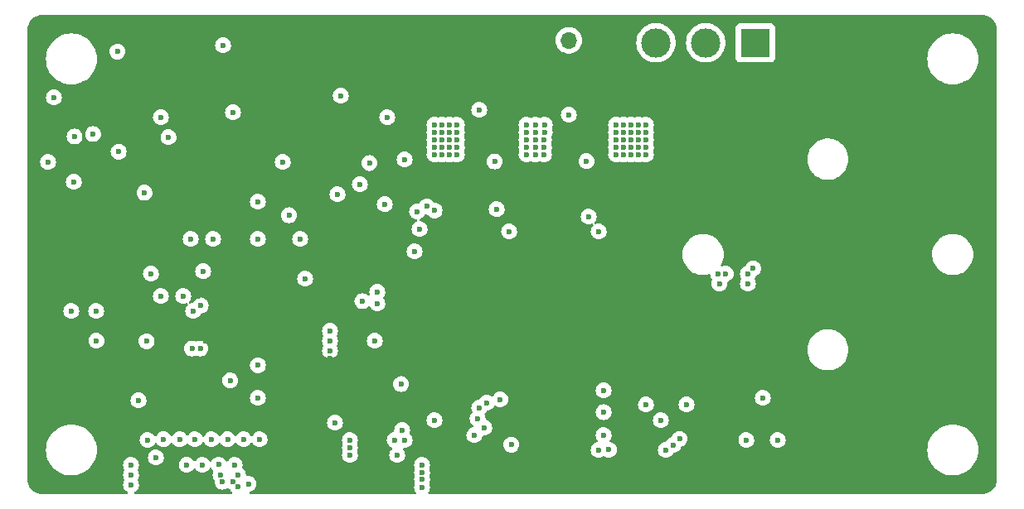
<source format=gbr>
%TF.GenerationSoftware,KiCad,Pcbnew,8.0.3-rc1*%
%TF.CreationDate,2024-06-29T16:34:31+08:00*%
%TF.ProjectId,MC_G431C8,4d435f47-3433-4314-9338-2e6b69636164,rev?*%
%TF.SameCoordinates,Original*%
%TF.FileFunction,Copper,L3,Inr*%
%TF.FilePolarity,Positive*%
%FSLAX46Y46*%
G04 Gerber Fmt 4.6, Leading zero omitted, Abs format (unit mm)*
G04 Created by KiCad (PCBNEW 8.0.3-rc1) date 2024-06-29 16:34:31*
%MOMM*%
%LPD*%
G01*
G04 APERTURE LIST*
%TA.AperFunction,ComponentPad*%
%ADD10R,3.000000X3.000000*%
%TD*%
%TA.AperFunction,ComponentPad*%
%ADD11C,3.000000*%
%TD*%
%TA.AperFunction,ComponentPad*%
%ADD12R,1.700000X1.700000*%
%TD*%
%TA.AperFunction,ComponentPad*%
%ADD13O,1.700000X1.700000*%
%TD*%
%TA.AperFunction,ViaPad*%
%ADD14C,0.600000*%
%TD*%
G04 APERTURE END LIST*
D10*
%TO.N,/Driver/W*%
%TO.C,J5*%
X180350000Y-63344000D03*
D11*
%TO.N,/Driver/V*%
X175270000Y-63344000D03*
%TO.N,/Driver/U*%
X170190000Y-63344000D03*
%TD*%
D12*
%TO.N,GND*%
%TO.C,J1*%
X163840000Y-63090000D03*
D13*
%TO.N,+24V*%
X161300000Y-63090000D03*
%TD*%
D14*
%TO.N,/ADC_VBUS*%
X118183000Y-93868000D03*
X137678000Y-78838000D03*
X113059000Y-93824000D03*
%TO.N,/Driver/W_CH*%
X147584000Y-80509000D03*
%TO.N,/Driver/V_CH*%
X146785500Y-80071500D03*
%TO.N,/Driver/U_CH*%
X142504000Y-79854000D03*
%TO.N,/OP_I_W*%
X136916000Y-94840000D03*
%TO.N,/OP_I_V*%
X136916000Y-93824000D03*
%TO.N,/OP_I_U*%
X136916000Y-92808000D03*
%TO.N,+12V*%
X117967331Y-78685331D03*
X125994000Y-63598000D03*
%TO.N,+3V3*%
X126712000Y-97888000D03*
X119644000Y-70964000D03*
X110500000Y-90776000D03*
X173314940Y-100351060D03*
X151984000Y-101780000D03*
X181112000Y-99666000D03*
X113040000Y-90776000D03*
X117358000Y-99920000D03*
X137424000Y-102206000D03*
X169174000Y-100351060D03*
X121930000Y-89252000D03*
%TO.N,+3.3VADC*%
X110754000Y-77568000D03*
X119644000Y-89252000D03*
X108125790Y-75530080D03*
%TO.N,/Driver/U_CHN*%
X141742000Y-88828186D03*
%TO.N,/Driver/V_CHN*%
X140218000Y-89779000D03*
%TO.N,/Driver/W_CHN*%
X141742000Y-90014000D03*
%TO.N,/Driver/U*%
X148346000Y-74012000D03*
X147584000Y-74774000D03*
X149870000Y-74012000D03*
X147584000Y-72488000D03*
X149108000Y-72488000D03*
X149870000Y-71726000D03*
X149108000Y-73250000D03*
X132720000Y-80992000D03*
X148346000Y-71726000D03*
X149108000Y-74012000D03*
X148346000Y-74774000D03*
X149108000Y-71726000D03*
X147584000Y-74012000D03*
X149870000Y-74774000D03*
X149870000Y-72488000D03*
X149870000Y-73250000D03*
X147584000Y-73250000D03*
X148346000Y-73250000D03*
X148346000Y-72488000D03*
X147584000Y-71726000D03*
X149108000Y-74774000D03*
%TO.N,/Driver/V*%
X156982000Y-74012000D03*
X133868000Y-83410000D03*
X157871000Y-73250000D03*
X157913333Y-72488000D03*
X158760000Y-74012000D03*
X158760000Y-73250000D03*
X157871000Y-74774000D03*
X153934000Y-80362000D03*
X158844666Y-72488000D03*
X156982000Y-71726000D03*
X157871000Y-74012000D03*
X156982000Y-72488000D03*
X158844666Y-71726000D03*
X145806000Y-80616000D03*
X156982000Y-73250000D03*
X158760000Y-74774000D03*
X157913333Y-71726000D03*
X156982000Y-74774000D03*
%TO.N,/Driver/W*%
X168412000Y-74012000D03*
X167650000Y-72488000D03*
X169174000Y-74012000D03*
X167650000Y-73250000D03*
X167650000Y-74012000D03*
X166126000Y-72488000D03*
X166888000Y-71726000D03*
X166888000Y-74774000D03*
X169174000Y-73250000D03*
X168412000Y-73250000D03*
X163332000Y-81124000D03*
X167650000Y-74774000D03*
X134376000Y-87474000D03*
X169174000Y-72488000D03*
X168412000Y-72488000D03*
X166126000Y-73250000D03*
X166126000Y-71726000D03*
X166888000Y-73250000D03*
X168412000Y-74774000D03*
X166888000Y-72488000D03*
X166126000Y-74012000D03*
X169174000Y-74774000D03*
X166888000Y-74012000D03*
X146060000Y-82394000D03*
X166126000Y-74774000D03*
X167650000Y-71726000D03*
X168412000Y-71726000D03*
X169174000Y-71726000D03*
%TO.N,GND*%
X136535000Y-75536000D03*
X132852000Y-101190000D03*
X163758000Y-101780000D03*
X118374000Y-89252000D03*
X182420780Y-85657220D03*
X120660000Y-66536226D03*
X136408000Y-73885000D03*
X144028000Y-60949805D03*
X135519000Y-75663000D03*
X121753581Y-66846794D03*
X146060000Y-63344000D03*
X133868000Y-101190000D03*
X136408000Y-73123000D03*
X168920000Y-90776000D03*
X135812000Y-98055500D03*
X146578738Y-99909262D03*
X168920000Y-94078000D03*
X126212000Y-102078000D03*
X162824000Y-72742000D03*
X156474000Y-63344000D03*
X135519000Y-74774000D03*
X150378000Y-90776000D03*
X160284000Y-93252500D03*
X150378000Y-94078000D03*
X169682000Y-91601500D03*
X136662000Y-98142000D03*
X143012000Y-61747870D03*
X168920000Y-92427000D03*
X133868000Y-68805000D03*
X144028000Y-62545935D03*
X123962000Y-74774000D03*
X160284000Y-92427000D03*
X135900000Y-99158000D03*
X111770000Y-71980000D03*
X135773000Y-70583000D03*
X160284000Y-90776000D03*
X135392000Y-94078000D03*
X136916000Y-95602000D03*
X172476000Y-107540000D03*
X168920000Y-93252500D03*
X160284000Y-91601500D03*
X132979000Y-68805000D03*
X134122000Y-79600000D03*
X135519000Y-76425000D03*
X144028000Y-61747870D03*
X146060000Y-60949805D03*
X159522000Y-94078000D03*
X136408000Y-74774000D03*
X143012000Y-63344000D03*
X131074000Y-96355500D03*
X169682000Y-93252500D03*
X168920000Y-91601500D03*
X134884000Y-101190000D03*
X156474000Y-62582000D03*
X111008000Y-81124000D03*
X151140000Y-91601500D03*
X148600000Y-62582000D03*
X118882000Y-81378000D03*
X150378000Y-92427000D03*
X135900000Y-101190000D03*
X159522000Y-91601500D03*
X143012000Y-60949805D03*
X151140000Y-92427000D03*
X135058500Y-99745500D03*
X148970349Y-95718349D03*
X135773000Y-71472000D03*
X142102984Y-62545935D03*
X148600000Y-63344000D03*
X151140000Y-62582000D03*
X131836000Y-101190000D03*
X135519000Y-73123000D03*
X136535000Y-76298000D03*
X148346000Y-100936000D03*
X135392000Y-94840000D03*
X193050000Y-83410000D03*
X131170354Y-105235000D03*
X150378000Y-91601500D03*
X138948000Y-72361000D03*
X153680000Y-72742000D03*
X147920000Y-106606000D03*
X135900000Y-100174000D03*
X150378000Y-93252500D03*
X144028000Y-63344000D03*
X142102984Y-60949805D03*
X194320000Y-107540000D03*
X110500000Y-93570000D03*
X131836000Y-93570000D03*
X151140000Y-93252500D03*
X183996000Y-106434000D03*
X115126867Y-69893133D03*
X159522000Y-93252500D03*
X181874000Y-102206000D03*
X131836000Y-94665500D03*
X127594944Y-72157056D03*
X134884000Y-68805000D03*
X135773000Y-69694000D03*
X116575251Y-68267372D03*
X143012000Y-62545935D03*
X160284000Y-94078000D03*
X145044000Y-60949805D03*
X133614000Y-93570000D03*
X169097060Y-101875060D03*
X169682000Y-92427000D03*
X132344000Y-77822000D03*
X142102984Y-61747870D03*
X151140000Y-60949805D03*
X135773000Y-68932000D03*
X131328000Y-100428000D03*
X121930000Y-91284000D03*
X153680000Y-63344000D03*
X136916000Y-96364000D03*
X142102984Y-63344000D03*
X169682000Y-90776000D03*
X124978000Y-98142000D03*
X136916000Y-72361000D03*
X151140000Y-90776000D03*
X132598000Y-93570000D03*
X146060000Y-62582000D03*
X135519000Y-73885000D03*
X180350000Y-102206000D03*
X134630000Y-93570000D03*
X151140000Y-63344000D03*
X135900000Y-96364000D03*
X123441000Y-89265000D03*
X135900000Y-72361000D03*
X169682000Y-94078000D03*
X135900000Y-95602000D03*
X137932000Y-72361000D03*
X131074000Y-98650000D03*
X142059665Y-95111500D03*
X121422000Y-86966000D03*
X136916000Y-97126000D03*
X131074000Y-94332000D03*
X119656470Y-76806000D03*
X129677000Y-63598000D03*
X148600000Y-60949805D03*
X124216000Y-93824000D03*
X159522000Y-92427000D03*
X156474000Y-60949805D03*
X131074000Y-95348000D03*
X144282000Y-72742000D03*
X118374000Y-98650000D03*
X159522000Y-90776000D03*
X131328000Y-99666000D03*
X135900000Y-97126000D03*
X151140000Y-94078000D03*
X153680000Y-60949805D03*
X153680000Y-62582000D03*
X158252000Y-63344000D03*
X128869234Y-77994766D03*
%TO.N,/Driver/i_w*%
X164856000Y-103476000D03*
%TO.N,Net-(U3D--)*%
X164856000Y-98904000D03*
%TO.N,Vref*%
X147584000Y-101952000D03*
X170698000Y-101952000D03*
%TO.N,/Driver/i_v*%
X151648000Y-103478775D03*
%TO.N,/Driver/i_u*%
X152156000Y-100682000D03*
%TO.N,Net-(U4-REF)*%
X110820000Y-72930000D03*
%TO.N,+5V*%
X141488000Y-93824000D03*
X144163354Y-98260646D03*
X144282000Y-102968000D03*
X120418470Y-72996000D03*
X115326000Y-74493133D03*
X108722000Y-68932000D03*
X115202226Y-64236226D03*
%TO.N,Net-(Q1-B)*%
X112720000Y-72676000D03*
%TO.N,/DEBUG_RX*%
X125924285Y-108243257D03*
X116596000Y-108556000D03*
X127010000Y-108264000D03*
%TO.N,Net-(U1-PB7)*%
X129717000Y-103911428D03*
%TO.N,/DEBUG_TX*%
X116596000Y-107540000D03*
X125740000Y-107540000D03*
X127518000Y-107540000D03*
%TO.N,Net-(U1-PB6)*%
X128084142Y-103911428D03*
%TO.N,/SPI1_CS*%
X146314000Y-106524000D03*
X122283571Y-106521068D03*
%TO.N,Net-(U1-PB5)*%
X126451285Y-103911428D03*
%TO.N,Net-(U1-PB3)*%
X123113000Y-103911428D03*
%TO.N,/SPI1_MISO*%
X127518000Y-108791000D03*
X146314000Y-108013003D03*
X125549285Y-106503693D03*
%TO.N,Net-(U1-PA15)*%
X121552714Y-103911428D03*
%TO.N,/SPI1_CLK*%
X123875000Y-106524000D03*
X146314000Y-107286000D03*
X128581001Y-108464000D03*
%TO.N,/SWCLK*%
X119136000Y-105762000D03*
%TO.N,Net-(U1-PA14)*%
X119919857Y-103911428D03*
%TO.N,/SWDIO*%
X116596000Y-106524000D03*
%TO.N,Net-(U1-PA13)*%
X118287000Y-103984000D03*
%TO.N,Net-(U3A--)*%
X152918000Y-100174000D03*
%TO.N,Net-(U3C-+)*%
X165383000Y-104981000D03*
%TO.N,Net-(U3D-+)*%
X164856000Y-101130000D03*
%TO.N,Net-(D13-A)*%
X164348000Y-82648000D03*
%TO.N,Net-(D12-A)*%
X163098000Y-75453000D03*
%TO.N,/SPI1_MOSI*%
X127177000Y-106524000D03*
X146314000Y-108810000D03*
%TO.N,Net-(U1-PB4)*%
X124818428Y-103911428D03*
%TO.N,Net-(C37-Pad2)*%
X155416000Y-104450000D03*
%TO.N,Net-(D11-A)*%
X155204000Y-82648000D03*
%TO.N,Net-(D10-A)*%
X153726307Y-75489693D03*
%TO.N,Net-(U3B-+)*%
X152664000Y-102714000D03*
%TO.N,Net-(D9-A)*%
X144536000Y-75282000D03*
%TO.N,Net-(D8-A)*%
X145552000Y-84680000D03*
%TO.N,Net-(U2-VCC)*%
X118628000Y-86966000D03*
%TO.N,Net-(U5-EN)*%
X132090000Y-75536000D03*
%TO.N,+24V*%
X140929146Y-75648268D03*
X142758000Y-70964000D03*
X152156000Y-70202000D03*
X161300000Y-70710000D03*
%TO.N,Net-(C14-Pad1)*%
X127010000Y-70456000D03*
%TO.N,Net-(U3C-11)*%
X164348000Y-105000000D03*
%TO.N,Net-(C33-Pad2)*%
X154278000Y-99830000D03*
%TO.N,/KEY_01*%
X171968000Y-104492000D03*
X138948000Y-103984000D03*
X143520000Y-103984000D03*
X179420770Y-103984000D03*
%TO.N,/RST*%
X138948000Y-105508000D03*
X143774000Y-105508000D03*
X129550000Y-96341000D03*
X182636000Y-103984000D03*
X129550000Y-99666000D03*
X171206000Y-105000000D03*
%TO.N,Net-(D6-K)*%
X129550000Y-83410000D03*
X122692000Y-83410000D03*
X124978000Y-83410000D03*
%TO.N,Net-(D7-K)*%
X123962000Y-86712000D03*
%TO.N,/ENCODER_Z*%
X179588000Y-87982000D03*
X176664000Y-87982000D03*
%TO.N,/ENCODER_B*%
X176540000Y-86966000D03*
X180102068Y-86430220D03*
%TO.N,/ENCODER_A*%
X179588000Y-86966000D03*
X177318000Y-86966000D03*
%TO.N,/LED_01*%
X144536000Y-103984000D03*
X172596460Y-103863540D03*
X138948000Y-104746000D03*
%TO.N,Net-(D5-K)*%
X139964000Y-77822000D03*
X138008845Y-68754845D03*
%TO.N,/CAN_+*%
X122814864Y-94625864D03*
X122946000Y-90776000D03*
%TO.N,/CAN_-*%
X123664864Y-94625864D03*
X123708000Y-90220000D03*
%TO.N,Net-(D2-K)*%
X129550000Y-79600000D03*
%TD*%
%TA.AperFunction,Conductor*%
%TO.N,GND*%
G36*
X203434084Y-60500501D02*
G01*
X203495556Y-60500500D01*
X203504387Y-60500815D01*
X203532014Y-60502787D01*
X203704225Y-60515082D01*
X203721700Y-60517591D01*
X203913152Y-60559169D01*
X203930096Y-60564135D01*
X204113697Y-60632497D01*
X204129765Y-60639822D01*
X204301787Y-60733578D01*
X204316657Y-60743116D01*
X204473606Y-60860362D01*
X204486969Y-60871915D01*
X204625667Y-61010274D01*
X204637253Y-61023608D01*
X204754887Y-61180276D01*
X204764454Y-61195112D01*
X204858628Y-61366900D01*
X204865994Y-61382954D01*
X204934805Y-61566385D01*
X204939816Y-61583326D01*
X204981862Y-61774674D01*
X204984414Y-61792153D01*
X204999163Y-61991851D01*
X204999500Y-62000984D01*
X204999500Y-107995596D01*
X204999184Y-108004445D01*
X204984865Y-108204581D01*
X204982347Y-108222091D01*
X204940638Y-108413814D01*
X204935653Y-108430791D01*
X204867083Y-108614623D01*
X204859734Y-108630715D01*
X204765699Y-108802924D01*
X204756133Y-108817808D01*
X204638548Y-108974878D01*
X204626963Y-108988248D01*
X204488226Y-109126983D01*
X204474854Y-109138569D01*
X204317783Y-109256148D01*
X204302900Y-109265713D01*
X204130689Y-109359746D01*
X204114596Y-109367095D01*
X203930760Y-109435662D01*
X203913785Y-109440646D01*
X203722065Y-109482352D01*
X203704553Y-109484870D01*
X203504418Y-109499184D01*
X203495572Y-109499500D01*
X147059976Y-109499500D01*
X146992937Y-109479815D01*
X146947182Y-109427011D01*
X146937238Y-109357853D01*
X146954983Y-109309527D01*
X146962050Y-109298281D01*
X147047043Y-109163015D01*
X147107217Y-108991047D01*
X147107218Y-108991041D01*
X147127616Y-108810003D01*
X147127616Y-108809996D01*
X147107218Y-108628958D01*
X147107215Y-108628945D01*
X147045458Y-108452455D01*
X147041896Y-108382676D01*
X147045458Y-108370544D01*
X147047040Y-108366022D01*
X147047043Y-108366018D01*
X147107217Y-108194050D01*
X147112034Y-108151299D01*
X147127616Y-108013006D01*
X147127616Y-108012999D01*
X147107218Y-107831961D01*
X147107215Y-107831948D01*
X147057704Y-107690456D01*
X147054141Y-107620678D01*
X147057699Y-107608560D01*
X147107217Y-107467047D01*
X147110720Y-107435956D01*
X147127616Y-107286003D01*
X147127616Y-107285996D01*
X147107218Y-107104958D01*
X147107215Y-107104945D01*
X147058605Y-106966027D01*
X147051580Y-106945953D01*
X147048018Y-106876177D01*
X147051581Y-106864045D01*
X147054149Y-106856708D01*
X147107217Y-106705047D01*
X147107218Y-106705041D01*
X147127616Y-106524003D01*
X147127616Y-106523996D01*
X147107218Y-106342958D01*
X147107217Y-106342953D01*
X147092613Y-106301217D01*
X147047043Y-106170985D01*
X146950111Y-106016719D01*
X146821281Y-105887889D01*
X146778511Y-105861015D01*
X146667017Y-105790958D01*
X146667016Y-105790957D01*
X146667015Y-105790957D01*
X146584269Y-105762003D01*
X146495046Y-105730782D01*
X146495041Y-105730781D01*
X146314004Y-105710384D01*
X146313996Y-105710384D01*
X146132958Y-105730781D01*
X146132953Y-105730782D01*
X145960982Y-105790958D01*
X145806718Y-105887889D01*
X145677889Y-106016718D01*
X145580958Y-106170982D01*
X145520782Y-106342953D01*
X145520781Y-106342958D01*
X145500384Y-106523996D01*
X145500384Y-106524003D01*
X145520781Y-106705041D01*
X145520783Y-106705049D01*
X145576418Y-106864046D01*
X145579979Y-106933825D01*
X145576418Y-106945954D01*
X145520783Y-107104950D01*
X145520781Y-107104958D01*
X145500384Y-107285996D01*
X145500384Y-107286003D01*
X145520781Y-107467041D01*
X145520784Y-107467054D01*
X145570295Y-107608545D01*
X145573857Y-107678324D01*
X145570296Y-107690454D01*
X145520783Y-107831953D01*
X145520781Y-107831961D01*
X145500384Y-108012999D01*
X145500384Y-108013006D01*
X145520781Y-108194044D01*
X145520783Y-108194052D01*
X145582541Y-108370547D01*
X145586102Y-108440326D01*
X145582541Y-108452455D01*
X145520783Y-108628950D01*
X145520781Y-108628958D01*
X145500384Y-108809996D01*
X145500384Y-108810003D01*
X145520781Y-108991041D01*
X145520782Y-108991046D01*
X145580958Y-109163018D01*
X145648499Y-109270507D01*
X145665950Y-109298281D01*
X145673017Y-109309527D01*
X145692018Y-109376764D01*
X145671651Y-109443599D01*
X145618383Y-109488814D01*
X145568024Y-109499500D01*
X128799456Y-109499500D01*
X128732417Y-109479815D01*
X128686662Y-109427011D01*
X128676718Y-109357853D01*
X128705743Y-109294297D01*
X128758501Y-109258458D01*
X128762048Y-109257217D01*
X128934016Y-109197043D01*
X129088282Y-109100111D01*
X129217112Y-108971281D01*
X129314044Y-108817015D01*
X129374218Y-108645047D01*
X129376031Y-108628958D01*
X129394617Y-108464003D01*
X129394617Y-108463996D01*
X129374219Y-108282958D01*
X129374218Y-108282953D01*
X129360326Y-108243253D01*
X129314044Y-108110985D01*
X129217112Y-107956719D01*
X129088282Y-107827889D01*
X128934016Y-107730957D01*
X128879694Y-107711949D01*
X128762047Y-107670782D01*
X128762042Y-107670781D01*
X128581005Y-107650384D01*
X128580997Y-107650384D01*
X128469499Y-107662946D01*
X128400677Y-107650891D01*
X128349298Y-107603542D01*
X128333572Y-107546786D01*
X128332396Y-107546919D01*
X128311218Y-107358958D01*
X128311217Y-107358953D01*
X128292981Y-107306837D01*
X128251043Y-107186985D01*
X128154111Y-107032719D01*
X128025281Y-106903889D01*
X128006833Y-106892297D01*
X127960542Y-106839964D01*
X127949893Y-106770911D01*
X127955761Y-106746357D01*
X127970217Y-106705047D01*
X127970218Y-106705041D01*
X127990616Y-106524003D01*
X127990616Y-106523996D01*
X127970218Y-106342958D01*
X127970217Y-106342953D01*
X127955613Y-106301217D01*
X127910043Y-106170985D01*
X127813111Y-106016719D01*
X127684281Y-105887889D01*
X127641511Y-105861015D01*
X127530017Y-105790958D01*
X127530016Y-105790957D01*
X127530015Y-105790957D01*
X127447269Y-105762003D01*
X127358046Y-105730782D01*
X127358041Y-105730781D01*
X127177004Y-105710384D01*
X127176996Y-105710384D01*
X126995958Y-105730781D01*
X126995953Y-105730782D01*
X126823982Y-105790958D01*
X126669718Y-105887889D01*
X126540889Y-106016718D01*
X126540887Y-106016721D01*
X126474515Y-106122350D01*
X126422180Y-106168641D01*
X126353127Y-106179288D01*
X126289278Y-106150913D01*
X126264528Y-106122349D01*
X126185395Y-105996411D01*
X126056566Y-105867582D01*
X125902302Y-105770651D01*
X125902301Y-105770650D01*
X125902300Y-105770650D01*
X125847978Y-105751642D01*
X125730331Y-105710475D01*
X125730326Y-105710474D01*
X125549289Y-105690077D01*
X125549281Y-105690077D01*
X125368243Y-105710474D01*
X125368238Y-105710475D01*
X125196267Y-105770651D01*
X125042003Y-105867582D01*
X124913174Y-105996411D01*
X124812537Y-106156574D01*
X124810680Y-106155407D01*
X124770893Y-106199473D01*
X124703465Y-106217784D01*
X124636842Y-106196734D01*
X124601004Y-106159782D01*
X124511110Y-106016718D01*
X124382281Y-105887889D01*
X124228017Y-105790958D01*
X124228016Y-105790957D01*
X124228015Y-105790957D01*
X124145269Y-105762003D01*
X124056046Y-105730782D01*
X124056041Y-105730781D01*
X123875004Y-105710384D01*
X123874996Y-105710384D01*
X123693958Y-105730781D01*
X123693953Y-105730782D01*
X123521982Y-105790958D01*
X123367718Y-105887889D01*
X123238889Y-106016718D01*
X123238887Y-106016721D01*
X123185199Y-106102164D01*
X123132864Y-106148455D01*
X123063811Y-106159102D01*
X122999962Y-106130727D01*
X122975212Y-106102163D01*
X122921525Y-106016721D01*
X122919682Y-106013787D01*
X122790852Y-105884957D01*
X122677314Y-105813616D01*
X122636588Y-105788026D01*
X122636587Y-105788025D01*
X122636586Y-105788025D01*
X122562199Y-105761996D01*
X122464617Y-105727850D01*
X122464612Y-105727849D01*
X122283575Y-105707452D01*
X122283567Y-105707452D01*
X122102529Y-105727849D01*
X122102524Y-105727850D01*
X121930553Y-105788026D01*
X121776289Y-105884957D01*
X121647460Y-106013786D01*
X121550529Y-106168050D01*
X121490353Y-106340021D01*
X121490352Y-106340026D01*
X121469955Y-106521064D01*
X121469955Y-106521071D01*
X121490352Y-106702109D01*
X121490353Y-106702114D01*
X121528072Y-106809907D01*
X121549900Y-106872289D01*
X121550529Y-106874085D01*
X121587539Y-106932985D01*
X121647460Y-107028349D01*
X121776290Y-107157179D01*
X121930556Y-107254111D01*
X122081239Y-107306837D01*
X122102524Y-107314285D01*
X122102529Y-107314286D01*
X122283567Y-107334684D01*
X122283571Y-107334684D01*
X122283575Y-107334684D01*
X122464612Y-107314286D01*
X122464615Y-107314285D01*
X122464618Y-107314285D01*
X122636586Y-107254111D01*
X122790852Y-107157179D01*
X122919682Y-107028349D01*
X122973371Y-106942902D01*
X123025704Y-106896613D01*
X123094758Y-106885964D01*
X123158606Y-106914339D01*
X123183357Y-106942903D01*
X123238889Y-107031281D01*
X123367719Y-107160111D01*
X123521985Y-107257043D01*
X123685574Y-107314285D01*
X123693953Y-107317217D01*
X123693958Y-107317218D01*
X123874996Y-107337616D01*
X123875000Y-107337616D01*
X123875004Y-107337616D01*
X124056041Y-107317218D01*
X124056044Y-107317217D01*
X124056047Y-107317217D01*
X124228015Y-107257043D01*
X124382281Y-107160111D01*
X124511111Y-107031281D01*
X124608043Y-106877015D01*
X124608042Y-106877015D01*
X124611748Y-106871119D01*
X124613611Y-106872289D01*
X124653352Y-106828243D01*
X124720772Y-106809907D01*
X124787404Y-106830932D01*
X124823279Y-106867909D01*
X124913172Y-107010972D01*
X124973177Y-107070977D01*
X125006662Y-107132300D01*
X125002538Y-107199612D01*
X124946783Y-107358950D01*
X124946781Y-107358958D01*
X124926384Y-107539996D01*
X124926384Y-107540003D01*
X124946781Y-107721041D01*
X124946782Y-107721046D01*
X125006958Y-107893018D01*
X125105276Y-108049488D01*
X125124277Y-108116725D01*
X125123503Y-108129344D01*
X125110669Y-108243253D01*
X125110669Y-108243260D01*
X125131066Y-108424298D01*
X125131067Y-108424303D01*
X125191243Y-108596274D01*
X125221889Y-108645046D01*
X125288174Y-108750538D01*
X125417004Y-108879368D01*
X125571270Y-108976300D01*
X125717772Y-109027563D01*
X125743238Y-109036474D01*
X125743243Y-109036475D01*
X125924281Y-109056873D01*
X125924285Y-109056873D01*
X125924289Y-109056873D01*
X126105326Y-109036475D01*
X126105329Y-109036474D01*
X126105332Y-109036474D01*
X126277300Y-108976300D01*
X126384663Y-108908838D01*
X126451900Y-108889838D01*
X126516607Y-108908837D01*
X126656985Y-108997043D01*
X126686044Y-109007210D01*
X126687842Y-109007840D01*
X126744618Y-109048561D01*
X126763930Y-109083926D01*
X126784956Y-109144013D01*
X126784956Y-109144015D01*
X126855409Y-109256139D01*
X126876084Y-109289043D01*
X126885594Y-109304177D01*
X126884533Y-109304843D01*
X126908223Y-109362878D01*
X126895465Y-109431573D01*
X126847592Y-109482465D01*
X126784867Y-109499500D01*
X117044489Y-109499500D01*
X116977450Y-109479815D01*
X116931695Y-109427011D01*
X116921751Y-109357853D01*
X116950776Y-109294297D01*
X116978517Y-109270507D01*
X117103275Y-109192115D01*
X117103276Y-109192114D01*
X117103281Y-109192111D01*
X117232111Y-109063281D01*
X117329043Y-108909015D01*
X117389217Y-108737047D01*
X117401396Y-108628958D01*
X117409616Y-108556003D01*
X117409616Y-108555996D01*
X117389218Y-108374958D01*
X117389217Y-108374953D01*
X117387674Y-108370544D01*
X117329043Y-108202985D01*
X117329041Y-108202982D01*
X117329041Y-108202981D01*
X117273113Y-108113973D01*
X117254112Y-108046736D01*
X117273113Y-107982027D01*
X117329041Y-107893018D01*
X117329040Y-107893018D01*
X117329043Y-107893015D01*
X117389217Y-107721047D01*
X117394031Y-107678324D01*
X117409616Y-107540003D01*
X117409616Y-107539996D01*
X117389218Y-107358958D01*
X117389217Y-107358953D01*
X117363691Y-107286003D01*
X117329043Y-107186985D01*
X117329041Y-107186982D01*
X117329041Y-107186981D01*
X117273113Y-107097973D01*
X117254112Y-107030736D01*
X117273113Y-106966027D01*
X117329041Y-106877018D01*
X117329040Y-106877018D01*
X117329043Y-106877015D01*
X117389217Y-106705047D01*
X117389218Y-106705041D01*
X117409616Y-106524003D01*
X117409616Y-106523996D01*
X117389218Y-106342958D01*
X117389217Y-106342953D01*
X117374613Y-106301217D01*
X117329043Y-106170985D01*
X117232111Y-106016719D01*
X117103281Y-105887889D01*
X117060511Y-105861015D01*
X116949017Y-105790958D01*
X116949016Y-105790957D01*
X116949015Y-105790957D01*
X116866269Y-105762003D01*
X116866249Y-105761996D01*
X118322384Y-105761996D01*
X118322384Y-105762003D01*
X118342781Y-105943041D01*
X118342782Y-105943046D01*
X118402958Y-106115017D01*
X118463090Y-106210716D01*
X118499889Y-106269281D01*
X118628719Y-106398111D01*
X118782985Y-106495043D01*
X118954953Y-106555217D01*
X118954958Y-106555218D01*
X119135996Y-106575616D01*
X119136000Y-106575616D01*
X119136004Y-106575616D01*
X119317041Y-106555218D01*
X119317044Y-106555217D01*
X119317047Y-106555217D01*
X119489015Y-106495043D01*
X119643281Y-106398111D01*
X119772111Y-106269281D01*
X119869043Y-106115015D01*
X119929217Y-105943047D01*
X119938460Y-105861015D01*
X119949616Y-105762003D01*
X119949616Y-105761996D01*
X119929218Y-105580958D01*
X119929217Y-105580953D01*
X119869043Y-105408985D01*
X119772111Y-105254719D01*
X119643281Y-105125889D01*
X119579973Y-105086110D01*
X119489017Y-105028958D01*
X119489016Y-105028957D01*
X119489015Y-105028957D01*
X119408318Y-105000720D01*
X119317046Y-104968782D01*
X119317041Y-104968781D01*
X119136004Y-104948384D01*
X119135996Y-104948384D01*
X118954958Y-104968781D01*
X118954953Y-104968782D01*
X118782982Y-105028958D01*
X118628718Y-105125889D01*
X118499889Y-105254718D01*
X118402958Y-105408982D01*
X118342782Y-105580953D01*
X118342781Y-105580958D01*
X118322384Y-105761996D01*
X116866249Y-105761996D01*
X116777046Y-105730782D01*
X116777041Y-105730781D01*
X116596004Y-105710384D01*
X116595996Y-105710384D01*
X116414958Y-105730781D01*
X116414953Y-105730782D01*
X116242982Y-105790958D01*
X116088718Y-105887889D01*
X115959889Y-106016718D01*
X115862958Y-106170982D01*
X115802782Y-106342953D01*
X115802781Y-106342958D01*
X115782384Y-106523996D01*
X115782384Y-106524003D01*
X115802781Y-106705041D01*
X115802782Y-106705046D01*
X115839475Y-106809907D01*
X115861303Y-106872289D01*
X115862958Y-106877017D01*
X115918887Y-106966028D01*
X115937887Y-107033265D01*
X115918887Y-107097972D01*
X115862958Y-107186982D01*
X115802782Y-107358953D01*
X115802781Y-107358958D01*
X115782384Y-107539996D01*
X115782384Y-107540003D01*
X115802781Y-107721041D01*
X115802782Y-107721046D01*
X115862958Y-107893017D01*
X115918887Y-107982028D01*
X115937887Y-108049265D01*
X115918887Y-108113972D01*
X115862958Y-108202982D01*
X115802782Y-108374953D01*
X115802781Y-108374958D01*
X115782384Y-108555996D01*
X115782384Y-108556003D01*
X115802781Y-108737041D01*
X115802782Y-108737046D01*
X115831042Y-108817808D01*
X115862895Y-108908839D01*
X115862958Y-108909017D01*
X115959889Y-109063281D01*
X116088718Y-109192110D01*
X116088724Y-109192115D01*
X116213483Y-109270507D01*
X116259774Y-109322841D01*
X116270422Y-109391895D01*
X116242047Y-109455743D01*
X116183657Y-109494115D01*
X116147511Y-109499500D01*
X107504407Y-109499500D01*
X107495559Y-109499184D01*
X107482539Y-109498252D01*
X107295422Y-109484866D01*
X107277911Y-109482348D01*
X107086185Y-109440638D01*
X107069210Y-109435653D01*
X106885376Y-109367084D01*
X106869283Y-109359734D01*
X106697084Y-109265703D01*
X106682201Y-109256139D01*
X106525122Y-109138550D01*
X106511751Y-109126963D01*
X106373020Y-108988229D01*
X106361434Y-108974859D01*
X106243846Y-108817777D01*
X106234282Y-108802894D01*
X106202836Y-108745304D01*
X106140253Y-108630691D01*
X106132906Y-108614603D01*
X106126069Y-108596272D01*
X106064335Y-108430757D01*
X106059353Y-108413786D01*
X106052585Y-108382676D01*
X106017646Y-108222060D01*
X106015129Y-108204553D01*
X106014377Y-108194044D01*
X106003881Y-108047281D01*
X106000816Y-108004417D01*
X106000500Y-107995572D01*
X106000500Y-105000000D01*
X107894747Y-105000000D01*
X107913741Y-105314023D01*
X107913741Y-105314028D01*
X107913742Y-105314029D01*
X107970451Y-105623478D01*
X107970452Y-105623482D01*
X107970453Y-105623486D01*
X108064039Y-105923816D01*
X108064043Y-105923827D01*
X108064044Y-105923830D01*
X108064046Y-105923835D01*
X108193163Y-106210721D01*
X108322799Y-106425165D01*
X108355924Y-106479960D01*
X108549942Y-106727605D01*
X108772394Y-106950057D01*
X109020039Y-107144075D01*
X109020044Y-107144078D01*
X109020048Y-107144081D01*
X109289279Y-107306837D01*
X109576165Y-107435954D01*
X109576175Y-107435957D01*
X109576183Y-107435960D01*
X109675968Y-107467054D01*
X109876522Y-107529549D01*
X110185971Y-107586258D01*
X110500000Y-107605253D01*
X110814029Y-107586258D01*
X111123478Y-107529549D01*
X111423835Y-107435954D01*
X111710721Y-107306837D01*
X111979952Y-107144081D01*
X111994990Y-107132300D01*
X112052205Y-107087474D01*
X112227602Y-106950060D01*
X112450060Y-106727602D01*
X112644081Y-106479952D01*
X112806837Y-106210721D01*
X112935954Y-105923835D01*
X113029549Y-105623478D01*
X113086258Y-105314029D01*
X113105253Y-105000000D01*
X113086258Y-104685971D01*
X113029549Y-104376522D01*
X112996029Y-104268953D01*
X112935960Y-104076183D01*
X112935956Y-104076172D01*
X112935954Y-104076165D01*
X112894472Y-103983996D01*
X117473384Y-103983996D01*
X117473384Y-103984003D01*
X117493781Y-104165041D01*
X117493782Y-104165046D01*
X117531205Y-104271993D01*
X117553293Y-104335118D01*
X117553958Y-104337017D01*
X117570843Y-104363889D01*
X117650889Y-104491281D01*
X117779719Y-104620111D01*
X117933985Y-104717043D01*
X118099494Y-104774957D01*
X118105953Y-104777217D01*
X118105958Y-104777218D01*
X118286996Y-104797616D01*
X118287000Y-104797616D01*
X118287004Y-104797616D01*
X118468041Y-104777218D01*
X118468044Y-104777217D01*
X118468047Y-104777217D01*
X118640015Y-104717043D01*
X118794281Y-104620111D01*
X118923111Y-104491281D01*
X119020043Y-104337015D01*
X119020044Y-104337011D01*
X119021234Y-104335118D01*
X119073569Y-104288827D01*
X119142622Y-104278178D01*
X119206470Y-104306554D01*
X119231221Y-104335118D01*
X119283741Y-104418703D01*
X119283746Y-104418709D01*
X119412576Y-104547539D01*
X119566842Y-104644471D01*
X119738810Y-104704645D01*
X119738815Y-104704646D01*
X119919853Y-104725044D01*
X119919857Y-104725044D01*
X119919861Y-104725044D01*
X120100898Y-104704646D01*
X120100901Y-104704645D01*
X120100904Y-104704645D01*
X120272872Y-104644471D01*
X120427138Y-104547539D01*
X120555968Y-104418709D01*
X120631293Y-104298830D01*
X120683625Y-104252541D01*
X120752679Y-104241892D01*
X120816527Y-104270267D01*
X120841279Y-104298832D01*
X120857122Y-104324046D01*
X120916603Y-104418709D01*
X121045433Y-104547539D01*
X121199699Y-104644471D01*
X121371667Y-104704645D01*
X121371672Y-104704646D01*
X121552710Y-104725044D01*
X121552714Y-104725044D01*
X121552718Y-104725044D01*
X121733755Y-104704646D01*
X121733758Y-104704645D01*
X121733761Y-104704645D01*
X121905729Y-104644471D01*
X122059995Y-104547539D01*
X122188825Y-104418709D01*
X122227863Y-104356579D01*
X122280198Y-104310289D01*
X122349251Y-104299641D01*
X122413100Y-104328016D01*
X122437849Y-104356578D01*
X122476889Y-104418709D01*
X122605719Y-104547539D01*
X122759985Y-104644471D01*
X122931953Y-104704645D01*
X122931958Y-104704646D01*
X123112996Y-104725044D01*
X123113000Y-104725044D01*
X123113004Y-104725044D01*
X123294041Y-104704646D01*
X123294044Y-104704645D01*
X123294047Y-104704645D01*
X123466015Y-104644471D01*
X123620281Y-104547539D01*
X123749111Y-104418709D01*
X123846043Y-104264443D01*
X123848672Y-104256930D01*
X123889393Y-104200154D01*
X123954345Y-104174405D01*
X124022907Y-104187860D01*
X124073310Y-104236247D01*
X124082756Y-104256930D01*
X124085384Y-104264442D01*
X124085384Y-104264443D01*
X124147871Y-104363889D01*
X124182317Y-104418709D01*
X124311147Y-104547539D01*
X124465413Y-104644471D01*
X124637381Y-104704645D01*
X124637386Y-104704646D01*
X124818424Y-104725044D01*
X124818428Y-104725044D01*
X124818432Y-104725044D01*
X124999469Y-104704646D01*
X124999472Y-104704645D01*
X124999475Y-104704645D01*
X125171443Y-104644471D01*
X125325709Y-104547539D01*
X125454539Y-104418709D01*
X125529864Y-104298830D01*
X125582196Y-104252541D01*
X125651250Y-104241892D01*
X125715098Y-104270267D01*
X125739850Y-104298832D01*
X125755693Y-104324046D01*
X125815174Y-104418709D01*
X125944004Y-104547539D01*
X126098270Y-104644471D01*
X126270238Y-104704645D01*
X126270243Y-104704646D01*
X126451281Y-104725044D01*
X126451285Y-104725044D01*
X126451289Y-104725044D01*
X126632326Y-104704646D01*
X126632329Y-104704645D01*
X126632332Y-104704645D01*
X126804300Y-104644471D01*
X126958566Y-104547539D01*
X127087396Y-104418709D01*
X127162721Y-104298830D01*
X127215053Y-104252541D01*
X127284107Y-104241892D01*
X127347955Y-104270267D01*
X127372707Y-104298832D01*
X127388550Y-104324046D01*
X127448031Y-104418709D01*
X127576861Y-104547539D01*
X127731127Y-104644471D01*
X127903095Y-104704645D01*
X127903100Y-104704646D01*
X128084138Y-104725044D01*
X128084142Y-104725044D01*
X128084146Y-104725044D01*
X128265183Y-104704646D01*
X128265186Y-104704645D01*
X128265189Y-104704645D01*
X128437157Y-104644471D01*
X128591423Y-104547539D01*
X128720253Y-104418709D01*
X128795577Y-104298832D01*
X128847912Y-104252541D01*
X128916966Y-104241893D01*
X128980814Y-104270268D01*
X129005565Y-104298832D01*
X129021408Y-104324046D01*
X129080889Y-104418709D01*
X129209719Y-104547539D01*
X129363985Y-104644471D01*
X129535953Y-104704645D01*
X129535958Y-104704646D01*
X129716996Y-104725044D01*
X129717000Y-104725044D01*
X129717004Y-104725044D01*
X129898041Y-104704646D01*
X129898044Y-104704645D01*
X129898047Y-104704645D01*
X130070015Y-104644471D01*
X130224281Y-104547539D01*
X130353111Y-104418709D01*
X130450043Y-104264443D01*
X130510217Y-104092475D01*
X130512055Y-104076165D01*
X130522440Y-103983996D01*
X138134384Y-103983996D01*
X138134384Y-103984003D01*
X138154781Y-104165041D01*
X138154783Y-104165049D01*
X138210418Y-104324046D01*
X138213979Y-104393825D01*
X138210418Y-104405954D01*
X138154783Y-104564950D01*
X138154781Y-104564958D01*
X138134384Y-104745996D01*
X138134384Y-104746003D01*
X138154781Y-104927041D01*
X138154783Y-104927049D01*
X138210418Y-105086046D01*
X138213979Y-105155825D01*
X138210418Y-105167954D01*
X138154783Y-105326950D01*
X138154781Y-105326958D01*
X138134384Y-105507996D01*
X138134384Y-105508003D01*
X138154781Y-105689041D01*
X138154782Y-105689046D01*
X138214958Y-105861017D01*
X138264689Y-105940163D01*
X138311889Y-106015281D01*
X138440719Y-106144111D01*
X138594985Y-106241043D01*
X138746394Y-106294023D01*
X138766953Y-106301217D01*
X138766958Y-106301218D01*
X138947996Y-106321616D01*
X138948000Y-106321616D01*
X138948004Y-106321616D01*
X139129041Y-106301218D01*
X139129044Y-106301217D01*
X139129047Y-106301217D01*
X139301015Y-106241043D01*
X139455281Y-106144111D01*
X139584111Y-106015281D01*
X139681043Y-105861015D01*
X139741217Y-105689047D01*
X139746446Y-105642642D01*
X139761616Y-105508003D01*
X139761616Y-105507996D01*
X139741218Y-105326958D01*
X139741215Y-105326945D01*
X139685581Y-105167955D01*
X139682018Y-105098177D01*
X139685581Y-105086045D01*
X139741215Y-104927054D01*
X139741218Y-104927041D01*
X139761616Y-104746003D01*
X139761616Y-104745996D01*
X139741218Y-104564958D01*
X139741215Y-104564945D01*
X139685581Y-104405955D01*
X139682018Y-104336177D01*
X139685581Y-104324045D01*
X139690395Y-104310289D01*
X139726613Y-104206783D01*
X139741215Y-104165054D01*
X139741218Y-104165041D01*
X139761616Y-103984003D01*
X139761616Y-103983996D01*
X142706384Y-103983996D01*
X142706384Y-103984003D01*
X142726781Y-104165041D01*
X142726782Y-104165046D01*
X142764205Y-104271993D01*
X142786293Y-104335118D01*
X142786958Y-104337017D01*
X142803843Y-104363889D01*
X142883889Y-104491281D01*
X143012719Y-104620111D01*
X143117542Y-104685976D01*
X143166985Y-104717043D01*
X143169302Y-104717854D01*
X143170596Y-104718782D01*
X143173258Y-104720064D01*
X143173033Y-104720530D01*
X143226079Y-104758575D01*
X143251827Y-104823528D01*
X143238371Y-104892089D01*
X143216031Y-104922577D01*
X143137888Y-105000720D01*
X143040958Y-105154982D01*
X142980782Y-105326953D01*
X142980781Y-105326958D01*
X142960384Y-105507996D01*
X142960384Y-105508003D01*
X142980781Y-105689041D01*
X142980782Y-105689046D01*
X143040958Y-105861017D01*
X143090689Y-105940163D01*
X143137889Y-106015281D01*
X143266719Y-106144111D01*
X143420985Y-106241043D01*
X143572394Y-106294023D01*
X143592953Y-106301217D01*
X143592958Y-106301218D01*
X143773996Y-106321616D01*
X143774000Y-106321616D01*
X143774004Y-106321616D01*
X143955041Y-106301218D01*
X143955044Y-106301217D01*
X143955047Y-106301217D01*
X144127015Y-106241043D01*
X144281281Y-106144111D01*
X144410111Y-106015281D01*
X144507043Y-105861015D01*
X144567217Y-105689047D01*
X144572446Y-105642642D01*
X144587616Y-105508003D01*
X144587616Y-105507996D01*
X144567218Y-105326958D01*
X144567217Y-105326953D01*
X144552613Y-105285217D01*
X144507043Y-105154985D01*
X144410111Y-105000719D01*
X144410110Y-105000718D01*
X144406373Y-104996032D01*
X144379964Y-104931346D01*
X144392719Y-104862650D01*
X144440589Y-104811756D01*
X144508375Y-104794821D01*
X144517198Y-104795497D01*
X144529427Y-104796875D01*
X144535999Y-104797616D01*
X144536000Y-104797616D01*
X144536004Y-104797616D01*
X144717041Y-104777218D01*
X144717044Y-104777217D01*
X144717047Y-104777217D01*
X144889015Y-104717043D01*
X145043281Y-104620111D01*
X145172111Y-104491281D01*
X145198052Y-104449996D01*
X154602384Y-104449996D01*
X154602384Y-104450003D01*
X154622781Y-104631041D01*
X154622782Y-104631046D01*
X154653158Y-104717854D01*
X154681887Y-104799958D01*
X154682958Y-104803017D01*
X154738926Y-104892089D01*
X154779889Y-104957281D01*
X154908719Y-105086111D01*
X155062985Y-105183043D01*
X155183015Y-105225043D01*
X155234953Y-105243217D01*
X155234958Y-105243218D01*
X155415996Y-105263616D01*
X155416000Y-105263616D01*
X155416004Y-105263616D01*
X155597041Y-105243218D01*
X155597044Y-105243217D01*
X155597047Y-105243217D01*
X155769015Y-105183043D01*
X155923281Y-105086111D01*
X156009396Y-104999996D01*
X163534384Y-104999996D01*
X163534384Y-105000003D01*
X163554781Y-105181041D01*
X163554782Y-105181046D01*
X163591234Y-105285218D01*
X163608309Y-105334017D01*
X163614958Y-105353017D01*
X163711889Y-105507281D01*
X163840719Y-105636111D01*
X163994985Y-105733043D01*
X164152115Y-105788025D01*
X164166953Y-105793217D01*
X164166958Y-105793218D01*
X164347996Y-105813616D01*
X164348000Y-105813616D01*
X164348004Y-105813616D01*
X164529041Y-105793218D01*
X164529044Y-105793217D01*
X164529047Y-105793217D01*
X164701015Y-105733043D01*
X164814648Y-105661642D01*
X164881883Y-105642642D01*
X164946590Y-105661642D01*
X164990195Y-105689041D01*
X165029981Y-105714041D01*
X165029982Y-105714041D01*
X165029985Y-105714043D01*
X165191759Y-105770650D01*
X165201953Y-105774217D01*
X165201958Y-105774218D01*
X165382996Y-105794616D01*
X165383000Y-105794616D01*
X165383004Y-105794616D01*
X165564041Y-105774218D01*
X165564044Y-105774217D01*
X165564047Y-105774217D01*
X165736015Y-105714043D01*
X165890281Y-105617111D01*
X166019111Y-105488281D01*
X166116043Y-105334015D01*
X166176217Y-105162047D01*
X166183319Y-105099015D01*
X166194476Y-104999996D01*
X170392384Y-104999996D01*
X170392384Y-105000003D01*
X170412781Y-105181041D01*
X170412782Y-105181046D01*
X170449234Y-105285218D01*
X170466309Y-105334017D01*
X170472958Y-105353017D01*
X170569889Y-105507281D01*
X170698719Y-105636111D01*
X170852985Y-105733043D01*
X171010115Y-105788025D01*
X171024953Y-105793217D01*
X171024958Y-105793218D01*
X171205996Y-105813616D01*
X171206000Y-105813616D01*
X171206004Y-105813616D01*
X171387041Y-105793218D01*
X171387044Y-105793217D01*
X171387047Y-105793217D01*
X171559015Y-105733043D01*
X171713281Y-105636111D01*
X171842111Y-105507281D01*
X171937120Y-105356075D01*
X171989451Y-105309787D01*
X172028228Y-105298830D01*
X172149041Y-105285218D01*
X172149044Y-105285217D01*
X172149047Y-105285217D01*
X172321015Y-105225043D01*
X172475281Y-105128111D01*
X172603392Y-105000000D01*
X197894747Y-105000000D01*
X197913741Y-105314023D01*
X197913741Y-105314028D01*
X197913742Y-105314029D01*
X197970451Y-105623478D01*
X197970452Y-105623482D01*
X197970453Y-105623486D01*
X198064039Y-105923816D01*
X198064043Y-105923827D01*
X198064044Y-105923830D01*
X198064046Y-105923835D01*
X198193163Y-106210721D01*
X198322799Y-106425165D01*
X198355924Y-106479960D01*
X198549942Y-106727605D01*
X198772394Y-106950057D01*
X199020039Y-107144075D01*
X199020044Y-107144078D01*
X199020048Y-107144081D01*
X199289279Y-107306837D01*
X199576165Y-107435954D01*
X199576175Y-107435957D01*
X199576183Y-107435960D01*
X199675968Y-107467054D01*
X199876522Y-107529549D01*
X200185971Y-107586258D01*
X200500000Y-107605253D01*
X200814029Y-107586258D01*
X201123478Y-107529549D01*
X201423835Y-107435954D01*
X201710721Y-107306837D01*
X201979952Y-107144081D01*
X201994990Y-107132300D01*
X202052205Y-107087474D01*
X202227602Y-106950060D01*
X202450060Y-106727602D01*
X202644081Y-106479952D01*
X202806837Y-106210721D01*
X202935954Y-105923835D01*
X203029549Y-105623478D01*
X203086258Y-105314029D01*
X203105253Y-105000000D01*
X203086258Y-104685971D01*
X203029549Y-104376522D01*
X202996029Y-104268953D01*
X202935960Y-104076183D01*
X202935956Y-104076172D01*
X202935954Y-104076165D01*
X202806837Y-103789279D01*
X202644081Y-103520048D01*
X202644078Y-103520044D01*
X202644075Y-103520039D01*
X202450057Y-103272394D01*
X202227605Y-103049942D01*
X201979960Y-102855924D01*
X201979952Y-102855919D01*
X201710721Y-102693163D01*
X201423835Y-102564046D01*
X201423830Y-102564044D01*
X201423827Y-102564043D01*
X201423816Y-102564039D01*
X201123486Y-102470453D01*
X201123482Y-102470452D01*
X201123478Y-102470451D01*
X200814029Y-102413742D01*
X200814028Y-102413741D01*
X200814023Y-102413741D01*
X200500000Y-102394747D01*
X200185976Y-102413741D01*
X200185971Y-102413742D01*
X199876522Y-102470451D01*
X199876519Y-102470451D01*
X199876513Y-102470453D01*
X199576183Y-102564039D01*
X199576172Y-102564043D01*
X199576166Y-102564045D01*
X199576165Y-102564046D01*
X199540141Y-102580259D01*
X199306177Y-102685558D01*
X199289279Y-102693163D01*
X199206910Y-102742957D01*
X199020039Y-102855924D01*
X198772394Y-103049942D01*
X198549942Y-103272394D01*
X198355924Y-103520039D01*
X198193162Y-103789281D01*
X198193161Y-103789283D01*
X198064043Y-104076172D01*
X198064039Y-104076183D01*
X197970453Y-104376513D01*
X197970451Y-104376519D01*
X197970451Y-104376522D01*
X197949157Y-104492718D01*
X197913741Y-104685976D01*
X197894747Y-105000000D01*
X172603392Y-105000000D01*
X172604111Y-104999281D01*
X172701043Y-104845015D01*
X172745717Y-104717341D01*
X172786437Y-104660568D01*
X172821799Y-104641258D01*
X172949475Y-104596583D01*
X173103741Y-104499651D01*
X173232571Y-104370821D01*
X173329503Y-104216555D01*
X173389677Y-104044587D01*
X173392345Y-104020907D01*
X173396504Y-103983996D01*
X178607154Y-103983996D01*
X178607154Y-103984003D01*
X178627551Y-104165041D01*
X178627552Y-104165046D01*
X178664975Y-104271993D01*
X178687063Y-104335118D01*
X178687728Y-104337017D01*
X178704613Y-104363889D01*
X178784659Y-104491281D01*
X178913489Y-104620111D01*
X179067755Y-104717043D01*
X179233264Y-104774957D01*
X179239723Y-104777217D01*
X179239728Y-104777218D01*
X179420766Y-104797616D01*
X179420770Y-104797616D01*
X179420774Y-104797616D01*
X179601811Y-104777218D01*
X179601814Y-104777217D01*
X179601817Y-104777217D01*
X179773785Y-104717043D01*
X179928051Y-104620111D01*
X180056881Y-104491281D01*
X180153813Y-104337015D01*
X180213987Y-104165047D01*
X180215434Y-104152206D01*
X180234386Y-103984003D01*
X180234386Y-103983996D01*
X181822384Y-103983996D01*
X181822384Y-103984003D01*
X181842781Y-104165041D01*
X181842782Y-104165046D01*
X181880205Y-104271993D01*
X181902293Y-104335118D01*
X181902958Y-104337017D01*
X181919843Y-104363889D01*
X181999889Y-104491281D01*
X182128719Y-104620111D01*
X182282985Y-104717043D01*
X182448494Y-104774957D01*
X182454953Y-104777217D01*
X182454958Y-104777218D01*
X182635996Y-104797616D01*
X182636000Y-104797616D01*
X182636004Y-104797616D01*
X182817041Y-104777218D01*
X182817044Y-104777217D01*
X182817047Y-104777217D01*
X182989015Y-104717043D01*
X183143281Y-104620111D01*
X183272111Y-104491281D01*
X183369043Y-104337015D01*
X183429217Y-104165047D01*
X183430664Y-104152206D01*
X183449616Y-103984003D01*
X183449616Y-103983996D01*
X183429218Y-103802958D01*
X183429217Y-103802953D01*
X183413821Y-103758955D01*
X183369043Y-103630985D01*
X183272111Y-103476719D01*
X183143281Y-103347889D01*
X183088989Y-103313775D01*
X182989017Y-103250958D01*
X182989016Y-103250957D01*
X182989015Y-103250957D01*
X182904206Y-103221281D01*
X182817046Y-103190782D01*
X182817041Y-103190781D01*
X182636004Y-103170384D01*
X182635996Y-103170384D01*
X182454958Y-103190781D01*
X182454953Y-103190782D01*
X182282982Y-103250958D01*
X182128718Y-103347889D01*
X181999889Y-103476718D01*
X181902958Y-103630982D01*
X181842782Y-103802953D01*
X181842781Y-103802958D01*
X181822384Y-103983996D01*
X180234386Y-103983996D01*
X180213988Y-103802958D01*
X180213987Y-103802953D01*
X180198591Y-103758955D01*
X180153813Y-103630985D01*
X180056881Y-103476719D01*
X179928051Y-103347889D01*
X179873759Y-103313775D01*
X179773787Y-103250958D01*
X179773786Y-103250957D01*
X179773785Y-103250957D01*
X179688976Y-103221281D01*
X179601816Y-103190782D01*
X179601811Y-103190781D01*
X179420774Y-103170384D01*
X179420766Y-103170384D01*
X179239728Y-103190781D01*
X179239723Y-103190782D01*
X179067752Y-103250958D01*
X178913488Y-103347889D01*
X178784659Y-103476718D01*
X178687728Y-103630982D01*
X178627552Y-103802953D01*
X178627551Y-103802958D01*
X178607154Y-103983996D01*
X173396504Y-103983996D01*
X173410076Y-103863543D01*
X173410076Y-103863536D01*
X173389678Y-103682498D01*
X173389677Y-103682493D01*
X173373056Y-103634993D01*
X173329503Y-103510525D01*
X173232571Y-103356259D01*
X173103741Y-103227429D01*
X173093957Y-103221281D01*
X172949477Y-103130498D01*
X172949476Y-103130497D01*
X172949475Y-103130497D01*
X172895153Y-103111489D01*
X172777506Y-103070322D01*
X172777501Y-103070321D01*
X172596464Y-103049924D01*
X172596456Y-103049924D01*
X172415418Y-103070321D01*
X172415413Y-103070322D01*
X172243442Y-103130498D01*
X172089178Y-103227429D01*
X171960349Y-103356258D01*
X171863416Y-103510524D01*
X171863415Y-103510528D01*
X171818742Y-103638196D01*
X171778021Y-103694972D01*
X171742656Y-103714282D01*
X171614988Y-103758955D01*
X171614984Y-103758956D01*
X171460718Y-103855889D01*
X171331887Y-103984720D01*
X171236880Y-104135922D01*
X171184545Y-104182213D01*
X171145771Y-104193169D01*
X171024957Y-104206781D01*
X171024953Y-104206782D01*
X170852982Y-104266958D01*
X170698718Y-104363889D01*
X170569889Y-104492718D01*
X170472958Y-104646982D01*
X170412782Y-104818953D01*
X170412781Y-104818958D01*
X170392384Y-104999996D01*
X166194476Y-104999996D01*
X166196616Y-104981003D01*
X166196616Y-104980996D01*
X166176218Y-104799958D01*
X166176217Y-104799953D01*
X166168261Y-104777217D01*
X166116043Y-104627985D01*
X166019111Y-104473719D01*
X165890281Y-104344889D01*
X165835216Y-104310289D01*
X165736017Y-104247958D01*
X165736016Y-104247957D01*
X165736015Y-104247957D01*
X165646273Y-104216555D01*
X165564040Y-104187780D01*
X165557614Y-104186314D01*
X165496635Y-104152206D01*
X165463777Y-104090544D01*
X165469472Y-104020907D01*
X165488262Y-103988106D01*
X165492100Y-103983291D01*
X165492111Y-103983281D01*
X165589043Y-103829015D01*
X165649217Y-103657047D01*
X165651702Y-103634993D01*
X165669616Y-103476003D01*
X165669616Y-103475996D01*
X165649218Y-103294958D01*
X165649217Y-103294953D01*
X165641323Y-103272394D01*
X165589043Y-103122985D01*
X165492111Y-102968719D01*
X165363281Y-102839889D01*
X165279034Y-102786953D01*
X165209017Y-102742958D01*
X165209016Y-102742957D01*
X165209015Y-102742957D01*
X165126269Y-102714003D01*
X165037046Y-102682782D01*
X165037041Y-102682781D01*
X164856004Y-102662384D01*
X164855996Y-102662384D01*
X164674958Y-102682781D01*
X164674953Y-102682782D01*
X164502982Y-102742958D01*
X164348718Y-102839889D01*
X164219889Y-102968718D01*
X164122958Y-103122982D01*
X164062782Y-103294953D01*
X164062781Y-103294958D01*
X164042384Y-103475996D01*
X164042384Y-103476003D01*
X164062781Y-103657041D01*
X164062782Y-103657046D01*
X164122958Y-103829017D01*
X164219889Y-103983281D01*
X164233373Y-103996765D01*
X164266858Y-104058088D01*
X164261874Y-104127780D01*
X164220002Y-104183713D01*
X164173286Y-104205337D01*
X164166956Y-104206781D01*
X163994982Y-104266958D01*
X163840718Y-104363889D01*
X163711889Y-104492718D01*
X163614958Y-104646982D01*
X163554782Y-104818953D01*
X163554781Y-104818958D01*
X163534384Y-104999996D01*
X156009396Y-104999996D01*
X156052111Y-104957281D01*
X156149043Y-104803015D01*
X156209217Y-104631047D01*
X156209562Y-104627985D01*
X156229616Y-104450003D01*
X156229616Y-104449996D01*
X156209218Y-104268958D01*
X156209217Y-104268953D01*
X156203474Y-104252541D01*
X156149043Y-104096985D01*
X156052111Y-103942719D01*
X155923281Y-103813889D01*
X155769017Y-103716958D01*
X155769016Y-103716957D01*
X155769015Y-103716957D01*
X155700598Y-103693017D01*
X155597046Y-103656782D01*
X155597041Y-103656781D01*
X155416004Y-103636384D01*
X155415996Y-103636384D01*
X155234958Y-103656781D01*
X155234953Y-103656782D01*
X155062982Y-103716958D01*
X154908718Y-103813889D01*
X154779889Y-103942718D01*
X154682958Y-104096982D01*
X154622782Y-104268953D01*
X154622781Y-104268958D01*
X154602384Y-104449996D01*
X145198052Y-104449996D01*
X145269043Y-104337015D01*
X145329217Y-104165047D01*
X145330664Y-104152206D01*
X145349616Y-103984003D01*
X145349616Y-103983996D01*
X145329218Y-103802958D01*
X145329217Y-103802953D01*
X145313821Y-103758955D01*
X145269043Y-103630985D01*
X145173400Y-103478771D01*
X150834384Y-103478771D01*
X150834384Y-103478778D01*
X150854781Y-103659816D01*
X150854782Y-103659821D01*
X150879474Y-103730386D01*
X150914957Y-103831790D01*
X151011889Y-103986056D01*
X151140719Y-104114886D01*
X151294985Y-104211818D01*
X151445379Y-104264443D01*
X151466953Y-104271992D01*
X151466958Y-104271993D01*
X151647996Y-104292391D01*
X151648000Y-104292391D01*
X151648004Y-104292391D01*
X151829041Y-104271993D01*
X151829044Y-104271992D01*
X151829047Y-104271992D01*
X152001015Y-104211818D01*
X152155281Y-104114886D01*
X152284111Y-103986056D01*
X152381043Y-103831790D01*
X152441217Y-103659822D01*
X152444835Y-103627706D01*
X152471899Y-103563295D01*
X152529493Y-103523739D01*
X152581939Y-103518370D01*
X152663997Y-103527616D01*
X152664000Y-103527616D01*
X152664004Y-103527616D01*
X152845041Y-103507218D01*
X152845044Y-103507217D01*
X152845047Y-103507217D01*
X153017015Y-103447043D01*
X153171281Y-103350111D01*
X153300111Y-103221281D01*
X153397043Y-103067015D01*
X153457217Y-102895047D01*
X153463119Y-102842664D01*
X153477616Y-102714003D01*
X153477616Y-102713996D01*
X153457218Y-102532958D01*
X153457217Y-102532953D01*
X153435347Y-102470453D01*
X153397043Y-102360985D01*
X153300111Y-102206719D01*
X153171281Y-102077889D01*
X153017016Y-101980957D01*
X152934249Y-101951996D01*
X169884384Y-101951996D01*
X169884384Y-101952003D01*
X169904781Y-102133041D01*
X169904782Y-102133046D01*
X169930562Y-102206719D01*
X169964957Y-102305015D01*
X170061889Y-102459281D01*
X170190719Y-102588111D01*
X170344985Y-102685043D01*
X170510494Y-102742957D01*
X170516953Y-102745217D01*
X170516958Y-102745218D01*
X170697996Y-102765616D01*
X170698000Y-102765616D01*
X170698004Y-102765616D01*
X170879041Y-102745218D01*
X170879044Y-102745217D01*
X170879047Y-102745217D01*
X171051015Y-102685043D01*
X171205281Y-102588111D01*
X171334111Y-102459281D01*
X171431043Y-102305015D01*
X171491217Y-102133047D01*
X171491218Y-102133041D01*
X171511616Y-101952003D01*
X171511616Y-101951996D01*
X171491218Y-101770958D01*
X171491217Y-101770953D01*
X171444443Y-101637281D01*
X171431043Y-101598985D01*
X171334111Y-101444719D01*
X171205281Y-101315889D01*
X171197565Y-101311041D01*
X171051017Y-101218958D01*
X171051016Y-101218957D01*
X171051015Y-101218957D01*
X170966206Y-101189281D01*
X170879046Y-101158782D01*
X170879041Y-101158781D01*
X170698004Y-101138384D01*
X170697996Y-101138384D01*
X170516958Y-101158781D01*
X170516953Y-101158782D01*
X170344982Y-101218958D01*
X170190718Y-101315889D01*
X170061889Y-101444718D01*
X169964958Y-101598982D01*
X169904782Y-101770953D01*
X169904781Y-101770958D01*
X169884384Y-101951996D01*
X152934249Y-101951996D01*
X152877492Y-101932136D01*
X152820715Y-101891414D01*
X152794968Y-101826461D01*
X152795226Y-101801208D01*
X152797616Y-101779999D01*
X152797616Y-101779996D01*
X152777218Y-101598958D01*
X152777217Y-101598953D01*
X152736649Y-101483017D01*
X152717043Y-101426985D01*
X152706894Y-101410834D01*
X152687896Y-101343598D01*
X152708265Y-101276763D01*
X152724209Y-101257183D01*
X152792111Y-101189281D01*
X152829362Y-101129996D01*
X164042384Y-101129996D01*
X164042384Y-101130003D01*
X164062781Y-101311041D01*
X164062782Y-101311046D01*
X164074173Y-101343598D01*
X164122957Y-101483015D01*
X164219889Y-101637281D01*
X164348719Y-101766111D01*
X164502985Y-101863043D01*
X164667997Y-101920783D01*
X164674953Y-101923217D01*
X164674958Y-101923218D01*
X164855996Y-101943616D01*
X164856000Y-101943616D01*
X164856004Y-101943616D01*
X165037041Y-101923218D01*
X165037044Y-101923217D01*
X165037047Y-101923217D01*
X165209015Y-101863043D01*
X165363281Y-101766111D01*
X165492111Y-101637281D01*
X165589043Y-101483015D01*
X165649217Y-101311047D01*
X165653080Y-101276763D01*
X165669616Y-101130003D01*
X165669616Y-101129996D01*
X165649218Y-100948958D01*
X165649217Y-100948953D01*
X165619157Y-100863047D01*
X165589043Y-100776985D01*
X165492111Y-100622719D01*
X165363281Y-100493889D01*
X165308101Y-100459217D01*
X165209017Y-100396958D01*
X165209016Y-100396957D01*
X165209015Y-100396957D01*
X165154693Y-100377949D01*
X165077838Y-100351056D01*
X168360384Y-100351056D01*
X168360384Y-100351063D01*
X168380781Y-100532101D01*
X168380782Y-100532106D01*
X168412489Y-100622718D01*
X168423099Y-100653041D01*
X168440958Y-100704077D01*
X168507583Y-100810110D01*
X168537889Y-100858341D01*
X168666719Y-100987171D01*
X168820985Y-101084103D01*
X168976112Y-101138384D01*
X168992953Y-101144277D01*
X168992958Y-101144278D01*
X169173996Y-101164676D01*
X169174000Y-101164676D01*
X169174004Y-101164676D01*
X169355041Y-101144278D01*
X169355044Y-101144277D01*
X169355047Y-101144277D01*
X169527015Y-101084103D01*
X169681281Y-100987171D01*
X169810111Y-100858341D01*
X169907043Y-100704075D01*
X169967217Y-100532107D01*
X169970727Y-100500958D01*
X169987616Y-100351063D01*
X169987616Y-100351056D01*
X172501324Y-100351056D01*
X172501324Y-100351063D01*
X172521721Y-100532101D01*
X172521722Y-100532106D01*
X172553429Y-100622718D01*
X172564039Y-100653041D01*
X172581898Y-100704077D01*
X172648523Y-100810110D01*
X172678829Y-100858341D01*
X172807659Y-100987171D01*
X172961925Y-101084103D01*
X173117052Y-101138384D01*
X173133893Y-101144277D01*
X173133898Y-101144278D01*
X173314936Y-101164676D01*
X173314940Y-101164676D01*
X173314944Y-101164676D01*
X173495981Y-101144278D01*
X173495984Y-101144277D01*
X173495987Y-101144277D01*
X173667955Y-101084103D01*
X173822221Y-100987171D01*
X173951051Y-100858341D01*
X174047983Y-100704075D01*
X174108157Y-100532107D01*
X174111667Y-100500958D01*
X174128556Y-100351063D01*
X174128556Y-100351056D01*
X174108158Y-100170018D01*
X174108157Y-100170013D01*
X174047983Y-99998045D01*
X173951051Y-99843779D01*
X173822221Y-99714949D01*
X173744324Y-99666003D01*
X173744313Y-99665996D01*
X180298384Y-99665996D01*
X180298384Y-99666003D01*
X180318781Y-99847041D01*
X180318782Y-99847046D01*
X180333387Y-99888783D01*
X180378957Y-100019015D01*
X180475889Y-100173281D01*
X180604719Y-100302111D01*
X180758985Y-100399043D01*
X180930953Y-100459217D01*
X180930958Y-100459218D01*
X181111996Y-100479616D01*
X181112000Y-100479616D01*
X181112004Y-100479616D01*
X181293041Y-100459218D01*
X181293044Y-100459217D01*
X181293047Y-100459217D01*
X181465015Y-100399043D01*
X181619281Y-100302111D01*
X181748111Y-100173281D01*
X181845043Y-100019015D01*
X181905217Y-99847047D01*
X181905218Y-99847041D01*
X181925616Y-99666003D01*
X181925616Y-99665996D01*
X181905218Y-99484958D01*
X181905217Y-99484953D01*
X181902428Y-99476982D01*
X181845043Y-99312985D01*
X181748111Y-99158719D01*
X181619281Y-99029889D01*
X181465015Y-98932957D01*
X181382269Y-98904003D01*
X181293046Y-98872782D01*
X181293041Y-98872781D01*
X181112004Y-98852384D01*
X181111996Y-98852384D01*
X180930958Y-98872781D01*
X180930953Y-98872782D01*
X180758982Y-98932958D01*
X180604718Y-99029889D01*
X180475889Y-99158718D01*
X180378958Y-99312982D01*
X180318782Y-99484953D01*
X180318781Y-99484958D01*
X180298384Y-99665996D01*
X173744313Y-99665996D01*
X173667957Y-99618018D01*
X173667956Y-99618017D01*
X173667955Y-99618017D01*
X173613633Y-99599009D01*
X173495986Y-99557842D01*
X173495981Y-99557841D01*
X173314944Y-99537444D01*
X173314936Y-99537444D01*
X173133898Y-99557841D01*
X173133893Y-99557842D01*
X172961922Y-99618018D01*
X172807658Y-99714949D01*
X172678829Y-99843778D01*
X172581898Y-99998042D01*
X172521722Y-100170013D01*
X172521721Y-100170018D01*
X172501324Y-100351056D01*
X169987616Y-100351056D01*
X169967218Y-100170018D01*
X169967217Y-100170013D01*
X169907043Y-99998045D01*
X169810111Y-99843779D01*
X169681281Y-99714949D01*
X169603384Y-99666003D01*
X169527017Y-99618018D01*
X169527016Y-99618017D01*
X169527015Y-99618017D01*
X169472693Y-99599009D01*
X169355046Y-99557842D01*
X169355041Y-99557841D01*
X169174004Y-99537444D01*
X169173996Y-99537444D01*
X168992958Y-99557841D01*
X168992953Y-99557842D01*
X168820982Y-99618018D01*
X168666718Y-99714949D01*
X168537889Y-99843778D01*
X168440958Y-99998042D01*
X168380782Y-100170013D01*
X168380781Y-100170018D01*
X168360384Y-100351056D01*
X165077838Y-100351056D01*
X165037046Y-100336782D01*
X165037041Y-100336781D01*
X164856004Y-100316384D01*
X164855996Y-100316384D01*
X164674958Y-100336781D01*
X164674953Y-100336782D01*
X164502982Y-100396958D01*
X164348718Y-100493889D01*
X164219889Y-100622718D01*
X164122958Y-100776982D01*
X164062782Y-100948953D01*
X164062781Y-100948958D01*
X164042384Y-101129996D01*
X152829362Y-101129996D01*
X152887120Y-101038075D01*
X152939451Y-100991787D01*
X152978228Y-100980830D01*
X153099041Y-100967218D01*
X153099044Y-100967217D01*
X153099047Y-100967217D01*
X153271015Y-100907043D01*
X153425281Y-100810111D01*
X153554111Y-100681281D01*
X153646383Y-100534430D01*
X153698717Y-100488141D01*
X153767770Y-100477493D01*
X153817347Y-100495409D01*
X153924985Y-100563043D01*
X154095527Y-100622718D01*
X154096953Y-100623217D01*
X154096958Y-100623218D01*
X154277996Y-100643616D01*
X154278000Y-100643616D01*
X154278004Y-100643616D01*
X154459041Y-100623218D01*
X154459044Y-100623217D01*
X154459047Y-100623217D01*
X154631015Y-100563043D01*
X154785281Y-100466111D01*
X154914111Y-100337281D01*
X155011043Y-100183015D01*
X155071217Y-100011047D01*
X155072682Y-99998045D01*
X155091616Y-99830003D01*
X155091616Y-99829996D01*
X155071218Y-99648958D01*
X155071217Y-99648953D01*
X155011043Y-99476985D01*
X154914111Y-99322719D01*
X154785281Y-99193889D01*
X154774249Y-99186957D01*
X154631017Y-99096958D01*
X154631016Y-99096957D01*
X154631015Y-99096957D01*
X154566156Y-99074262D01*
X154459046Y-99036782D01*
X154459041Y-99036781D01*
X154278004Y-99016384D01*
X154277996Y-99016384D01*
X154096958Y-99036781D01*
X154096953Y-99036782D01*
X153924982Y-99096958D01*
X153770718Y-99193889D01*
X153641887Y-99322720D01*
X153549616Y-99469568D01*
X153497281Y-99515858D01*
X153428228Y-99526506D01*
X153378651Y-99508589D01*
X153271017Y-99440958D01*
X153271016Y-99440957D01*
X153271015Y-99440957D01*
X153216693Y-99421949D01*
X153099046Y-99380782D01*
X153099041Y-99380781D01*
X152918004Y-99360384D01*
X152917996Y-99360384D01*
X152736958Y-99380781D01*
X152736953Y-99380782D01*
X152564982Y-99440958D01*
X152410718Y-99537889D01*
X152281887Y-99666720D01*
X152186880Y-99817922D01*
X152134545Y-99864213D01*
X152095771Y-99875169D01*
X151974957Y-99888781D01*
X151974953Y-99888782D01*
X151802982Y-99948958D01*
X151648718Y-100045889D01*
X151519889Y-100174718D01*
X151422958Y-100328982D01*
X151362782Y-100500953D01*
X151362781Y-100500958D01*
X151342384Y-100681996D01*
X151342384Y-100682003D01*
X151362781Y-100863041D01*
X151362782Y-100863046D01*
X151422957Y-101035016D01*
X151433103Y-101051162D01*
X151452104Y-101118399D01*
X151431737Y-101185234D01*
X151415792Y-101204816D01*
X151347888Y-101272720D01*
X151250958Y-101426982D01*
X151190782Y-101598953D01*
X151190781Y-101598958D01*
X151170384Y-101779996D01*
X151170384Y-101780003D01*
X151190781Y-101961041D01*
X151190782Y-101961046D01*
X151250958Y-102133017D01*
X151315012Y-102234958D01*
X151347889Y-102287281D01*
X151476719Y-102416111D01*
X151538797Y-102455117D01*
X151585088Y-102507452D01*
X151595736Y-102576505D01*
X151567361Y-102640354D01*
X151508971Y-102678726D01*
X151486711Y-102683331D01*
X151466956Y-102685557D01*
X151466953Y-102685557D01*
X151294982Y-102745733D01*
X151140718Y-102842664D01*
X151011889Y-102971493D01*
X150914958Y-103125757D01*
X150854782Y-103297728D01*
X150854781Y-103297733D01*
X150834384Y-103478771D01*
X145173400Y-103478771D01*
X145172111Y-103476719D01*
X145070490Y-103375098D01*
X145037005Y-103313775D01*
X145041130Y-103246461D01*
X145075216Y-103149051D01*
X145075218Y-103149041D01*
X145095616Y-102968003D01*
X145095616Y-102967996D01*
X145075218Y-102786958D01*
X145075217Y-102786953D01*
X145067751Y-102765616D01*
X145015043Y-102614985D01*
X144918111Y-102460719D01*
X144789281Y-102331889D01*
X144635015Y-102234957D01*
X144580693Y-102215949D01*
X144463046Y-102174782D01*
X144463041Y-102174781D01*
X144282004Y-102154384D01*
X144281996Y-102154384D01*
X144100958Y-102174781D01*
X144100953Y-102174782D01*
X143928982Y-102234958D01*
X143774718Y-102331889D01*
X143645889Y-102460718D01*
X143548958Y-102614982D01*
X143488782Y-102786953D01*
X143488781Y-102786958D01*
X143468384Y-102967996D01*
X143468384Y-102968003D01*
X143477664Y-103050369D01*
X143465609Y-103119191D01*
X143418260Y-103170570D01*
X143368329Y-103187472D01*
X143338958Y-103190781D01*
X143166983Y-103250957D01*
X143012718Y-103347889D01*
X142883889Y-103476718D01*
X142786958Y-103630982D01*
X142726782Y-103802953D01*
X142726781Y-103802958D01*
X142706384Y-103983996D01*
X139761616Y-103983996D01*
X139741218Y-103802958D01*
X139741217Y-103802953D01*
X139725821Y-103758955D01*
X139681043Y-103630985D01*
X139584111Y-103476719D01*
X139455281Y-103347889D01*
X139400989Y-103313775D01*
X139301017Y-103250958D01*
X139301016Y-103250957D01*
X139301015Y-103250957D01*
X139216206Y-103221281D01*
X139129046Y-103190782D01*
X139129041Y-103190781D01*
X138948004Y-103170384D01*
X138947996Y-103170384D01*
X138766958Y-103190781D01*
X138766953Y-103190782D01*
X138594982Y-103250958D01*
X138440718Y-103347889D01*
X138311889Y-103476718D01*
X138214958Y-103630982D01*
X138154782Y-103802953D01*
X138154781Y-103802958D01*
X138134384Y-103983996D01*
X130522440Y-103983996D01*
X130530616Y-103911431D01*
X130530616Y-103911424D01*
X130510218Y-103730386D01*
X130510217Y-103730381D01*
X130484464Y-103656783D01*
X130450043Y-103558413D01*
X130353111Y-103404147D01*
X130224281Y-103275317D01*
X130148068Y-103227429D01*
X130070017Y-103178386D01*
X130070016Y-103178385D01*
X130070015Y-103178385D01*
X129986172Y-103149047D01*
X129898046Y-103118210D01*
X129898041Y-103118209D01*
X129717004Y-103097812D01*
X129716996Y-103097812D01*
X129535958Y-103118209D01*
X129535953Y-103118210D01*
X129363982Y-103178386D01*
X129209718Y-103275317D01*
X129080887Y-103404148D01*
X129005564Y-103524024D01*
X128953229Y-103570314D01*
X128884176Y-103580962D01*
X128820328Y-103552587D01*
X128795578Y-103524024D01*
X128720254Y-103404148D01*
X128591423Y-103275317D01*
X128437159Y-103178386D01*
X128437158Y-103178385D01*
X128437157Y-103178385D01*
X128353314Y-103149047D01*
X128265188Y-103118210D01*
X128265183Y-103118209D01*
X128084146Y-103097812D01*
X128084138Y-103097812D01*
X127903100Y-103118209D01*
X127903095Y-103118210D01*
X127731124Y-103178386D01*
X127576860Y-103275317D01*
X127448029Y-103404148D01*
X127372706Y-103524024D01*
X127320371Y-103570314D01*
X127251318Y-103580962D01*
X127187470Y-103552587D01*
X127162719Y-103524023D01*
X127162211Y-103523214D01*
X127087396Y-103404147D01*
X126958566Y-103275317D01*
X126882353Y-103227429D01*
X126804302Y-103178386D01*
X126804301Y-103178385D01*
X126804300Y-103178385D01*
X126720457Y-103149047D01*
X126632331Y-103118210D01*
X126632326Y-103118209D01*
X126451289Y-103097812D01*
X126451281Y-103097812D01*
X126270243Y-103118209D01*
X126270238Y-103118210D01*
X126098267Y-103178386D01*
X125944003Y-103275317D01*
X125815172Y-103404148D01*
X125739849Y-103524024D01*
X125687514Y-103570314D01*
X125618461Y-103580962D01*
X125554613Y-103552587D01*
X125529862Y-103524023D01*
X125529354Y-103523214D01*
X125454539Y-103404147D01*
X125325709Y-103275317D01*
X125249496Y-103227429D01*
X125171445Y-103178386D01*
X125171444Y-103178385D01*
X125171443Y-103178385D01*
X125087600Y-103149047D01*
X124999474Y-103118210D01*
X124999469Y-103118209D01*
X124818432Y-103097812D01*
X124818424Y-103097812D01*
X124637386Y-103118209D01*
X124637381Y-103118210D01*
X124465410Y-103178386D01*
X124311146Y-103275317D01*
X124182317Y-103404146D01*
X124085384Y-103558412D01*
X124085383Y-103558416D01*
X124082755Y-103565927D01*
X124042033Y-103622703D01*
X123977080Y-103648450D01*
X123908519Y-103634993D01*
X123858116Y-103586606D01*
X123848673Y-103565927D01*
X123846044Y-103558416D01*
X123846043Y-103558412D01*
X123776063Y-103447041D01*
X123749111Y-103404147D01*
X123620281Y-103275317D01*
X123544068Y-103227429D01*
X123466017Y-103178386D01*
X123466016Y-103178385D01*
X123466015Y-103178385D01*
X123382172Y-103149047D01*
X123294046Y-103118210D01*
X123294041Y-103118209D01*
X123113004Y-103097812D01*
X123112996Y-103097812D01*
X122931958Y-103118209D01*
X122931953Y-103118210D01*
X122759982Y-103178386D01*
X122605718Y-103275317D01*
X122476887Y-103404148D01*
X122437850Y-103466276D01*
X122385515Y-103512566D01*
X122316462Y-103523214D01*
X122252614Y-103494839D01*
X122227864Y-103466276D01*
X122188826Y-103404148D01*
X122059995Y-103275317D01*
X121905731Y-103178386D01*
X121905730Y-103178385D01*
X121905729Y-103178385D01*
X121821886Y-103149047D01*
X121733760Y-103118210D01*
X121733755Y-103118209D01*
X121552718Y-103097812D01*
X121552710Y-103097812D01*
X121371672Y-103118209D01*
X121371667Y-103118210D01*
X121199696Y-103178386D01*
X121045432Y-103275317D01*
X120916601Y-103404148D01*
X120841278Y-103524024D01*
X120788943Y-103570314D01*
X120719890Y-103580962D01*
X120656042Y-103552587D01*
X120631291Y-103524023D01*
X120630783Y-103523214D01*
X120555968Y-103404147D01*
X120427138Y-103275317D01*
X120350925Y-103227429D01*
X120272874Y-103178386D01*
X120272873Y-103178385D01*
X120272872Y-103178385D01*
X120189029Y-103149047D01*
X120100903Y-103118210D01*
X120100898Y-103118209D01*
X119919861Y-103097812D01*
X119919853Y-103097812D01*
X119738815Y-103118209D01*
X119738810Y-103118210D01*
X119566839Y-103178386D01*
X119412575Y-103275317D01*
X119283744Y-103404148D01*
X119185621Y-103560310D01*
X119133287Y-103606600D01*
X119064233Y-103617248D01*
X119000385Y-103588873D01*
X118975634Y-103560309D01*
X118955092Y-103527616D01*
X118923111Y-103476719D01*
X118794281Y-103347889D01*
X118739989Y-103313775D01*
X118640017Y-103250958D01*
X118640016Y-103250957D01*
X118640015Y-103250957D01*
X118555206Y-103221281D01*
X118468046Y-103190782D01*
X118468041Y-103190781D01*
X118287004Y-103170384D01*
X118286996Y-103170384D01*
X118105958Y-103190781D01*
X118105953Y-103190782D01*
X117933982Y-103250958D01*
X117779718Y-103347889D01*
X117650889Y-103476718D01*
X117553958Y-103630982D01*
X117493782Y-103802953D01*
X117493781Y-103802958D01*
X117473384Y-103983996D01*
X112894472Y-103983996D01*
X112806837Y-103789279D01*
X112644081Y-103520048D01*
X112644078Y-103520044D01*
X112644075Y-103520039D01*
X112450057Y-103272394D01*
X112227605Y-103049942D01*
X111979960Y-102855924D01*
X111979952Y-102855919D01*
X111710721Y-102693163D01*
X111423835Y-102564046D01*
X111423830Y-102564044D01*
X111423827Y-102564043D01*
X111423816Y-102564039D01*
X111123486Y-102470453D01*
X111123482Y-102470452D01*
X111123478Y-102470451D01*
X110814029Y-102413742D01*
X110814028Y-102413741D01*
X110814023Y-102413741D01*
X110500000Y-102394747D01*
X110185976Y-102413741D01*
X110185971Y-102413742D01*
X109876522Y-102470451D01*
X109876519Y-102470451D01*
X109876513Y-102470453D01*
X109576183Y-102564039D01*
X109576172Y-102564043D01*
X109576166Y-102564045D01*
X109576165Y-102564046D01*
X109540141Y-102580259D01*
X109306177Y-102685558D01*
X109289279Y-102693163D01*
X109206910Y-102742957D01*
X109020039Y-102855924D01*
X108772394Y-103049942D01*
X108549942Y-103272394D01*
X108355924Y-103520039D01*
X108193162Y-103789281D01*
X108193161Y-103789283D01*
X108064043Y-104076172D01*
X108064039Y-104076183D01*
X107970453Y-104376513D01*
X107970451Y-104376519D01*
X107970451Y-104376522D01*
X107949157Y-104492718D01*
X107913741Y-104685976D01*
X107894747Y-105000000D01*
X106000500Y-105000000D01*
X106000500Y-102205996D01*
X136610384Y-102205996D01*
X136610384Y-102206003D01*
X136630781Y-102387041D01*
X136630782Y-102387046D01*
X136690958Y-102559017D01*
X136768725Y-102682782D01*
X136787889Y-102713281D01*
X136916719Y-102842111D01*
X137070985Y-102939043D01*
X137242953Y-102999217D01*
X137242958Y-102999218D01*
X137423996Y-103019616D01*
X137424000Y-103019616D01*
X137424004Y-103019616D01*
X137605041Y-102999218D01*
X137605044Y-102999217D01*
X137605047Y-102999217D01*
X137777015Y-102939043D01*
X137931281Y-102842111D01*
X138060111Y-102713281D01*
X138157043Y-102559015D01*
X138217217Y-102387047D01*
X138217218Y-102387041D01*
X138237616Y-102206003D01*
X138237616Y-102205996D01*
X138217218Y-102024958D01*
X138217217Y-102024953D01*
X138194853Y-101961041D01*
X138191688Y-101951996D01*
X146770384Y-101951996D01*
X146770384Y-101952003D01*
X146790781Y-102133041D01*
X146790782Y-102133046D01*
X146816562Y-102206719D01*
X146850957Y-102305015D01*
X146947889Y-102459281D01*
X147076719Y-102588111D01*
X147230985Y-102685043D01*
X147396494Y-102742957D01*
X147402953Y-102745217D01*
X147402958Y-102745218D01*
X147583996Y-102765616D01*
X147584000Y-102765616D01*
X147584004Y-102765616D01*
X147765041Y-102745218D01*
X147765044Y-102745217D01*
X147765047Y-102745217D01*
X147937015Y-102685043D01*
X148091281Y-102588111D01*
X148220111Y-102459281D01*
X148317043Y-102305015D01*
X148377217Y-102133047D01*
X148377218Y-102133041D01*
X148397616Y-101952003D01*
X148397616Y-101951996D01*
X148377218Y-101770958D01*
X148377217Y-101770953D01*
X148330443Y-101637281D01*
X148317043Y-101598985D01*
X148220111Y-101444719D01*
X148091281Y-101315889D01*
X148083565Y-101311041D01*
X147937017Y-101218958D01*
X147937016Y-101218957D01*
X147937015Y-101218957D01*
X147852206Y-101189281D01*
X147765046Y-101158782D01*
X147765041Y-101158781D01*
X147584004Y-101138384D01*
X147583996Y-101138384D01*
X147402958Y-101158781D01*
X147402953Y-101158782D01*
X147230982Y-101218958D01*
X147076718Y-101315889D01*
X146947889Y-101444718D01*
X146850958Y-101598982D01*
X146790782Y-101770953D01*
X146790781Y-101770958D01*
X146770384Y-101951996D01*
X138191688Y-101951996D01*
X138157043Y-101852985D01*
X138060111Y-101698719D01*
X137931281Y-101569889D01*
X137777017Y-101472958D01*
X137777016Y-101472957D01*
X137777015Y-101472957D01*
X137722693Y-101453949D01*
X137605046Y-101412782D01*
X137605041Y-101412781D01*
X137424004Y-101392384D01*
X137423996Y-101392384D01*
X137242958Y-101412781D01*
X137242953Y-101412782D01*
X137070982Y-101472958D01*
X136916718Y-101569889D01*
X136787889Y-101698718D01*
X136690958Y-101852982D01*
X136630782Y-102024953D01*
X136630781Y-102024958D01*
X136610384Y-102205996D01*
X106000500Y-102205996D01*
X106000500Y-99919996D01*
X116544384Y-99919996D01*
X116544384Y-99920003D01*
X116564781Y-100101041D01*
X116564782Y-100101046D01*
X116624958Y-100273017D01*
X116673996Y-100351060D01*
X116721889Y-100427281D01*
X116850719Y-100556111D01*
X117004985Y-100653043D01*
X117176953Y-100713217D01*
X117176958Y-100713218D01*
X117357996Y-100733616D01*
X117358000Y-100733616D01*
X117358004Y-100733616D01*
X117539041Y-100713218D01*
X117539044Y-100713217D01*
X117539047Y-100713217D01*
X117711015Y-100653043D01*
X117865281Y-100556111D01*
X117994111Y-100427281D01*
X118091043Y-100273015D01*
X118151217Y-100101047D01*
X118161358Y-100011046D01*
X118171616Y-99920003D01*
X118171616Y-99919996D01*
X118151218Y-99738958D01*
X118151217Y-99738953D01*
X118136613Y-99697217D01*
X118125688Y-99665996D01*
X128736384Y-99665996D01*
X128736384Y-99666003D01*
X128756781Y-99847041D01*
X128756782Y-99847046D01*
X128771387Y-99888783D01*
X128816957Y-100019015D01*
X128913889Y-100173281D01*
X129042719Y-100302111D01*
X129196985Y-100399043D01*
X129368953Y-100459217D01*
X129368958Y-100459218D01*
X129549996Y-100479616D01*
X129550000Y-100479616D01*
X129550004Y-100479616D01*
X129731041Y-100459218D01*
X129731044Y-100459217D01*
X129731047Y-100459217D01*
X129903015Y-100399043D01*
X130057281Y-100302111D01*
X130186111Y-100173281D01*
X130283043Y-100019015D01*
X130343217Y-99847047D01*
X130343218Y-99847041D01*
X130363616Y-99666003D01*
X130363616Y-99665996D01*
X130343218Y-99484958D01*
X130343217Y-99484953D01*
X130340428Y-99476982D01*
X130283043Y-99312985D01*
X130186111Y-99158719D01*
X130057281Y-99029889D01*
X129903015Y-98932957D01*
X129820269Y-98904003D01*
X129731046Y-98872782D01*
X129731041Y-98872781D01*
X129550004Y-98852384D01*
X129549996Y-98852384D01*
X129368958Y-98872781D01*
X129368953Y-98872782D01*
X129196982Y-98932958D01*
X129042718Y-99029889D01*
X128913889Y-99158718D01*
X128816958Y-99312982D01*
X128756782Y-99484953D01*
X128756781Y-99484958D01*
X128736384Y-99665996D01*
X118125688Y-99665996D01*
X118091043Y-99566985D01*
X117994111Y-99412719D01*
X117865281Y-99283889D01*
X117822511Y-99257015D01*
X117711017Y-99186958D01*
X117711016Y-99186957D01*
X117711015Y-99186957D01*
X117656693Y-99167949D01*
X117539046Y-99126782D01*
X117539041Y-99126781D01*
X117358004Y-99106384D01*
X117357996Y-99106384D01*
X117176958Y-99126781D01*
X117176953Y-99126782D01*
X117004982Y-99186958D01*
X116850718Y-99283889D01*
X116721889Y-99412718D01*
X116624958Y-99566982D01*
X116564782Y-99738953D01*
X116564781Y-99738958D01*
X116544384Y-99919996D01*
X106000500Y-99919996D01*
X106000500Y-97887996D01*
X125898384Y-97887996D01*
X125898384Y-97888003D01*
X125918781Y-98069041D01*
X125918782Y-98069046D01*
X125933387Y-98110783D01*
X125978957Y-98241015D01*
X126075889Y-98395281D01*
X126204719Y-98524111D01*
X126358985Y-98621043D01*
X126530953Y-98681217D01*
X126530958Y-98681218D01*
X126711996Y-98701616D01*
X126712000Y-98701616D01*
X126712004Y-98701616D01*
X126893041Y-98681218D01*
X126893044Y-98681217D01*
X126893047Y-98681217D01*
X127065015Y-98621043D01*
X127219281Y-98524111D01*
X127348111Y-98395281D01*
X127432711Y-98260642D01*
X143349738Y-98260642D01*
X143349738Y-98260649D01*
X143370135Y-98441687D01*
X143370136Y-98441692D01*
X143398976Y-98524110D01*
X143430311Y-98613661D01*
X143527243Y-98767927D01*
X143656073Y-98896757D01*
X143810339Y-98993689D01*
X143982307Y-99053863D01*
X143982312Y-99053864D01*
X144163350Y-99074262D01*
X144163354Y-99074262D01*
X144163358Y-99074262D01*
X144344395Y-99053864D01*
X144344398Y-99053863D01*
X144344401Y-99053863D01*
X144516369Y-98993689D01*
X144659114Y-98903996D01*
X164042384Y-98903996D01*
X164042384Y-98904003D01*
X164062781Y-99085041D01*
X164062782Y-99085046D01*
X164122958Y-99257017D01*
X164200725Y-99380782D01*
X164219889Y-99411281D01*
X164348719Y-99540111D01*
X164502985Y-99637043D01*
X164674953Y-99697217D01*
X164674958Y-99697218D01*
X164855996Y-99717616D01*
X164856000Y-99717616D01*
X164856004Y-99717616D01*
X165037041Y-99697218D01*
X165037044Y-99697217D01*
X165037047Y-99697217D01*
X165209015Y-99637043D01*
X165363281Y-99540111D01*
X165492111Y-99411281D01*
X165589043Y-99257015D01*
X165649217Y-99085047D01*
X165650432Y-99074262D01*
X165669616Y-98904003D01*
X165669616Y-98903996D01*
X165649218Y-98722958D01*
X165649217Y-98722953D01*
X165613557Y-98621043D01*
X165589043Y-98550985D01*
X165492111Y-98396719D01*
X165363281Y-98267889D01*
X165351754Y-98260646D01*
X165209017Y-98170958D01*
X165209016Y-98170957D01*
X165209015Y-98170957D01*
X165154693Y-98151949D01*
X165037046Y-98110782D01*
X165037041Y-98110781D01*
X164856004Y-98090384D01*
X164855996Y-98090384D01*
X164674958Y-98110781D01*
X164674953Y-98110782D01*
X164502982Y-98170958D01*
X164348718Y-98267889D01*
X164219889Y-98396718D01*
X164122958Y-98550982D01*
X164062782Y-98722953D01*
X164062781Y-98722958D01*
X164042384Y-98903996D01*
X144659114Y-98903996D01*
X144670635Y-98896757D01*
X144799465Y-98767927D01*
X144896397Y-98613661D01*
X144956571Y-98441693D01*
X144956572Y-98441687D01*
X144976970Y-98260649D01*
X144976970Y-98260642D01*
X144956572Y-98079604D01*
X144956571Y-98079599D01*
X144952877Y-98069041D01*
X144896397Y-97907631D01*
X144799465Y-97753365D01*
X144670635Y-97624535D01*
X144516371Y-97527604D01*
X144516370Y-97527603D01*
X144516369Y-97527603D01*
X144462047Y-97508595D01*
X144344400Y-97467428D01*
X144344395Y-97467427D01*
X144163358Y-97447030D01*
X144163350Y-97447030D01*
X143982312Y-97467427D01*
X143982307Y-97467428D01*
X143810336Y-97527604D01*
X143656072Y-97624535D01*
X143527243Y-97753364D01*
X143430312Y-97907628D01*
X143370136Y-98079599D01*
X143370135Y-98079604D01*
X143349738Y-98260642D01*
X127432711Y-98260642D01*
X127445043Y-98241015D01*
X127505217Y-98069047D01*
X127523404Y-97907631D01*
X127525616Y-97888003D01*
X127525616Y-97887996D01*
X127505218Y-97706958D01*
X127505217Y-97706953D01*
X127445043Y-97534985D01*
X127348111Y-97380719D01*
X127219281Y-97251889D01*
X127065015Y-97154957D01*
X127005743Y-97134217D01*
X126893046Y-97094782D01*
X126893041Y-97094781D01*
X126712004Y-97074384D01*
X126711996Y-97074384D01*
X126530958Y-97094781D01*
X126530953Y-97094782D01*
X126358982Y-97154958D01*
X126204718Y-97251889D01*
X126075889Y-97380718D01*
X125978958Y-97534982D01*
X125918782Y-97706953D01*
X125918781Y-97706958D01*
X125898384Y-97887996D01*
X106000500Y-97887996D01*
X106000500Y-96340996D01*
X128736384Y-96340996D01*
X128736384Y-96341003D01*
X128756781Y-96522041D01*
X128756782Y-96522046D01*
X128790836Y-96619365D01*
X128816957Y-96694015D01*
X128913889Y-96848281D01*
X129042719Y-96977111D01*
X129196985Y-97074043D01*
X129368953Y-97134217D01*
X129368958Y-97134218D01*
X129549996Y-97154616D01*
X129550000Y-97154616D01*
X129550004Y-97154616D01*
X129731041Y-97134218D01*
X129731044Y-97134217D01*
X129731047Y-97134217D01*
X129903015Y-97074043D01*
X130057281Y-96977111D01*
X130186111Y-96848281D01*
X130283043Y-96694015D01*
X130343217Y-96522047D01*
X130363616Y-96341000D01*
X130357724Y-96288710D01*
X130343218Y-96159958D01*
X130343217Y-96159953D01*
X130314785Y-96078700D01*
X130283043Y-95987985D01*
X130186111Y-95833719D01*
X130057281Y-95704889D01*
X129903015Y-95607957D01*
X129848247Y-95588793D01*
X129731046Y-95547782D01*
X129731041Y-95547781D01*
X129550004Y-95527384D01*
X129549996Y-95527384D01*
X129368958Y-95547781D01*
X129368953Y-95547782D01*
X129196982Y-95607958D01*
X129042718Y-95704889D01*
X128913889Y-95833718D01*
X128816958Y-95987982D01*
X128756782Y-96159953D01*
X128756781Y-96159958D01*
X128736384Y-96340996D01*
X106000500Y-96340996D01*
X106000500Y-93823996D01*
X112245384Y-93823996D01*
X112245384Y-93824003D01*
X112265781Y-94005041D01*
X112265782Y-94005046D01*
X112281179Y-94049047D01*
X112325957Y-94177015D01*
X112422889Y-94331281D01*
X112551719Y-94460111D01*
X112705985Y-94557043D01*
X112877953Y-94617217D01*
X112877958Y-94617218D01*
X113058996Y-94637616D01*
X113059000Y-94637616D01*
X113059004Y-94637616D01*
X113240041Y-94617218D01*
X113240044Y-94617217D01*
X113240047Y-94617217D01*
X113412015Y-94557043D01*
X113566281Y-94460111D01*
X113695111Y-94331281D01*
X113792043Y-94177015D01*
X113852217Y-94005047D01*
X113852218Y-94005041D01*
X113867659Y-93867996D01*
X117369384Y-93867996D01*
X117369384Y-93868003D01*
X117389781Y-94049041D01*
X117389782Y-94049046D01*
X117430949Y-94166693D01*
X117434561Y-94177017D01*
X117449958Y-94221017D01*
X117532773Y-94352815D01*
X117546889Y-94375281D01*
X117675719Y-94504111D01*
X117829985Y-94601043D01*
X117995483Y-94658953D01*
X118001953Y-94661217D01*
X118001958Y-94661218D01*
X118182996Y-94681616D01*
X118183000Y-94681616D01*
X118183004Y-94681616D01*
X118364041Y-94661218D01*
X118364044Y-94661217D01*
X118364047Y-94661217D01*
X118465092Y-94625860D01*
X122001248Y-94625860D01*
X122001248Y-94625867D01*
X122021645Y-94806905D01*
X122021646Y-94806910D01*
X122081822Y-94978881D01*
X122178753Y-95133145D01*
X122307583Y-95261975D01*
X122461849Y-95358907D01*
X122633814Y-95419080D01*
X122633817Y-95419081D01*
X122633822Y-95419082D01*
X122814860Y-95439480D01*
X122814864Y-95439480D01*
X122814868Y-95439480D01*
X122995905Y-95419082D01*
X122995907Y-95419081D01*
X122995911Y-95419081D01*
X123167879Y-95358907D01*
X123173892Y-95355129D01*
X123241128Y-95336128D01*
X123305836Y-95355129D01*
X123311849Y-95358907D01*
X123483817Y-95419081D01*
X123483818Y-95419081D01*
X123483822Y-95419082D01*
X123664860Y-95439480D01*
X123664864Y-95439480D01*
X123664868Y-95439480D01*
X123845905Y-95419082D01*
X123845908Y-95419081D01*
X123845911Y-95419081D01*
X124017879Y-95358907D01*
X124172145Y-95261975D01*
X124300975Y-95133145D01*
X124397907Y-94978879D01*
X124458081Y-94806911D01*
X124458082Y-94806905D01*
X124478480Y-94625867D01*
X124478480Y-94625860D01*
X124458082Y-94444822D01*
X124458081Y-94444817D01*
X124397907Y-94272849D01*
X124300975Y-94118583D01*
X124172145Y-93989753D01*
X124054130Y-93915599D01*
X124017881Y-93892822D01*
X124017880Y-93892821D01*
X124017879Y-93892821D01*
X123946953Y-93868003D01*
X123845910Y-93832646D01*
X123845905Y-93832645D01*
X123664868Y-93812248D01*
X123664860Y-93812248D01*
X123483822Y-93832645D01*
X123483817Y-93832646D01*
X123311848Y-93892821D01*
X123305833Y-93896601D01*
X123238595Y-93915599D01*
X123173895Y-93896601D01*
X123167879Y-93892821D01*
X122995910Y-93832646D01*
X122995905Y-93832645D01*
X122814868Y-93812248D01*
X122814860Y-93812248D01*
X122633822Y-93832645D01*
X122633817Y-93832646D01*
X122461846Y-93892822D01*
X122307582Y-93989753D01*
X122178753Y-94118582D01*
X122081822Y-94272846D01*
X122021646Y-94444817D01*
X122021645Y-94444822D01*
X122001248Y-94625860D01*
X118465092Y-94625860D01*
X118536015Y-94601043D01*
X118690281Y-94504111D01*
X118819111Y-94375281D01*
X118916043Y-94221015D01*
X118976217Y-94049047D01*
X118981175Y-94005046D01*
X118996616Y-93868003D01*
X118996616Y-93867996D01*
X118976218Y-93686958D01*
X118976217Y-93686953D01*
X118916043Y-93514985D01*
X118819111Y-93360719D01*
X118690281Y-93231889D01*
X118536015Y-93134957D01*
X118481693Y-93115949D01*
X118364046Y-93074782D01*
X118364041Y-93074781D01*
X118183004Y-93054384D01*
X118182996Y-93054384D01*
X118001958Y-93074781D01*
X118001953Y-93074782D01*
X117829982Y-93134958D01*
X117675718Y-93231889D01*
X117546889Y-93360718D01*
X117449958Y-93514982D01*
X117389782Y-93686953D01*
X117389781Y-93686958D01*
X117369384Y-93867996D01*
X113867659Y-93867996D01*
X113872616Y-93824003D01*
X113872616Y-93823996D01*
X113852218Y-93642958D01*
X113852217Y-93642953D01*
X113807439Y-93514985D01*
X113792043Y-93470985D01*
X113695111Y-93316719D01*
X113566281Y-93187889D01*
X113482042Y-93134958D01*
X113412017Y-93090958D01*
X113412016Y-93090957D01*
X113412015Y-93090957D01*
X113357693Y-93071949D01*
X113240046Y-93030782D01*
X113240041Y-93030781D01*
X113059004Y-93010384D01*
X113058996Y-93010384D01*
X112877958Y-93030781D01*
X112877953Y-93030782D01*
X112705982Y-93090958D01*
X112551718Y-93187889D01*
X112422889Y-93316718D01*
X112325958Y-93470982D01*
X112265782Y-93642953D01*
X112265781Y-93642958D01*
X112245384Y-93823996D01*
X106000500Y-93823996D01*
X106000500Y-92807996D01*
X136102384Y-92807996D01*
X136102384Y-92808003D01*
X136122781Y-92989041D01*
X136122782Y-92989046D01*
X136182958Y-93161017D01*
X136238887Y-93250028D01*
X136257887Y-93317265D01*
X136238887Y-93381972D01*
X136182958Y-93470982D01*
X136122782Y-93642953D01*
X136122781Y-93642958D01*
X136102384Y-93823996D01*
X136102384Y-93824003D01*
X136122781Y-94005041D01*
X136122782Y-94005046D01*
X136182958Y-94177017D01*
X136238887Y-94266028D01*
X136257887Y-94333265D01*
X136238887Y-94397972D01*
X136182958Y-94486982D01*
X136122782Y-94658953D01*
X136122781Y-94658958D01*
X136102384Y-94839996D01*
X136102384Y-94840003D01*
X136122781Y-95021041D01*
X136122782Y-95021046D01*
X136182958Y-95193017D01*
X136258773Y-95313675D01*
X136279889Y-95347281D01*
X136408719Y-95476111D01*
X136562985Y-95573043D01*
X136718386Y-95627420D01*
X136734953Y-95633217D01*
X136734958Y-95633218D01*
X136915996Y-95653616D01*
X136916000Y-95653616D01*
X136916004Y-95653616D01*
X137097041Y-95633218D01*
X137097044Y-95633217D01*
X137097047Y-95633217D01*
X137269015Y-95573043D01*
X137423281Y-95476111D01*
X137552111Y-95347281D01*
X137649043Y-95193015D01*
X137709217Y-95021047D01*
X137729616Y-94840000D01*
X137725887Y-94806905D01*
X137719476Y-94750000D01*
X185644592Y-94750000D01*
X185664201Y-95036680D01*
X185722666Y-95318034D01*
X185722667Y-95318037D01*
X185818894Y-95588793D01*
X185818893Y-95588793D01*
X185951098Y-95843935D01*
X186116812Y-96078700D01*
X186192698Y-96159953D01*
X186312947Y-96288708D01*
X186535853Y-96470055D01*
X186781382Y-96619365D01*
X186953246Y-96694015D01*
X187044942Y-96733844D01*
X187321642Y-96811371D01*
X187571920Y-96845771D01*
X187606321Y-96850500D01*
X187606322Y-96850500D01*
X187893679Y-96850500D01*
X187924370Y-96846281D01*
X188178358Y-96811371D01*
X188455058Y-96733844D01*
X188568015Y-96684779D01*
X188718617Y-96619365D01*
X188718620Y-96619363D01*
X188718625Y-96619361D01*
X188964147Y-96470055D01*
X189187053Y-96288708D01*
X189383189Y-96078698D01*
X189548901Y-95843936D01*
X189681104Y-95588797D01*
X189777334Y-95318032D01*
X189835798Y-95036686D01*
X189855408Y-94750000D01*
X189835798Y-94463314D01*
X189777334Y-94181968D01*
X189775574Y-94177017D01*
X189681105Y-93911206D01*
X189681106Y-93911206D01*
X189548901Y-93656064D01*
X189383187Y-93421299D01*
X189285514Y-93316718D01*
X189187053Y-93211292D01*
X189039141Y-93090957D01*
X188964146Y-93029944D01*
X188718617Y-92880634D01*
X188455063Y-92766158D01*
X188455061Y-92766157D01*
X188455058Y-92766156D01*
X188325578Y-92729877D01*
X188178364Y-92688630D01*
X188178359Y-92688629D01*
X188178358Y-92688629D01*
X188036018Y-92669064D01*
X187893679Y-92649500D01*
X187893678Y-92649500D01*
X187606322Y-92649500D01*
X187606321Y-92649500D01*
X187321642Y-92688629D01*
X187321635Y-92688630D01*
X187113861Y-92746845D01*
X187044942Y-92766156D01*
X187044939Y-92766156D01*
X187044936Y-92766158D01*
X187044935Y-92766158D01*
X186781382Y-92880634D01*
X186535853Y-93029944D01*
X186312950Y-93211289D01*
X186116812Y-93421299D01*
X185951098Y-93656064D01*
X185818894Y-93911206D01*
X185722667Y-94181962D01*
X185722666Y-94181965D01*
X185664201Y-94463319D01*
X185644592Y-94750000D01*
X137719476Y-94750000D01*
X137709218Y-94658958D01*
X137709217Y-94658953D01*
X137673557Y-94557043D01*
X137649043Y-94486985D01*
X137649041Y-94486982D01*
X137649041Y-94486981D01*
X137593113Y-94397973D01*
X137574112Y-94330736D01*
X137593113Y-94266027D01*
X137645933Y-94181965D01*
X137649043Y-94177015D01*
X137709217Y-94005047D01*
X137709218Y-94005041D01*
X137729616Y-93824003D01*
X137729616Y-93823996D01*
X140674384Y-93823996D01*
X140674384Y-93824003D01*
X140694781Y-94005041D01*
X140694782Y-94005046D01*
X140710179Y-94049047D01*
X140754957Y-94177015D01*
X140851889Y-94331281D01*
X140980719Y-94460111D01*
X141134985Y-94557043D01*
X141306953Y-94617217D01*
X141306958Y-94617218D01*
X141487996Y-94637616D01*
X141488000Y-94637616D01*
X141488004Y-94637616D01*
X141669041Y-94617218D01*
X141669044Y-94617217D01*
X141669047Y-94617217D01*
X141841015Y-94557043D01*
X141995281Y-94460111D01*
X142124111Y-94331281D01*
X142221043Y-94177015D01*
X142281217Y-94005047D01*
X142281218Y-94005041D01*
X142301616Y-93824003D01*
X142301616Y-93823996D01*
X142281218Y-93642958D01*
X142281217Y-93642953D01*
X142236439Y-93514985D01*
X142221043Y-93470985D01*
X142124111Y-93316719D01*
X141995281Y-93187889D01*
X141911042Y-93134958D01*
X141841017Y-93090958D01*
X141841016Y-93090957D01*
X141841015Y-93090957D01*
X141786693Y-93071949D01*
X141669046Y-93030782D01*
X141669041Y-93030781D01*
X141488004Y-93010384D01*
X141487996Y-93010384D01*
X141306958Y-93030781D01*
X141306953Y-93030782D01*
X141134982Y-93090958D01*
X140980718Y-93187889D01*
X140851889Y-93316718D01*
X140754958Y-93470982D01*
X140694782Y-93642953D01*
X140694781Y-93642958D01*
X140674384Y-93823996D01*
X137729616Y-93823996D01*
X137709218Y-93642958D01*
X137709217Y-93642953D01*
X137664438Y-93514982D01*
X137649043Y-93470985D01*
X137649041Y-93470982D01*
X137649041Y-93470981D01*
X137593113Y-93381973D01*
X137574112Y-93314736D01*
X137593113Y-93250027D01*
X137649041Y-93161018D01*
X137649040Y-93161018D01*
X137649043Y-93161015D01*
X137709217Y-92989047D01*
X137729616Y-92808000D01*
X137724901Y-92766156D01*
X137709218Y-92626958D01*
X137709217Y-92626953D01*
X137649043Y-92454985D01*
X137552111Y-92300719D01*
X137423281Y-92171889D01*
X137269015Y-92074957D01*
X137214693Y-92055949D01*
X137097046Y-92014782D01*
X137097041Y-92014781D01*
X136916004Y-91994384D01*
X136915996Y-91994384D01*
X136734958Y-92014781D01*
X136734953Y-92014782D01*
X136562982Y-92074958D01*
X136408718Y-92171889D01*
X136279889Y-92300718D01*
X136182958Y-92454982D01*
X136122782Y-92626953D01*
X136122781Y-92626958D01*
X136102384Y-92807996D01*
X106000500Y-92807996D01*
X106000500Y-90775996D01*
X109686384Y-90775996D01*
X109686384Y-90776003D01*
X109706781Y-90957041D01*
X109706782Y-90957046D01*
X109726438Y-91013218D01*
X109766957Y-91129015D01*
X109863889Y-91283281D01*
X109992719Y-91412111D01*
X110146985Y-91509043D01*
X110318953Y-91569217D01*
X110318958Y-91569218D01*
X110499996Y-91589616D01*
X110500000Y-91589616D01*
X110500004Y-91589616D01*
X110681041Y-91569218D01*
X110681044Y-91569217D01*
X110681047Y-91569217D01*
X110853015Y-91509043D01*
X111007281Y-91412111D01*
X111136111Y-91283281D01*
X111233043Y-91129015D01*
X111293217Y-90957047D01*
X111293668Y-90953043D01*
X111313616Y-90776003D01*
X111313616Y-90775996D01*
X112226384Y-90775996D01*
X112226384Y-90776003D01*
X112246781Y-90957041D01*
X112246782Y-90957046D01*
X112266438Y-91013218D01*
X112306957Y-91129015D01*
X112403889Y-91283281D01*
X112532719Y-91412111D01*
X112686985Y-91509043D01*
X112858953Y-91569217D01*
X112858958Y-91569218D01*
X113039996Y-91589616D01*
X113040000Y-91589616D01*
X113040004Y-91589616D01*
X113221041Y-91569218D01*
X113221044Y-91569217D01*
X113221047Y-91569217D01*
X113393015Y-91509043D01*
X113547281Y-91412111D01*
X113676111Y-91283281D01*
X113773043Y-91129015D01*
X113833217Y-90957047D01*
X113833668Y-90953043D01*
X113853616Y-90776003D01*
X113853616Y-90775996D01*
X113833218Y-90594958D01*
X113833217Y-90594953D01*
X113825541Y-90573017D01*
X113773043Y-90422985D01*
X113676111Y-90268719D01*
X113547281Y-90139889D01*
X113468646Y-90090479D01*
X113393017Y-90042958D01*
X113393016Y-90042957D01*
X113393015Y-90042957D01*
X113310269Y-90014003D01*
X113221046Y-89982782D01*
X113221041Y-89982781D01*
X113040004Y-89962384D01*
X113039996Y-89962384D01*
X112858958Y-89982781D01*
X112858953Y-89982782D01*
X112686982Y-90042958D01*
X112532718Y-90139889D01*
X112403889Y-90268718D01*
X112306958Y-90422982D01*
X112246782Y-90594953D01*
X112246781Y-90594958D01*
X112226384Y-90775996D01*
X111313616Y-90775996D01*
X111293218Y-90594958D01*
X111293217Y-90594953D01*
X111285541Y-90573017D01*
X111233043Y-90422985D01*
X111136111Y-90268719D01*
X111007281Y-90139889D01*
X110928646Y-90090479D01*
X110853017Y-90042958D01*
X110853016Y-90042957D01*
X110853015Y-90042957D01*
X110770269Y-90014003D01*
X110681046Y-89982782D01*
X110681041Y-89982781D01*
X110500004Y-89962384D01*
X110499996Y-89962384D01*
X110318958Y-89982781D01*
X110318953Y-89982782D01*
X110146982Y-90042958D01*
X109992718Y-90139889D01*
X109863889Y-90268718D01*
X109766958Y-90422982D01*
X109706782Y-90594953D01*
X109706781Y-90594958D01*
X109686384Y-90775996D01*
X106000500Y-90775996D01*
X106000500Y-89251996D01*
X118830384Y-89251996D01*
X118830384Y-89252003D01*
X118850781Y-89433041D01*
X118850782Y-89433046D01*
X118876562Y-89506719D01*
X118910957Y-89605015D01*
X119007889Y-89759281D01*
X119136719Y-89888111D01*
X119290985Y-89985043D01*
X119445066Y-90038958D01*
X119462953Y-90045217D01*
X119462958Y-90045218D01*
X119643996Y-90065616D01*
X119644000Y-90065616D01*
X119644004Y-90065616D01*
X119825041Y-90045218D01*
X119825044Y-90045217D01*
X119825047Y-90045217D01*
X119997015Y-89985043D01*
X120151281Y-89888111D01*
X120280111Y-89759281D01*
X120377043Y-89605015D01*
X120437217Y-89433047D01*
X120438564Y-89421093D01*
X120457616Y-89252003D01*
X120457616Y-89251996D01*
X121116384Y-89251996D01*
X121116384Y-89252003D01*
X121136781Y-89433041D01*
X121136782Y-89433046D01*
X121162562Y-89506719D01*
X121196957Y-89605015D01*
X121293889Y-89759281D01*
X121422719Y-89888111D01*
X121576985Y-89985043D01*
X121731066Y-90038958D01*
X121748953Y-90045217D01*
X121748958Y-90045218D01*
X121929996Y-90065616D01*
X121930000Y-90065616D01*
X121930004Y-90065616D01*
X122111041Y-90045218D01*
X122111043Y-90045217D01*
X122111047Y-90045217D01*
X122111050Y-90045215D01*
X122111054Y-90045215D01*
X122247929Y-89997320D01*
X122317708Y-89993758D01*
X122378335Y-90028486D01*
X122410563Y-90090479D01*
X122404158Y-90160055D01*
X122376566Y-90202042D01*
X122309888Y-90268720D01*
X122212958Y-90422982D01*
X122152782Y-90594953D01*
X122152781Y-90594958D01*
X122132384Y-90775996D01*
X122132384Y-90776003D01*
X122152781Y-90957041D01*
X122152782Y-90957046D01*
X122172438Y-91013218D01*
X122212957Y-91129015D01*
X122309889Y-91283281D01*
X122438719Y-91412111D01*
X122592985Y-91509043D01*
X122764953Y-91569217D01*
X122764958Y-91569218D01*
X122945996Y-91589616D01*
X122946000Y-91589616D01*
X122946004Y-91589616D01*
X123127041Y-91569218D01*
X123127044Y-91569217D01*
X123127047Y-91569217D01*
X123299015Y-91509043D01*
X123453281Y-91412111D01*
X123582111Y-91283281D01*
X123679043Y-91129015D01*
X123686872Y-91106641D01*
X123727592Y-91049864D01*
X123790031Y-91024373D01*
X123832199Y-91019622D01*
X123889041Y-91013218D01*
X123889044Y-91013217D01*
X123889047Y-91013217D01*
X124061015Y-90953043D01*
X124215281Y-90856111D01*
X124344111Y-90727281D01*
X124441043Y-90573015D01*
X124501217Y-90401047D01*
X124501218Y-90401041D01*
X124521616Y-90220003D01*
X124521616Y-90219996D01*
X124501218Y-90038958D01*
X124501217Y-90038953D01*
X124492487Y-90014003D01*
X124441043Y-89866985D01*
X124385756Y-89778996D01*
X139404384Y-89778996D01*
X139404384Y-89779003D01*
X139424781Y-89960041D01*
X139424782Y-89960046D01*
X139484958Y-90132017D01*
X139492895Y-90144648D01*
X139581889Y-90286281D01*
X139710719Y-90415111D01*
X139864985Y-90512043D01*
X140036953Y-90572217D01*
X140036958Y-90572218D01*
X140217996Y-90592616D01*
X140218000Y-90592616D01*
X140218004Y-90592616D01*
X140399041Y-90572218D01*
X140399044Y-90572217D01*
X140399047Y-90572217D01*
X140571015Y-90512043D01*
X140725281Y-90415111D01*
X140808811Y-90331580D01*
X140870130Y-90298098D01*
X140939822Y-90303082D01*
X140995756Y-90344953D01*
X141008211Y-90365466D01*
X141008957Y-90367016D01*
X141039178Y-90415112D01*
X141105889Y-90521281D01*
X141234719Y-90650111D01*
X141388985Y-90747043D01*
X141560953Y-90807217D01*
X141560958Y-90807218D01*
X141741996Y-90827616D01*
X141742000Y-90827616D01*
X141742004Y-90827616D01*
X141923041Y-90807218D01*
X141923044Y-90807217D01*
X141923047Y-90807217D01*
X142095015Y-90747043D01*
X142249281Y-90650111D01*
X142378111Y-90521281D01*
X142475043Y-90367015D01*
X142535217Y-90195047D01*
X142546999Y-90090479D01*
X142555616Y-90014003D01*
X142555616Y-90013996D01*
X142535218Y-89832958D01*
X142535217Y-89832953D01*
X142516338Y-89779000D01*
X142475043Y-89660985D01*
X142378111Y-89506719D01*
X142378110Y-89506718D01*
X142373770Y-89501276D01*
X142375373Y-89499997D01*
X142346681Y-89447451D01*
X142351665Y-89377759D01*
X142374812Y-89341741D01*
X142373770Y-89340910D01*
X142378106Y-89335471D01*
X142378111Y-89335467D01*
X142475043Y-89181201D01*
X142535217Y-89009233D01*
X142537859Y-88985783D01*
X142555616Y-88828189D01*
X142555616Y-88828182D01*
X142535218Y-88647144D01*
X142535217Y-88647139D01*
X142524282Y-88615889D01*
X142475043Y-88475171D01*
X142378111Y-88320905D01*
X142249281Y-88192075D01*
X142203074Y-88163041D01*
X142095017Y-88095144D01*
X142095016Y-88095143D01*
X142095015Y-88095143D01*
X142040693Y-88076135D01*
X141923046Y-88034968D01*
X141923041Y-88034967D01*
X141742004Y-88014570D01*
X141741996Y-88014570D01*
X141560958Y-88034967D01*
X141560953Y-88034968D01*
X141388982Y-88095144D01*
X141234718Y-88192075D01*
X141105889Y-88320904D01*
X141008958Y-88475168D01*
X140948782Y-88647139D01*
X140948781Y-88647144D01*
X140928384Y-88828182D01*
X140928384Y-88828189D01*
X140948781Y-89009227D01*
X140948782Y-89009232D01*
X140961593Y-89045842D01*
X140965154Y-89115621D01*
X140930425Y-89176249D01*
X140868432Y-89208476D01*
X140798856Y-89202071D01*
X140756870Y-89174478D01*
X140725281Y-89142889D01*
X140571017Y-89045958D01*
X140571016Y-89045957D01*
X140571015Y-89045957D01*
X140516693Y-89026949D01*
X140399046Y-88985782D01*
X140399041Y-88985781D01*
X140218004Y-88965384D01*
X140217996Y-88965384D01*
X140036958Y-88985781D01*
X140036953Y-88985782D01*
X139864982Y-89045958D01*
X139710718Y-89142889D01*
X139581889Y-89271718D01*
X139484958Y-89425982D01*
X139424782Y-89597953D01*
X139424781Y-89597958D01*
X139404384Y-89778996D01*
X124385756Y-89778996D01*
X124344111Y-89712719D01*
X124215281Y-89583889D01*
X124092466Y-89506719D01*
X124061017Y-89486958D01*
X124061016Y-89486957D01*
X124061015Y-89486957D01*
X124006693Y-89467949D01*
X123889046Y-89426782D01*
X123889041Y-89426781D01*
X123708004Y-89406384D01*
X123707996Y-89406384D01*
X123526958Y-89426781D01*
X123526953Y-89426782D01*
X123354982Y-89486958D01*
X123200718Y-89583889D01*
X123071889Y-89712718D01*
X122974959Y-89866982D01*
X122974957Y-89866985D01*
X122967565Y-89888111D01*
X122967127Y-89889362D01*
X122926404Y-89946137D01*
X122863970Y-89971625D01*
X122764958Y-89982781D01*
X122628069Y-90030680D01*
X122558290Y-90034241D01*
X122497663Y-89999512D01*
X122465436Y-89937518D01*
X122471842Y-89867942D01*
X122499430Y-89825961D01*
X122566111Y-89759281D01*
X122663043Y-89605015D01*
X122723217Y-89433047D01*
X122724564Y-89421093D01*
X122743616Y-89252003D01*
X122743616Y-89251996D01*
X122723218Y-89070958D01*
X122723217Y-89070953D01*
X122714471Y-89045958D01*
X122663043Y-88898985D01*
X122566111Y-88744719D01*
X122437281Y-88615889D01*
X122283015Y-88518957D01*
X122198206Y-88489281D01*
X122111046Y-88458782D01*
X122111041Y-88458781D01*
X121930004Y-88438384D01*
X121929996Y-88438384D01*
X121748958Y-88458781D01*
X121748953Y-88458782D01*
X121576982Y-88518958D01*
X121422718Y-88615889D01*
X121293889Y-88744718D01*
X121196958Y-88898982D01*
X121136782Y-89070953D01*
X121136781Y-89070958D01*
X121116384Y-89251996D01*
X120457616Y-89251996D01*
X120437218Y-89070958D01*
X120437217Y-89070953D01*
X120428471Y-89045958D01*
X120377043Y-88898985D01*
X120280111Y-88744719D01*
X120151281Y-88615889D01*
X119997015Y-88518957D01*
X119912206Y-88489281D01*
X119825046Y-88458782D01*
X119825041Y-88458781D01*
X119644004Y-88438384D01*
X119643996Y-88438384D01*
X119462958Y-88458781D01*
X119462953Y-88458782D01*
X119290982Y-88518958D01*
X119136718Y-88615889D01*
X119007889Y-88744718D01*
X118910958Y-88898982D01*
X118850782Y-89070953D01*
X118850781Y-89070958D01*
X118830384Y-89251996D01*
X106000500Y-89251996D01*
X106000500Y-86965996D01*
X117814384Y-86965996D01*
X117814384Y-86966003D01*
X117834781Y-87147041D01*
X117834782Y-87147046D01*
X117894958Y-87319017D01*
X117913239Y-87348111D01*
X117991889Y-87473281D01*
X118120719Y-87602111D01*
X118274985Y-87699043D01*
X118446953Y-87759217D01*
X118446958Y-87759218D01*
X118627996Y-87779616D01*
X118628000Y-87779616D01*
X118628004Y-87779616D01*
X118809041Y-87759218D01*
X118809044Y-87759217D01*
X118809047Y-87759217D01*
X118981015Y-87699043D01*
X119135281Y-87602111D01*
X119264111Y-87473281D01*
X119361043Y-87319015D01*
X119421217Y-87147047D01*
X119424000Y-87122347D01*
X119441616Y-86966003D01*
X119441616Y-86965996D01*
X119421218Y-86784958D01*
X119421217Y-86784953D01*
X119420616Y-86783235D01*
X119395688Y-86711996D01*
X123148384Y-86711996D01*
X123148384Y-86712003D01*
X123168781Y-86893041D01*
X123168782Y-86893046D01*
X123200553Y-86983841D01*
X123212400Y-87017699D01*
X123228958Y-87065017D01*
X123310360Y-87194567D01*
X123325889Y-87219281D01*
X123454719Y-87348111D01*
X123608985Y-87445043D01*
X123780953Y-87505217D01*
X123780958Y-87505218D01*
X123961996Y-87525616D01*
X123962000Y-87525616D01*
X123962004Y-87525616D01*
X124143041Y-87505218D01*
X124143044Y-87505217D01*
X124143047Y-87505217D01*
X124232272Y-87473996D01*
X133562384Y-87473996D01*
X133562384Y-87474003D01*
X133582781Y-87655041D01*
X133582782Y-87655046D01*
X133619234Y-87759218D01*
X133642957Y-87827015D01*
X133739889Y-87981281D01*
X133868719Y-88110111D01*
X134022985Y-88207043D01*
X134194953Y-88267217D01*
X134194958Y-88267218D01*
X134375996Y-88287616D01*
X134376000Y-88287616D01*
X134376004Y-88287616D01*
X134557041Y-88267218D01*
X134557044Y-88267217D01*
X134557047Y-88267217D01*
X134729015Y-88207043D01*
X134883281Y-88110111D01*
X135012111Y-87981281D01*
X135109043Y-87827015D01*
X135169217Y-87655047D01*
X135169218Y-87655041D01*
X135189616Y-87474003D01*
X135189616Y-87473996D01*
X135169218Y-87292958D01*
X135169217Y-87292953D01*
X135134790Y-87194567D01*
X135109043Y-87120985D01*
X135012111Y-86966719D01*
X134883281Y-86837889D01*
X134729015Y-86740957D01*
X134646269Y-86712003D01*
X134557046Y-86680782D01*
X134557041Y-86680781D01*
X134376004Y-86660384D01*
X134375996Y-86660384D01*
X134194958Y-86680781D01*
X134194953Y-86680782D01*
X134022982Y-86740958D01*
X133868718Y-86837889D01*
X133739889Y-86966718D01*
X133642958Y-87120982D01*
X133582782Y-87292953D01*
X133582781Y-87292958D01*
X133562384Y-87473996D01*
X124232272Y-87473996D01*
X124315015Y-87445043D01*
X124469281Y-87348111D01*
X124598111Y-87219281D01*
X124695043Y-87065015D01*
X124755217Y-86893047D01*
X124755218Y-86893041D01*
X124775616Y-86712003D01*
X124775616Y-86711996D01*
X124755218Y-86530958D01*
X124755217Y-86530953D01*
X124719969Y-86430220D01*
X124695043Y-86358985D01*
X124598111Y-86204719D01*
X124469281Y-86075889D01*
X124315015Y-85978957D01*
X124260693Y-85959949D01*
X124143046Y-85918782D01*
X124143041Y-85918781D01*
X123962004Y-85898384D01*
X123961996Y-85898384D01*
X123780958Y-85918781D01*
X123780953Y-85918782D01*
X123608982Y-85978958D01*
X123454718Y-86075889D01*
X123325889Y-86204718D01*
X123228958Y-86358982D01*
X123168782Y-86530953D01*
X123168781Y-86530958D01*
X123148384Y-86711996D01*
X119395688Y-86711996D01*
X119361043Y-86612985D01*
X119264111Y-86458719D01*
X119135281Y-86329889D01*
X118981015Y-86232957D01*
X118926693Y-86213949D01*
X118809046Y-86172782D01*
X118809041Y-86172781D01*
X118628004Y-86152384D01*
X118627996Y-86152384D01*
X118446958Y-86172781D01*
X118446953Y-86172782D01*
X118274982Y-86232958D01*
X118120718Y-86329889D01*
X117991889Y-86458718D01*
X117894958Y-86612982D01*
X117834782Y-86784953D01*
X117834781Y-86784958D01*
X117814384Y-86965996D01*
X106000500Y-86965996D01*
X106000500Y-84679996D01*
X144738384Y-84679996D01*
X144738384Y-84680003D01*
X144758781Y-84861041D01*
X144758782Y-84861046D01*
X144799949Y-84978693D01*
X144818957Y-85033015D01*
X144915889Y-85187281D01*
X145044719Y-85316111D01*
X145198985Y-85413043D01*
X145370953Y-85473217D01*
X145370958Y-85473218D01*
X145551996Y-85493616D01*
X145552000Y-85493616D01*
X145552004Y-85493616D01*
X145733041Y-85473218D01*
X145733044Y-85473217D01*
X145733047Y-85473217D01*
X145905015Y-85413043D01*
X146059281Y-85316111D01*
X146188111Y-85187281D01*
X146285043Y-85033015D01*
X146296595Y-85000000D01*
X172894592Y-85000000D01*
X172914201Y-85286680D01*
X172914201Y-85286684D01*
X172914202Y-85286686D01*
X172920317Y-85316111D01*
X172972666Y-85568034D01*
X172972667Y-85568037D01*
X173068894Y-85838793D01*
X173068893Y-85838793D01*
X173201098Y-86093935D01*
X173366812Y-86328700D01*
X173395094Y-86358982D01*
X173562947Y-86538708D01*
X173654246Y-86612985D01*
X173785853Y-86720055D01*
X174031382Y-86869365D01*
X174188249Y-86937501D01*
X174294942Y-86983844D01*
X174571642Y-87061371D01*
X174821920Y-87095771D01*
X174856321Y-87100500D01*
X174856322Y-87100500D01*
X175143679Y-87100500D01*
X175174370Y-87096281D01*
X175428358Y-87061371D01*
X175587324Y-87016831D01*
X175657189Y-87017699D01*
X175715493Y-87056200D01*
X175743727Y-87120111D01*
X175743999Y-87122347D01*
X175746781Y-87147041D01*
X175806957Y-87319016D01*
X175903889Y-87473281D01*
X175910671Y-87480063D01*
X175944156Y-87541386D01*
X175939172Y-87611078D01*
X175933530Y-87622498D01*
X175933977Y-87622713D01*
X175930959Y-87628978D01*
X175870782Y-87800953D01*
X175870781Y-87800958D01*
X175850384Y-87981996D01*
X175850384Y-87982003D01*
X175870781Y-88163041D01*
X175870782Y-88163046D01*
X175907234Y-88267218D01*
X175926019Y-88320904D01*
X175930958Y-88335017D01*
X176008725Y-88458782D01*
X176027889Y-88489281D01*
X176156719Y-88618111D01*
X176310985Y-88715043D01*
X176482953Y-88775217D01*
X176482958Y-88775218D01*
X176663996Y-88795616D01*
X176664000Y-88795616D01*
X176664004Y-88795616D01*
X176845041Y-88775218D01*
X176845044Y-88775217D01*
X176845047Y-88775217D01*
X177017015Y-88715043D01*
X177171281Y-88618111D01*
X177300111Y-88489281D01*
X177397043Y-88335015D01*
X177457217Y-88163047D01*
X177457218Y-88163041D01*
X177477616Y-87982003D01*
X177477616Y-87981997D01*
X177465351Y-87873147D01*
X177477405Y-87804325D01*
X177524754Y-87752946D01*
X177547611Y-87742223D01*
X177671015Y-87699043D01*
X177825281Y-87602111D01*
X177954111Y-87473281D01*
X178051043Y-87319015D01*
X178111217Y-87147047D01*
X178114000Y-87122347D01*
X178131616Y-86966003D01*
X178131616Y-86965996D01*
X178774384Y-86965996D01*
X178774384Y-86966003D01*
X178794781Y-87147041D01*
X178794782Y-87147046D01*
X178854958Y-87319017D01*
X178910887Y-87408028D01*
X178929887Y-87475265D01*
X178910887Y-87539972D01*
X178854958Y-87628982D01*
X178794782Y-87800953D01*
X178794781Y-87800958D01*
X178774384Y-87981996D01*
X178774384Y-87982003D01*
X178794781Y-88163041D01*
X178794782Y-88163046D01*
X178831234Y-88267218D01*
X178850019Y-88320904D01*
X178854958Y-88335017D01*
X178932725Y-88458782D01*
X178951889Y-88489281D01*
X179080719Y-88618111D01*
X179234985Y-88715043D01*
X179406953Y-88775217D01*
X179406958Y-88775218D01*
X179587996Y-88795616D01*
X179588000Y-88795616D01*
X179588004Y-88795616D01*
X179769041Y-88775218D01*
X179769044Y-88775217D01*
X179769047Y-88775217D01*
X179941015Y-88715043D01*
X180095281Y-88618111D01*
X180224111Y-88489281D01*
X180321043Y-88335015D01*
X180381217Y-88163047D01*
X180381218Y-88163041D01*
X180401616Y-87982003D01*
X180401616Y-87981996D01*
X180381218Y-87800958D01*
X180381217Y-87800953D01*
X180345557Y-87699042D01*
X180321043Y-87628985D01*
X180321041Y-87628982D01*
X180321041Y-87628981D01*
X180265113Y-87539973D01*
X180246112Y-87472736D01*
X180265113Y-87408027D01*
X180271122Y-87398463D01*
X180321043Y-87319015D01*
X180344722Y-87251342D01*
X180385444Y-87194567D01*
X180420811Y-87175255D01*
X180455083Y-87163263D01*
X180609349Y-87066331D01*
X180738179Y-86937501D01*
X180835111Y-86783235D01*
X180895285Y-86611267D01*
X180895286Y-86611261D01*
X180915684Y-86430223D01*
X180915684Y-86430216D01*
X180895286Y-86249178D01*
X180895285Y-86249173D01*
X180888906Y-86230944D01*
X180835111Y-86077205D01*
X180738179Y-85922939D01*
X180609349Y-85794109D01*
X180455083Y-85697177D01*
X180400761Y-85678169D01*
X180283114Y-85637002D01*
X180283109Y-85637001D01*
X180102072Y-85616604D01*
X180102064Y-85616604D01*
X179921026Y-85637001D01*
X179921021Y-85637002D01*
X179749050Y-85697178D01*
X179594786Y-85794109D01*
X179465957Y-85922938D01*
X179369026Y-86077201D01*
X179345344Y-86144879D01*
X179304621Y-86201654D01*
X179269261Y-86220962D01*
X179234987Y-86232956D01*
X179234982Y-86232958D01*
X179080718Y-86329889D01*
X178951889Y-86458718D01*
X178854958Y-86612982D01*
X178794782Y-86784953D01*
X178794781Y-86784958D01*
X178774384Y-86965996D01*
X178131616Y-86965996D01*
X178111218Y-86784958D01*
X178111217Y-86784953D01*
X178110616Y-86783235D01*
X178051043Y-86612985D01*
X177954111Y-86458719D01*
X177825281Y-86329889D01*
X177671015Y-86232957D01*
X177616693Y-86213949D01*
X177499046Y-86172782D01*
X177499041Y-86172781D01*
X177318004Y-86152384D01*
X177317996Y-86152384D01*
X177136958Y-86172781D01*
X177136950Y-86172783D01*
X176969953Y-86231218D01*
X176900174Y-86234779D01*
X176888049Y-86231219D01*
X176887263Y-86230944D01*
X176830485Y-86190225D01*
X176804736Y-86125273D01*
X176818116Y-86056852D01*
X176858478Y-85978958D01*
X176931104Y-85838797D01*
X177027334Y-85568032D01*
X177085798Y-85286686D01*
X177105408Y-85000000D01*
X198394592Y-85000000D01*
X198414201Y-85286680D01*
X198414201Y-85286684D01*
X198414202Y-85286686D01*
X198420317Y-85316111D01*
X198472666Y-85568034D01*
X198472667Y-85568037D01*
X198568894Y-85838793D01*
X198568893Y-85838793D01*
X198701098Y-86093935D01*
X198866812Y-86328700D01*
X198895094Y-86358982D01*
X199062947Y-86538708D01*
X199154246Y-86612985D01*
X199285853Y-86720055D01*
X199531382Y-86869365D01*
X199688249Y-86937501D01*
X199794942Y-86983844D01*
X200071642Y-87061371D01*
X200321920Y-87095771D01*
X200356321Y-87100500D01*
X200356322Y-87100500D01*
X200643679Y-87100500D01*
X200674370Y-87096281D01*
X200928358Y-87061371D01*
X201205058Y-86983844D01*
X201318015Y-86934779D01*
X201468617Y-86869365D01*
X201468620Y-86869363D01*
X201468625Y-86869361D01*
X201714147Y-86720055D01*
X201937053Y-86538708D01*
X202133189Y-86328698D01*
X202298901Y-86093936D01*
X202431104Y-85838797D01*
X202527334Y-85568032D01*
X202585798Y-85286686D01*
X202605408Y-85000000D01*
X202585798Y-84713314D01*
X202527334Y-84431968D01*
X202431105Y-84161206D01*
X202431106Y-84161206D01*
X202298901Y-83906064D01*
X202133187Y-83671299D01*
X202054554Y-83587105D01*
X201937053Y-83461292D01*
X201719268Y-83284111D01*
X201714146Y-83279944D01*
X201468617Y-83130634D01*
X201205063Y-83016158D01*
X201205061Y-83016157D01*
X201205058Y-83016156D01*
X201075578Y-82979877D01*
X200928364Y-82938630D01*
X200928359Y-82938629D01*
X200928358Y-82938629D01*
X200667098Y-82902719D01*
X200643679Y-82899500D01*
X200643678Y-82899500D01*
X200356322Y-82899500D01*
X200356321Y-82899500D01*
X200071642Y-82938629D01*
X200071635Y-82938630D01*
X199863861Y-82996845D01*
X199794942Y-83016156D01*
X199794939Y-83016156D01*
X199794936Y-83016158D01*
X199794935Y-83016158D01*
X199531382Y-83130634D01*
X199285853Y-83279944D01*
X199062950Y-83461289D01*
X199062947Y-83461291D01*
X199062947Y-83461292D01*
X199043513Y-83482100D01*
X198866812Y-83671299D01*
X198701098Y-83906064D01*
X198568894Y-84161206D01*
X198472667Y-84431962D01*
X198472666Y-84431965D01*
X198414201Y-84713319D01*
X198394592Y-85000000D01*
X177105408Y-85000000D01*
X177085798Y-84713314D01*
X177027334Y-84431968D01*
X176931105Y-84161206D01*
X176931106Y-84161206D01*
X176798901Y-83906064D01*
X176633187Y-83671299D01*
X176554554Y-83587105D01*
X176437053Y-83461292D01*
X176219268Y-83284111D01*
X176214146Y-83279944D01*
X175968617Y-83130634D01*
X175705063Y-83016158D01*
X175705061Y-83016157D01*
X175705058Y-83016156D01*
X175575578Y-82979877D01*
X175428364Y-82938630D01*
X175428359Y-82938629D01*
X175428358Y-82938629D01*
X175167098Y-82902719D01*
X175143679Y-82899500D01*
X175143678Y-82899500D01*
X174856322Y-82899500D01*
X174856321Y-82899500D01*
X174571642Y-82938629D01*
X174571635Y-82938630D01*
X174363861Y-82996845D01*
X174294942Y-83016156D01*
X174294939Y-83016156D01*
X174294936Y-83016158D01*
X174294935Y-83016158D01*
X174031382Y-83130634D01*
X173785853Y-83279944D01*
X173562950Y-83461289D01*
X173562947Y-83461291D01*
X173562947Y-83461292D01*
X173543513Y-83482100D01*
X173366812Y-83671299D01*
X173201098Y-83906064D01*
X173068894Y-84161206D01*
X172972667Y-84431962D01*
X172972666Y-84431965D01*
X172914201Y-84713319D01*
X172894592Y-85000000D01*
X146296595Y-85000000D01*
X146345217Y-84861047D01*
X146345218Y-84861041D01*
X146365616Y-84680003D01*
X146365616Y-84679996D01*
X146345218Y-84498958D01*
X146345217Y-84498953D01*
X146318006Y-84421188D01*
X146285043Y-84326985D01*
X146188111Y-84172719D01*
X146059281Y-84043889D01*
X145905015Y-83946957D01*
X145820206Y-83917281D01*
X145733046Y-83886782D01*
X145733041Y-83886781D01*
X145552004Y-83866384D01*
X145551996Y-83866384D01*
X145370958Y-83886781D01*
X145370953Y-83886782D01*
X145198982Y-83946958D01*
X145044718Y-84043889D01*
X144915889Y-84172718D01*
X144818958Y-84326982D01*
X144758782Y-84498953D01*
X144758781Y-84498958D01*
X144738384Y-84679996D01*
X106000500Y-84679996D01*
X106000500Y-83409996D01*
X121878384Y-83409996D01*
X121878384Y-83410003D01*
X121898781Y-83591041D01*
X121898782Y-83591046D01*
X121958958Y-83763017D01*
X122036725Y-83886782D01*
X122055889Y-83917281D01*
X122184719Y-84046111D01*
X122338985Y-84143043D01*
X122510953Y-84203217D01*
X122510958Y-84203218D01*
X122691996Y-84223616D01*
X122692000Y-84223616D01*
X122692004Y-84223616D01*
X122873041Y-84203218D01*
X122873044Y-84203217D01*
X122873047Y-84203217D01*
X123045015Y-84143043D01*
X123199281Y-84046111D01*
X123328111Y-83917281D01*
X123425043Y-83763015D01*
X123485217Y-83591047D01*
X123485218Y-83591041D01*
X123505616Y-83410003D01*
X123505616Y-83409996D01*
X124164384Y-83409996D01*
X124164384Y-83410003D01*
X124184781Y-83591041D01*
X124184782Y-83591046D01*
X124244958Y-83763017D01*
X124322725Y-83886782D01*
X124341889Y-83917281D01*
X124470719Y-84046111D01*
X124624985Y-84143043D01*
X124796953Y-84203217D01*
X124796958Y-84203218D01*
X124977996Y-84223616D01*
X124978000Y-84223616D01*
X124978004Y-84223616D01*
X125159041Y-84203218D01*
X125159044Y-84203217D01*
X125159047Y-84203217D01*
X125331015Y-84143043D01*
X125485281Y-84046111D01*
X125614111Y-83917281D01*
X125711043Y-83763015D01*
X125771217Y-83591047D01*
X125771218Y-83591041D01*
X125791616Y-83410003D01*
X125791616Y-83409996D01*
X128736384Y-83409996D01*
X128736384Y-83410003D01*
X128756781Y-83591041D01*
X128756782Y-83591046D01*
X128816958Y-83763017D01*
X128894725Y-83886782D01*
X128913889Y-83917281D01*
X129042719Y-84046111D01*
X129196985Y-84143043D01*
X129368953Y-84203217D01*
X129368958Y-84203218D01*
X129549996Y-84223616D01*
X129550000Y-84223616D01*
X129550004Y-84223616D01*
X129731041Y-84203218D01*
X129731044Y-84203217D01*
X129731047Y-84203217D01*
X129903015Y-84143043D01*
X130057281Y-84046111D01*
X130186111Y-83917281D01*
X130283043Y-83763015D01*
X130343217Y-83591047D01*
X130343218Y-83591041D01*
X130363616Y-83410003D01*
X130363616Y-83409996D01*
X133054384Y-83409996D01*
X133054384Y-83410003D01*
X133074781Y-83591041D01*
X133074782Y-83591046D01*
X133134958Y-83763017D01*
X133212725Y-83886782D01*
X133231889Y-83917281D01*
X133360719Y-84046111D01*
X133514985Y-84143043D01*
X133686953Y-84203217D01*
X133686958Y-84203218D01*
X133867996Y-84223616D01*
X133868000Y-84223616D01*
X133868004Y-84223616D01*
X134049041Y-84203218D01*
X134049044Y-84203217D01*
X134049047Y-84203217D01*
X134221015Y-84143043D01*
X134375281Y-84046111D01*
X134504111Y-83917281D01*
X134601043Y-83763015D01*
X134661217Y-83591047D01*
X134661218Y-83591041D01*
X134681616Y-83410003D01*
X134681616Y-83409996D01*
X134661218Y-83228958D01*
X134661217Y-83228953D01*
X134635438Y-83155281D01*
X134601043Y-83056985D01*
X134504111Y-82902719D01*
X134375281Y-82773889D01*
X134221015Y-82676957D01*
X134138269Y-82648003D01*
X134049046Y-82616782D01*
X134049041Y-82616781D01*
X133868004Y-82596384D01*
X133867996Y-82596384D01*
X133686958Y-82616781D01*
X133686953Y-82616782D01*
X133514982Y-82676958D01*
X133360718Y-82773889D01*
X133231889Y-82902718D01*
X133134958Y-83056982D01*
X133074782Y-83228953D01*
X133074781Y-83228958D01*
X133054384Y-83409996D01*
X130363616Y-83409996D01*
X130343218Y-83228958D01*
X130343217Y-83228953D01*
X130317438Y-83155281D01*
X130283043Y-83056985D01*
X130186111Y-82902719D01*
X130057281Y-82773889D01*
X129903015Y-82676957D01*
X129820269Y-82648003D01*
X129731046Y-82616782D01*
X129731041Y-82616781D01*
X129550004Y-82596384D01*
X129549996Y-82596384D01*
X129368958Y-82616781D01*
X129368953Y-82616782D01*
X129196982Y-82676958D01*
X129042718Y-82773889D01*
X128913889Y-82902718D01*
X128816958Y-83056982D01*
X128756782Y-83228953D01*
X128756781Y-83228958D01*
X128736384Y-83409996D01*
X125791616Y-83409996D01*
X125771218Y-83228958D01*
X125771217Y-83228953D01*
X125745438Y-83155281D01*
X125711043Y-83056985D01*
X125614111Y-82902719D01*
X125485281Y-82773889D01*
X125331015Y-82676957D01*
X125248269Y-82648003D01*
X125159046Y-82616782D01*
X125159041Y-82616781D01*
X124978004Y-82596384D01*
X124977996Y-82596384D01*
X124796958Y-82616781D01*
X124796953Y-82616782D01*
X124624982Y-82676958D01*
X124470718Y-82773889D01*
X124341889Y-82902718D01*
X124244958Y-83056982D01*
X124184782Y-83228953D01*
X124184781Y-83228958D01*
X124164384Y-83409996D01*
X123505616Y-83409996D01*
X123485218Y-83228958D01*
X123485217Y-83228953D01*
X123459438Y-83155281D01*
X123425043Y-83056985D01*
X123328111Y-82902719D01*
X123199281Y-82773889D01*
X123045015Y-82676957D01*
X122962269Y-82648003D01*
X122873046Y-82616782D01*
X122873041Y-82616781D01*
X122692004Y-82596384D01*
X122691996Y-82596384D01*
X122510958Y-82616781D01*
X122510953Y-82616782D01*
X122338982Y-82676958D01*
X122184718Y-82773889D01*
X122055889Y-82902718D01*
X121958958Y-83056982D01*
X121898782Y-83228953D01*
X121898781Y-83228958D01*
X121878384Y-83409996D01*
X106000500Y-83409996D01*
X106000500Y-80991996D01*
X131906384Y-80991996D01*
X131906384Y-80992003D01*
X131926781Y-81173041D01*
X131926782Y-81173046D01*
X131986958Y-81345017D01*
X132031998Y-81416697D01*
X132083889Y-81499281D01*
X132212719Y-81628111D01*
X132366985Y-81725043D01*
X132538953Y-81785217D01*
X132538958Y-81785218D01*
X132719996Y-81805616D01*
X132720000Y-81805616D01*
X132720004Y-81805616D01*
X132901041Y-81785218D01*
X132901044Y-81785217D01*
X132901047Y-81785217D01*
X133073015Y-81725043D01*
X133227281Y-81628111D01*
X133356111Y-81499281D01*
X133453043Y-81345015D01*
X133513217Y-81173047D01*
X133518743Y-81124003D01*
X133533616Y-80992003D01*
X133533616Y-80991996D01*
X133513218Y-80810958D01*
X133513217Y-80810953D01*
X133508349Y-80797041D01*
X133453043Y-80638985D01*
X133356111Y-80484719D01*
X133227281Y-80355889D01*
X133182821Y-80327953D01*
X133073017Y-80258958D01*
X133073016Y-80258957D01*
X133073015Y-80258957D01*
X133007722Y-80236110D01*
X132901046Y-80198782D01*
X132901041Y-80198781D01*
X132720004Y-80178384D01*
X132719996Y-80178384D01*
X132538958Y-80198781D01*
X132538953Y-80198782D01*
X132366982Y-80258958D01*
X132212718Y-80355889D01*
X132083889Y-80484718D01*
X131986958Y-80638982D01*
X131926782Y-80810953D01*
X131926781Y-80810958D01*
X131906384Y-80991996D01*
X106000500Y-80991996D01*
X106000500Y-79599996D01*
X128736384Y-79599996D01*
X128736384Y-79600003D01*
X128756781Y-79781041D01*
X128756782Y-79781046D01*
X128782562Y-79854719D01*
X128816957Y-79953015D01*
X128913889Y-80107281D01*
X129042719Y-80236111D01*
X129196985Y-80333043D01*
X129362494Y-80390957D01*
X129368953Y-80393217D01*
X129368958Y-80393218D01*
X129549996Y-80413616D01*
X129550000Y-80413616D01*
X129550004Y-80413616D01*
X129731041Y-80393218D01*
X129731044Y-80393217D01*
X129731047Y-80393217D01*
X129903015Y-80333043D01*
X130057281Y-80236111D01*
X130186111Y-80107281D01*
X130283043Y-79953015D01*
X130317691Y-79853996D01*
X141690384Y-79853996D01*
X141690384Y-79854003D01*
X141710781Y-80035041D01*
X141710782Y-80035046D01*
X141770958Y-80207017D01*
X141848725Y-80330782D01*
X141867889Y-80361281D01*
X141996719Y-80490111D01*
X142150985Y-80587043D01*
X142322953Y-80647217D01*
X142322958Y-80647218D01*
X142503996Y-80667616D01*
X142504000Y-80667616D01*
X142504004Y-80667616D01*
X142685041Y-80647218D01*
X142685044Y-80647217D01*
X142685047Y-80647217D01*
X142774272Y-80615996D01*
X144992384Y-80615996D01*
X144992384Y-80616003D01*
X145012781Y-80797041D01*
X145012782Y-80797046D01*
X145047925Y-80897478D01*
X145072956Y-80969013D01*
X145072958Y-80969017D01*
X145091239Y-80998111D01*
X145169889Y-81123281D01*
X145298719Y-81252111D01*
X145452985Y-81349043D01*
X145624953Y-81409217D01*
X145624958Y-81409218D01*
X145691338Y-81416697D01*
X145755752Y-81443763D01*
X145795307Y-81501358D01*
X145797445Y-81571195D01*
X145761487Y-81631101D01*
X145718413Y-81656957D01*
X145706989Y-81660954D01*
X145706984Y-81660956D01*
X145552718Y-81757889D01*
X145423889Y-81886718D01*
X145326958Y-82040982D01*
X145266782Y-82212953D01*
X145266781Y-82212958D01*
X145246384Y-82393996D01*
X145246384Y-82394003D01*
X145266781Y-82575041D01*
X145266782Y-82575046D01*
X145281387Y-82616783D01*
X145326957Y-82747015D01*
X145423889Y-82901281D01*
X145552719Y-83030111D01*
X145706985Y-83127043D01*
X145878953Y-83187217D01*
X145878958Y-83187218D01*
X146059996Y-83207616D01*
X146060000Y-83207616D01*
X146060004Y-83207616D01*
X146241041Y-83187218D01*
X146241044Y-83187217D01*
X146241047Y-83187217D01*
X146413015Y-83127043D01*
X146567281Y-83030111D01*
X146696111Y-82901281D01*
X146793043Y-82747015D01*
X146827691Y-82647996D01*
X154390384Y-82647996D01*
X154390384Y-82648003D01*
X154410781Y-82829041D01*
X154410782Y-82829046D01*
X154470958Y-83001017D01*
X154489239Y-83030111D01*
X154567889Y-83155281D01*
X154696719Y-83284111D01*
X154850985Y-83381043D01*
X155022953Y-83441217D01*
X155022958Y-83441218D01*
X155203996Y-83461616D01*
X155204000Y-83461616D01*
X155204004Y-83461616D01*
X155385041Y-83441218D01*
X155385044Y-83441217D01*
X155385047Y-83441217D01*
X155557015Y-83381043D01*
X155711281Y-83284111D01*
X155840111Y-83155281D01*
X155937043Y-83001015D01*
X155997217Y-82829047D01*
X156006460Y-82747015D01*
X156017616Y-82648003D01*
X156017616Y-82647996D01*
X155997218Y-82466958D01*
X155997217Y-82466953D01*
X155937043Y-82294985D01*
X155840111Y-82140719D01*
X155711281Y-82011889D01*
X155632646Y-81962479D01*
X155557017Y-81914958D01*
X155557016Y-81914957D01*
X155557015Y-81914957D01*
X155502693Y-81895949D01*
X155385046Y-81854782D01*
X155385041Y-81854781D01*
X155204004Y-81834384D01*
X155203996Y-81834384D01*
X155022958Y-81854781D01*
X155022953Y-81854782D01*
X154850982Y-81914958D01*
X154696718Y-82011889D01*
X154567889Y-82140718D01*
X154470958Y-82294982D01*
X154410782Y-82466953D01*
X154410781Y-82466958D01*
X154390384Y-82647996D01*
X146827691Y-82647996D01*
X146853217Y-82575047D01*
X146865396Y-82466958D01*
X146873616Y-82394003D01*
X146873616Y-82393996D01*
X146853218Y-82212958D01*
X146853217Y-82212953D01*
X146793043Y-82040985D01*
X146696111Y-81886719D01*
X146567281Y-81757889D01*
X146515004Y-81725041D01*
X146413017Y-81660958D01*
X146413016Y-81660957D01*
X146413015Y-81660957D01*
X146328197Y-81631278D01*
X146241046Y-81600782D01*
X146241042Y-81600781D01*
X146174660Y-81593302D01*
X146110246Y-81566235D01*
X146070691Y-81508640D01*
X146068554Y-81438803D01*
X146104513Y-81378897D01*
X146147592Y-81353039D01*
X146159015Y-81349043D01*
X146313281Y-81252111D01*
X146442111Y-81123281D01*
X146539043Y-80969015D01*
X146543973Y-80954924D01*
X146584692Y-80898147D01*
X146649643Y-80872397D01*
X146674895Y-80872653D01*
X146747616Y-80880847D01*
X146785498Y-80885116D01*
X146792464Y-80885116D01*
X146792464Y-80887125D01*
X146851578Y-80897478D01*
X146901636Y-80942672D01*
X146947886Y-81016277D01*
X146947887Y-81016279D01*
X146947889Y-81016281D01*
X147076719Y-81145111D01*
X147230985Y-81242043D01*
X147402953Y-81302217D01*
X147402958Y-81302218D01*
X147583996Y-81322616D01*
X147584000Y-81322616D01*
X147584004Y-81322616D01*
X147765041Y-81302218D01*
X147765044Y-81302217D01*
X147765047Y-81302217D01*
X147937015Y-81242043D01*
X148091281Y-81145111D01*
X148220111Y-81016281D01*
X148317043Y-80862015D01*
X148377217Y-80690047D01*
X148377218Y-80690041D01*
X148397616Y-80509003D01*
X148397616Y-80508996D01*
X148381053Y-80361996D01*
X153120384Y-80361996D01*
X153120384Y-80362003D01*
X153140781Y-80543041D01*
X153140782Y-80543046D01*
X153177234Y-80647218D01*
X153200957Y-80715015D01*
X153297889Y-80869281D01*
X153426719Y-80998111D01*
X153580985Y-81095043D01*
X153724069Y-81145110D01*
X153752953Y-81155217D01*
X153752958Y-81155218D01*
X153933996Y-81175616D01*
X153934000Y-81175616D01*
X153934004Y-81175616D01*
X154115041Y-81155218D01*
X154115044Y-81155217D01*
X154115047Y-81155217D01*
X154204272Y-81123996D01*
X162518384Y-81123996D01*
X162518384Y-81124003D01*
X162538781Y-81305041D01*
X162538782Y-81305046D01*
X162598958Y-81477017D01*
X162676725Y-81600782D01*
X162695889Y-81631281D01*
X162824719Y-81760111D01*
X162978985Y-81857043D01*
X163144494Y-81914957D01*
X163150953Y-81917217D01*
X163150958Y-81917218D01*
X163331996Y-81937616D01*
X163332000Y-81937616D01*
X163332004Y-81937616D01*
X163513041Y-81917218D01*
X163513043Y-81917217D01*
X163513047Y-81917217D01*
X163513050Y-81917215D01*
X163513054Y-81917215D01*
X163649929Y-81869320D01*
X163719708Y-81865758D01*
X163780335Y-81900486D01*
X163812563Y-81962479D01*
X163806158Y-82032055D01*
X163778566Y-82074042D01*
X163711888Y-82140720D01*
X163614958Y-82294982D01*
X163554782Y-82466953D01*
X163554781Y-82466958D01*
X163534384Y-82647996D01*
X163534384Y-82648003D01*
X163554781Y-82829041D01*
X163554782Y-82829046D01*
X163614958Y-83001017D01*
X163633239Y-83030111D01*
X163711889Y-83155281D01*
X163840719Y-83284111D01*
X163994985Y-83381043D01*
X164166953Y-83441217D01*
X164166958Y-83441218D01*
X164347996Y-83461616D01*
X164348000Y-83461616D01*
X164348004Y-83461616D01*
X164529041Y-83441218D01*
X164529044Y-83441217D01*
X164529047Y-83441217D01*
X164701015Y-83381043D01*
X164855281Y-83284111D01*
X164984111Y-83155281D01*
X165081043Y-83001015D01*
X165141217Y-82829047D01*
X165150460Y-82747015D01*
X165161616Y-82648003D01*
X165161616Y-82647996D01*
X165141218Y-82466958D01*
X165141217Y-82466953D01*
X165081043Y-82294985D01*
X164984111Y-82140719D01*
X164855281Y-82011889D01*
X164776646Y-81962479D01*
X164701017Y-81914958D01*
X164701016Y-81914957D01*
X164701015Y-81914957D01*
X164646693Y-81895949D01*
X164529046Y-81854782D01*
X164529041Y-81854781D01*
X164348004Y-81834384D01*
X164347996Y-81834384D01*
X164166958Y-81854781D01*
X164166950Y-81854783D01*
X164030069Y-81902680D01*
X163960290Y-81906241D01*
X163899663Y-81871512D01*
X163867436Y-81809519D01*
X163873841Y-81739943D01*
X163901430Y-81697961D01*
X163968111Y-81631281D01*
X164065043Y-81477015D01*
X164125217Y-81305047D01*
X164125536Y-81302217D01*
X164145616Y-81124003D01*
X164145616Y-81123996D01*
X164125218Y-80942958D01*
X164125217Y-80942953D01*
X164109539Y-80898147D01*
X164065043Y-80770985D01*
X163968111Y-80616719D01*
X163839281Y-80487889D01*
X163755034Y-80434953D01*
X163685017Y-80390958D01*
X163685016Y-80390957D01*
X163685015Y-80390957D01*
X163602269Y-80362003D01*
X163513046Y-80330782D01*
X163513041Y-80330781D01*
X163332004Y-80310384D01*
X163331996Y-80310384D01*
X163150958Y-80330781D01*
X163150953Y-80330782D01*
X162978982Y-80390958D01*
X162824718Y-80487889D01*
X162695889Y-80616718D01*
X162598958Y-80770982D01*
X162538782Y-80942953D01*
X162538781Y-80942958D01*
X162518384Y-81123996D01*
X154204272Y-81123996D01*
X154287015Y-81095043D01*
X154441281Y-80998111D01*
X154570111Y-80869281D01*
X154667043Y-80715015D01*
X154727217Y-80543047D01*
X154731054Y-80508996D01*
X154747616Y-80362003D01*
X154747616Y-80361996D01*
X154727218Y-80180958D01*
X154727217Y-80180953D01*
X154676162Y-80035047D01*
X154667043Y-80008985D01*
X154570111Y-79854719D01*
X154441281Y-79725889D01*
X154425194Y-79715781D01*
X154287017Y-79628958D01*
X154287016Y-79628957D01*
X154287015Y-79628957D01*
X154204269Y-79600003D01*
X154115046Y-79568782D01*
X154115041Y-79568781D01*
X153934004Y-79548384D01*
X153933996Y-79548384D01*
X153752958Y-79568781D01*
X153752953Y-79568782D01*
X153580982Y-79628958D01*
X153426718Y-79725889D01*
X153297889Y-79854718D01*
X153200958Y-80008982D01*
X153140782Y-80180953D01*
X153140781Y-80180958D01*
X153120384Y-80361996D01*
X148381053Y-80361996D01*
X148377218Y-80327958D01*
X148377217Y-80327953D01*
X148371069Y-80310384D01*
X148317043Y-80155985D01*
X148220111Y-80001719D01*
X148091281Y-79872889D01*
X148011538Y-79822783D01*
X147937017Y-79775958D01*
X147937016Y-79775957D01*
X147937015Y-79775957D01*
X147882693Y-79756949D01*
X147765046Y-79715782D01*
X147765041Y-79715781D01*
X147584004Y-79695384D01*
X147577037Y-79695384D01*
X147577037Y-79693381D01*
X147517889Y-79683005D01*
X147467862Y-79637826D01*
X147421611Y-79564219D01*
X147292781Y-79435389D01*
X147138517Y-79338458D01*
X147138516Y-79338457D01*
X147138515Y-79338457D01*
X147084193Y-79319449D01*
X146966546Y-79278282D01*
X146966541Y-79278281D01*
X146785504Y-79257884D01*
X146785496Y-79257884D01*
X146604458Y-79278281D01*
X146604453Y-79278282D01*
X146432482Y-79338458D01*
X146278218Y-79435389D01*
X146149389Y-79564218D01*
X146052458Y-79718482D01*
X146052457Y-79718485D01*
X146047523Y-79732584D01*
X146006799Y-79789359D01*
X145941845Y-79815103D01*
X145916600Y-79814845D01*
X145806004Y-79802384D01*
X145805996Y-79802384D01*
X145624958Y-79822781D01*
X145624953Y-79822782D01*
X145452982Y-79882958D01*
X145298718Y-79979889D01*
X145169889Y-80108718D01*
X145072958Y-80262982D01*
X145012782Y-80434953D01*
X145012781Y-80434958D01*
X144992384Y-80615996D01*
X142774272Y-80615996D01*
X142857015Y-80587043D01*
X143011281Y-80490111D01*
X143140111Y-80361281D01*
X143237043Y-80207015D01*
X143297217Y-80035047D01*
X143297218Y-80035041D01*
X143317616Y-79854003D01*
X143317616Y-79853996D01*
X143297218Y-79672958D01*
X143297217Y-79672953D01*
X143289751Y-79651616D01*
X143237043Y-79500985D01*
X143140111Y-79346719D01*
X143011281Y-79217889D01*
X142857015Y-79120957D01*
X142802693Y-79101949D01*
X142685046Y-79060782D01*
X142685041Y-79060781D01*
X142504004Y-79040384D01*
X142503996Y-79040384D01*
X142322958Y-79060781D01*
X142322953Y-79060782D01*
X142150982Y-79120958D01*
X141996718Y-79217889D01*
X141867889Y-79346718D01*
X141770958Y-79500982D01*
X141710782Y-79672953D01*
X141710781Y-79672958D01*
X141690384Y-79853996D01*
X130317691Y-79853996D01*
X130343217Y-79781047D01*
X130343218Y-79781041D01*
X130363616Y-79600003D01*
X130363616Y-79599996D01*
X130343218Y-79418958D01*
X130343217Y-79418953D01*
X130317438Y-79345281D01*
X130283043Y-79246985D01*
X130186111Y-79092719D01*
X130057281Y-78963889D01*
X129903015Y-78866957D01*
X129820269Y-78838003D01*
X129820249Y-78837996D01*
X136864384Y-78837996D01*
X136864384Y-78838003D01*
X136884781Y-79019041D01*
X136884782Y-79019046D01*
X136910562Y-79092719D01*
X136944957Y-79191015D01*
X137041889Y-79345281D01*
X137170719Y-79474111D01*
X137324985Y-79571043D01*
X137490494Y-79628957D01*
X137496953Y-79631217D01*
X137496958Y-79631218D01*
X137677996Y-79651616D01*
X137678000Y-79651616D01*
X137678004Y-79651616D01*
X137859041Y-79631218D01*
X137859044Y-79631217D01*
X137859047Y-79631217D01*
X138031015Y-79571043D01*
X138185281Y-79474111D01*
X138314111Y-79345281D01*
X138411043Y-79191015D01*
X138471217Y-79019047D01*
X138477432Y-78963889D01*
X138491616Y-78838003D01*
X138491616Y-78837996D01*
X138471218Y-78656958D01*
X138471217Y-78656953D01*
X138435557Y-78555043D01*
X138411043Y-78484985D01*
X138314111Y-78330719D01*
X138185281Y-78201889D01*
X138031015Y-78104957D01*
X137946206Y-78075281D01*
X137859046Y-78044782D01*
X137859041Y-78044781D01*
X137678004Y-78024384D01*
X137677996Y-78024384D01*
X137496958Y-78044781D01*
X137496953Y-78044782D01*
X137324982Y-78104958D01*
X137170718Y-78201889D01*
X137041889Y-78330718D01*
X136944958Y-78484982D01*
X136884782Y-78656953D01*
X136884781Y-78656958D01*
X136864384Y-78837996D01*
X129820249Y-78837996D01*
X129731046Y-78806782D01*
X129731041Y-78806781D01*
X129550004Y-78786384D01*
X129549996Y-78786384D01*
X129368958Y-78806781D01*
X129368953Y-78806782D01*
X129196982Y-78866958D01*
X129042718Y-78963889D01*
X128913889Y-79092718D01*
X128816958Y-79246982D01*
X128756782Y-79418953D01*
X128756781Y-79418958D01*
X128736384Y-79599996D01*
X106000500Y-79599996D01*
X106000500Y-78685327D01*
X117153715Y-78685327D01*
X117153715Y-78685334D01*
X117174112Y-78866372D01*
X117174113Y-78866377D01*
X117234289Y-79038348D01*
X117248386Y-79060783D01*
X117331220Y-79192612D01*
X117460050Y-79321442D01*
X117614316Y-79418374D01*
X117773601Y-79474110D01*
X117786284Y-79478548D01*
X117786289Y-79478549D01*
X117967327Y-79498947D01*
X117967331Y-79498947D01*
X117967335Y-79498947D01*
X118148372Y-79478549D01*
X118148375Y-79478548D01*
X118148378Y-79478548D01*
X118320346Y-79418374D01*
X118474612Y-79321442D01*
X118603442Y-79192612D01*
X118700374Y-79038346D01*
X118760548Y-78866378D01*
X118763745Y-78838003D01*
X118780947Y-78685334D01*
X118780947Y-78685327D01*
X118760549Y-78504289D01*
X118760548Y-78504284D01*
X118744391Y-78458110D01*
X118700374Y-78332316D01*
X118603442Y-78178050D01*
X118474612Y-78049220D01*
X118320346Y-77952288D01*
X118266024Y-77933280D01*
X118148377Y-77892113D01*
X118148372Y-77892112D01*
X117967335Y-77871715D01*
X117967327Y-77871715D01*
X117786289Y-77892112D01*
X117786284Y-77892113D01*
X117614313Y-77952289D01*
X117460049Y-78049220D01*
X117331220Y-78178049D01*
X117234289Y-78332313D01*
X117174113Y-78504284D01*
X117174112Y-78504289D01*
X117153715Y-78685327D01*
X106000500Y-78685327D01*
X106000500Y-77567996D01*
X109940384Y-77567996D01*
X109940384Y-77568003D01*
X109960781Y-77749041D01*
X109960782Y-77749046D01*
X109986309Y-77821996D01*
X110010843Y-77892112D01*
X110020958Y-77921017D01*
X110098725Y-78044782D01*
X110117889Y-78075281D01*
X110246719Y-78204111D01*
X110400985Y-78301043D01*
X110572953Y-78361217D01*
X110572958Y-78361218D01*
X110753996Y-78381616D01*
X110754000Y-78381616D01*
X110754004Y-78381616D01*
X110935041Y-78361218D01*
X110935044Y-78361217D01*
X110935047Y-78361217D01*
X111107015Y-78301043D01*
X111261281Y-78204111D01*
X111390111Y-78075281D01*
X111487043Y-77921015D01*
X111521691Y-77821996D01*
X139150384Y-77821996D01*
X139150384Y-77822003D01*
X139170781Y-78003041D01*
X139170782Y-78003046D01*
X139230958Y-78175017D01*
X139249239Y-78204111D01*
X139327889Y-78329281D01*
X139456719Y-78458111D01*
X139610985Y-78555043D01*
X139782953Y-78615217D01*
X139782958Y-78615218D01*
X139963996Y-78635616D01*
X139964000Y-78635616D01*
X139964004Y-78635616D01*
X140145041Y-78615218D01*
X140145044Y-78615217D01*
X140145047Y-78615217D01*
X140317015Y-78555043D01*
X140471281Y-78458111D01*
X140600111Y-78329281D01*
X140697043Y-78175015D01*
X140757217Y-78003047D01*
X140769716Y-77892114D01*
X140777616Y-77822003D01*
X140777616Y-77821996D01*
X140757218Y-77640958D01*
X140757217Y-77640953D01*
X140697043Y-77468985D01*
X140600111Y-77314719D01*
X140471281Y-77185889D01*
X140317015Y-77088957D01*
X140262693Y-77069949D01*
X140145046Y-77028782D01*
X140145041Y-77028781D01*
X139964004Y-77008384D01*
X139963996Y-77008384D01*
X139782958Y-77028781D01*
X139782953Y-77028782D01*
X139610982Y-77088958D01*
X139456718Y-77185889D01*
X139327889Y-77314718D01*
X139230958Y-77468982D01*
X139170782Y-77640953D01*
X139170781Y-77640958D01*
X139150384Y-77821996D01*
X111521691Y-77821996D01*
X111547217Y-77749047D01*
X111559396Y-77640958D01*
X111567616Y-77568003D01*
X111567616Y-77567996D01*
X111547218Y-77386958D01*
X111547217Y-77386953D01*
X111487043Y-77214985D01*
X111390111Y-77060719D01*
X111261281Y-76931889D01*
X111107015Y-76834957D01*
X111052693Y-76815949D01*
X110935046Y-76774782D01*
X110935041Y-76774781D01*
X110754004Y-76754384D01*
X110753996Y-76754384D01*
X110572958Y-76774781D01*
X110572953Y-76774782D01*
X110400982Y-76834958D01*
X110246718Y-76931889D01*
X110117889Y-77060718D01*
X110020958Y-77214982D01*
X109960782Y-77386953D01*
X109960781Y-77386958D01*
X109940384Y-77567996D01*
X106000500Y-77567996D01*
X106000500Y-75530076D01*
X107312174Y-75530076D01*
X107312174Y-75530083D01*
X107332571Y-75711121D01*
X107332572Y-75711126D01*
X107369981Y-75818034D01*
X107392747Y-75883095D01*
X107489679Y-76037361D01*
X107618509Y-76166191D01*
X107772775Y-76263123D01*
X107899675Y-76307527D01*
X107944743Y-76323297D01*
X107944748Y-76323298D01*
X108125786Y-76343696D01*
X108125790Y-76343696D01*
X108125794Y-76343696D01*
X108306831Y-76323298D01*
X108306834Y-76323297D01*
X108306837Y-76323297D01*
X108478805Y-76263123D01*
X108633071Y-76166191D01*
X108761901Y-76037361D01*
X108858833Y-75883095D01*
X108919007Y-75711127D01*
X108923558Y-75670739D01*
X108938740Y-75535996D01*
X131276384Y-75535996D01*
X131276384Y-75536003D01*
X131296781Y-75717041D01*
X131296782Y-75717046D01*
X131356958Y-75889017D01*
X131420868Y-75990728D01*
X131453889Y-76043281D01*
X131582719Y-76172111D01*
X131736985Y-76269043D01*
X131908953Y-76329217D01*
X131908958Y-76329218D01*
X132089996Y-76349616D01*
X132090000Y-76349616D01*
X132090004Y-76349616D01*
X132271041Y-76329218D01*
X132271044Y-76329217D01*
X132271047Y-76329217D01*
X132443015Y-76269043D01*
X132597281Y-76172111D01*
X132726111Y-76043281D01*
X132823043Y-75889015D01*
X132883217Y-75717047D01*
X132888435Y-75670739D01*
X132890967Y-75648264D01*
X140115530Y-75648264D01*
X140115530Y-75648271D01*
X140135927Y-75829309D01*
X140135928Y-75829314D01*
X140196104Y-76001285D01*
X140274344Y-76125803D01*
X140293035Y-76155549D01*
X140421865Y-76284379D01*
X140576131Y-76381311D01*
X140748099Y-76441485D01*
X140748104Y-76441486D01*
X140929142Y-76461884D01*
X140929146Y-76461884D01*
X140929150Y-76461884D01*
X141110187Y-76441486D01*
X141110190Y-76441485D01*
X141110193Y-76441485D01*
X141282161Y-76381311D01*
X141436427Y-76284379D01*
X141565257Y-76155549D01*
X141662189Y-76001283D01*
X141722363Y-75829315D01*
X141723634Y-75818034D01*
X141742762Y-75648271D01*
X141742762Y-75648264D01*
X141722364Y-75467226D01*
X141722363Y-75467221D01*
X141717385Y-75452996D01*
X141662189Y-75295253D01*
X141653859Y-75281996D01*
X143722384Y-75281996D01*
X143722384Y-75282003D01*
X143742781Y-75463041D01*
X143742782Y-75463046D01*
X143779234Y-75567218D01*
X143802618Y-75634047D01*
X143802958Y-75635017D01*
X143850778Y-75711121D01*
X143899889Y-75789281D01*
X144028719Y-75918111D01*
X144182985Y-76015043D01*
X144354953Y-76075217D01*
X144354958Y-76075218D01*
X144535996Y-76095616D01*
X144536000Y-76095616D01*
X144536004Y-76095616D01*
X144717041Y-76075218D01*
X144717044Y-76075217D01*
X144717047Y-76075217D01*
X144889015Y-76015043D01*
X145043281Y-75918111D01*
X145172111Y-75789281D01*
X145269043Y-75635015D01*
X145329217Y-75463047D01*
X145330349Y-75453000D01*
X145349616Y-75282003D01*
X145349616Y-75281996D01*
X145329218Y-75100958D01*
X145329217Y-75100953D01*
X145303941Y-75028718D01*
X145269043Y-74928985D01*
X145172111Y-74774719D01*
X145043281Y-74645889D01*
X144959034Y-74592953D01*
X144889017Y-74548958D01*
X144889016Y-74548957D01*
X144889015Y-74548957D01*
X144834693Y-74529949D01*
X144717046Y-74488782D01*
X144717041Y-74488781D01*
X144536004Y-74468384D01*
X144535996Y-74468384D01*
X144354958Y-74488781D01*
X144354953Y-74488782D01*
X144182982Y-74548958D01*
X144028718Y-74645889D01*
X143899889Y-74774718D01*
X143802958Y-74928982D01*
X143742782Y-75100953D01*
X143742781Y-75100958D01*
X143722384Y-75281996D01*
X141653859Y-75281996D01*
X141565257Y-75140987D01*
X141436427Y-75012157D01*
X141282161Y-74915225D01*
X141221415Y-74893969D01*
X141110192Y-74855050D01*
X141110187Y-74855049D01*
X140929150Y-74834652D01*
X140929142Y-74834652D01*
X140748104Y-74855049D01*
X140748099Y-74855050D01*
X140576128Y-74915226D01*
X140421864Y-75012157D01*
X140293035Y-75140986D01*
X140196104Y-75295250D01*
X140135928Y-75467221D01*
X140135927Y-75467226D01*
X140115530Y-75648264D01*
X132890967Y-75648264D01*
X132903616Y-75536003D01*
X132903616Y-75535996D01*
X132883218Y-75354958D01*
X132883217Y-75354953D01*
X132881147Y-75349038D01*
X132823043Y-75182985D01*
X132726111Y-75028719D01*
X132597281Y-74899889D01*
X132525922Y-74855051D01*
X132443017Y-74802958D01*
X132443016Y-74802957D01*
X132443015Y-74802957D01*
X132388693Y-74783949D01*
X132271046Y-74742782D01*
X132271041Y-74742781D01*
X132090004Y-74722384D01*
X132089996Y-74722384D01*
X131908958Y-74742781D01*
X131908953Y-74742782D01*
X131736982Y-74802958D01*
X131582718Y-74899889D01*
X131453889Y-75028718D01*
X131356958Y-75182982D01*
X131296782Y-75354953D01*
X131296781Y-75354958D01*
X131276384Y-75535996D01*
X108938740Y-75535996D01*
X108939406Y-75530083D01*
X108939406Y-75530076D01*
X108919008Y-75349038D01*
X108919007Y-75349033D01*
X108904211Y-75306749D01*
X108858833Y-75177065D01*
X108761901Y-75022799D01*
X108633071Y-74893969D01*
X108538669Y-74834652D01*
X108478807Y-74797038D01*
X108478806Y-74797037D01*
X108478805Y-74797037D01*
X108415021Y-74774718D01*
X108306836Y-74736862D01*
X108306831Y-74736861D01*
X108125794Y-74716464D01*
X108125786Y-74716464D01*
X107944748Y-74736861D01*
X107944743Y-74736862D01*
X107772772Y-74797038D01*
X107618508Y-74893969D01*
X107489679Y-75022798D01*
X107392748Y-75177062D01*
X107332572Y-75349033D01*
X107332571Y-75349038D01*
X107312174Y-75530076D01*
X106000500Y-75530076D01*
X106000500Y-74493129D01*
X114512384Y-74493129D01*
X114512384Y-74493136D01*
X114532781Y-74674174D01*
X114532782Y-74674179D01*
X114556787Y-74742781D01*
X114588934Y-74834652D01*
X114592958Y-74846150D01*
X114598551Y-74855051D01*
X114689889Y-75000414D01*
X114818719Y-75129244D01*
X114972985Y-75226176D01*
X115132530Y-75282003D01*
X115144953Y-75286350D01*
X115144958Y-75286351D01*
X115325996Y-75306749D01*
X115326000Y-75306749D01*
X115326004Y-75306749D01*
X115507041Y-75286351D01*
X115507044Y-75286350D01*
X115507047Y-75286350D01*
X115679015Y-75226176D01*
X115833281Y-75129244D01*
X115962111Y-75000414D01*
X116059043Y-74846148D01*
X116119217Y-74674180D01*
X116120839Y-74659783D01*
X116139616Y-74493136D01*
X116139616Y-74493129D01*
X116119218Y-74312091D01*
X116119217Y-74312086D01*
X116059043Y-74140118D01*
X115962111Y-73985852D01*
X115833281Y-73857022D01*
X115679017Y-73760091D01*
X115679016Y-73760090D01*
X115679015Y-73760090D01*
X115624693Y-73741082D01*
X115507046Y-73699915D01*
X115507041Y-73699914D01*
X115326004Y-73679517D01*
X115325996Y-73679517D01*
X115144958Y-73699914D01*
X115144953Y-73699915D01*
X114972982Y-73760091D01*
X114818718Y-73857022D01*
X114689889Y-73985851D01*
X114592958Y-74140115D01*
X114532782Y-74312086D01*
X114532781Y-74312091D01*
X114512384Y-74493129D01*
X106000500Y-74493129D01*
X106000500Y-72929996D01*
X110006384Y-72929996D01*
X110006384Y-72930003D01*
X110026781Y-73111041D01*
X110026782Y-73111046D01*
X110086958Y-73283017D01*
X110105239Y-73312111D01*
X110183889Y-73437281D01*
X110312719Y-73566111D01*
X110466985Y-73663043D01*
X110638953Y-73723217D01*
X110638958Y-73723218D01*
X110819996Y-73743616D01*
X110820000Y-73743616D01*
X110820004Y-73743616D01*
X111001041Y-73723218D01*
X111001044Y-73723217D01*
X111001047Y-73723217D01*
X111173015Y-73663043D01*
X111327281Y-73566111D01*
X111456111Y-73437281D01*
X111553043Y-73283015D01*
X111613217Y-73111047D01*
X111613218Y-73111041D01*
X111633616Y-72930003D01*
X111633616Y-72929996D01*
X111613218Y-72748958D01*
X111613217Y-72748953D01*
X111587688Y-72675996D01*
X111906384Y-72675996D01*
X111906384Y-72676003D01*
X111926781Y-72857041D01*
X111926782Y-72857046D01*
X111958462Y-72947582D01*
X111978185Y-73003947D01*
X111986958Y-73029017D01*
X112012055Y-73068958D01*
X112083889Y-73183281D01*
X112212719Y-73312111D01*
X112366985Y-73409043D01*
X112538953Y-73469217D01*
X112538958Y-73469218D01*
X112719996Y-73489616D01*
X112720000Y-73489616D01*
X112720004Y-73489616D01*
X112901041Y-73469218D01*
X112901044Y-73469217D01*
X112901047Y-73469217D01*
X113073015Y-73409043D01*
X113227281Y-73312111D01*
X113356111Y-73183281D01*
X113453043Y-73029015D01*
X113464597Y-72995996D01*
X119604854Y-72995996D01*
X119604854Y-72996003D01*
X119625251Y-73177041D01*
X119625252Y-73177046D01*
X119650779Y-73249996D01*
X119672513Y-73312110D01*
X119685428Y-73349017D01*
X119736976Y-73431054D01*
X119782359Y-73503281D01*
X119911189Y-73632111D01*
X120065455Y-73729043D01*
X120237423Y-73789217D01*
X120237428Y-73789218D01*
X120418466Y-73809616D01*
X120418470Y-73809616D01*
X120418474Y-73809616D01*
X120599511Y-73789218D01*
X120599514Y-73789217D01*
X120599517Y-73789217D01*
X120771485Y-73729043D01*
X120925751Y-73632111D01*
X121054581Y-73503281D01*
X121151513Y-73349015D01*
X121211687Y-73177047D01*
X121214791Y-73149500D01*
X121232086Y-72996003D01*
X121232086Y-72995996D01*
X121211688Y-72814958D01*
X121211687Y-72814953D01*
X121188594Y-72748958D01*
X121151513Y-72642985D01*
X121054581Y-72488719D01*
X120925751Y-72359889D01*
X120841504Y-72306953D01*
X120771487Y-72262958D01*
X120771486Y-72262957D01*
X120771485Y-72262957D01*
X120717163Y-72243949D01*
X120599516Y-72202782D01*
X120599511Y-72202781D01*
X120418474Y-72182384D01*
X120418466Y-72182384D01*
X120237428Y-72202781D01*
X120237423Y-72202782D01*
X120065452Y-72262958D01*
X119911188Y-72359889D01*
X119782359Y-72488718D01*
X119685428Y-72642982D01*
X119625252Y-72814953D01*
X119625251Y-72814958D01*
X119604854Y-72995996D01*
X113464597Y-72995996D01*
X113513217Y-72857047D01*
X113513218Y-72857041D01*
X113533616Y-72676003D01*
X113533616Y-72675996D01*
X113513218Y-72494958D01*
X113513217Y-72494953D01*
X113487941Y-72422718D01*
X113453043Y-72322985D01*
X113356111Y-72168719D01*
X113227281Y-72039889D01*
X113073015Y-71942957D01*
X113018693Y-71923949D01*
X112901046Y-71882782D01*
X112901041Y-71882781D01*
X112720004Y-71862384D01*
X112719996Y-71862384D01*
X112538958Y-71882781D01*
X112538953Y-71882782D01*
X112366982Y-71942958D01*
X112212718Y-72039889D01*
X112083889Y-72168718D01*
X111986958Y-72322982D01*
X111926782Y-72494953D01*
X111926781Y-72494958D01*
X111906384Y-72675996D01*
X111587688Y-72675996D01*
X111553043Y-72576985D01*
X111456111Y-72422719D01*
X111327281Y-72293889D01*
X111182287Y-72202783D01*
X111173017Y-72196958D01*
X111173016Y-72196957D01*
X111173015Y-72196957D01*
X111118693Y-72177949D01*
X111001046Y-72136782D01*
X111001041Y-72136781D01*
X110820004Y-72116384D01*
X110819996Y-72116384D01*
X110638958Y-72136781D01*
X110638953Y-72136782D01*
X110466982Y-72196958D01*
X110312718Y-72293889D01*
X110183889Y-72422718D01*
X110086958Y-72576982D01*
X110026782Y-72748953D01*
X110026781Y-72748958D01*
X110006384Y-72929996D01*
X106000500Y-72929996D01*
X106000500Y-70963996D01*
X118830384Y-70963996D01*
X118830384Y-70964003D01*
X118850781Y-71145041D01*
X118850782Y-71145046D01*
X118910958Y-71317017D01*
X118929239Y-71346111D01*
X119007889Y-71471281D01*
X119136719Y-71600111D01*
X119290985Y-71697043D01*
X119462953Y-71757217D01*
X119462958Y-71757218D01*
X119643996Y-71777616D01*
X119644000Y-71777616D01*
X119644004Y-71777616D01*
X119825041Y-71757218D01*
X119825044Y-71757217D01*
X119825047Y-71757217D01*
X119997015Y-71697043D01*
X120151281Y-71600111D01*
X120280111Y-71471281D01*
X120377043Y-71317015D01*
X120437217Y-71145047D01*
X120437218Y-71145041D01*
X120457616Y-70964003D01*
X120457616Y-70963996D01*
X120437218Y-70782958D01*
X120437217Y-70782953D01*
X120377043Y-70610985D01*
X120280111Y-70456719D01*
X120279388Y-70455996D01*
X126196384Y-70455996D01*
X126196384Y-70456003D01*
X126216781Y-70637041D01*
X126216782Y-70637046D01*
X126276958Y-70809017D01*
X126354725Y-70932782D01*
X126373889Y-70963281D01*
X126502719Y-71092111D01*
X126656985Y-71189043D01*
X126828953Y-71249217D01*
X126828958Y-71249218D01*
X127009996Y-71269616D01*
X127010000Y-71269616D01*
X127010004Y-71269616D01*
X127191041Y-71249218D01*
X127191044Y-71249217D01*
X127191047Y-71249217D01*
X127363015Y-71189043D01*
X127517281Y-71092111D01*
X127645396Y-70963996D01*
X141944384Y-70963996D01*
X141944384Y-70964003D01*
X141964781Y-71145041D01*
X141964782Y-71145046D01*
X142024958Y-71317017D01*
X142043239Y-71346111D01*
X142121889Y-71471281D01*
X142250719Y-71600111D01*
X142404985Y-71697043D01*
X142576953Y-71757217D01*
X142576958Y-71757218D01*
X142757996Y-71777616D01*
X142758000Y-71777616D01*
X142758004Y-71777616D01*
X142939041Y-71757218D01*
X142939044Y-71757217D01*
X142939047Y-71757217D01*
X143028272Y-71725996D01*
X146770384Y-71725996D01*
X146770384Y-71726003D01*
X146790781Y-71907041D01*
X146790783Y-71907049D01*
X146846418Y-72066046D01*
X146849979Y-72135825D01*
X146846418Y-72147954D01*
X146790783Y-72306950D01*
X146790781Y-72306958D01*
X146770384Y-72487996D01*
X146770384Y-72488003D01*
X146790781Y-72669041D01*
X146790783Y-72669049D01*
X146846418Y-72828046D01*
X146849979Y-72897825D01*
X146846418Y-72909954D01*
X146790783Y-73068950D01*
X146790781Y-73068958D01*
X146770384Y-73249996D01*
X146770384Y-73250003D01*
X146790781Y-73431041D01*
X146790783Y-73431049D01*
X146846418Y-73590046D01*
X146849979Y-73659825D01*
X146846418Y-73671954D01*
X146790783Y-73830950D01*
X146790781Y-73830958D01*
X146770384Y-74011996D01*
X146770384Y-74012003D01*
X146790781Y-74193041D01*
X146790783Y-74193049D01*
X146846418Y-74352046D01*
X146849979Y-74421825D01*
X146846418Y-74433954D01*
X146790783Y-74592950D01*
X146790781Y-74592958D01*
X146770384Y-74773996D01*
X146770384Y-74774003D01*
X146790781Y-74955041D01*
X146790782Y-74955046D01*
X146850958Y-75127017D01*
X146886123Y-75182982D01*
X146947889Y-75281281D01*
X147076719Y-75410111D01*
X147230985Y-75507043D01*
X147402947Y-75567215D01*
X147402953Y-75567217D01*
X147402958Y-75567218D01*
X147583996Y-75587616D01*
X147584000Y-75587616D01*
X147584004Y-75587616D01*
X147765041Y-75567218D01*
X147765043Y-75567217D01*
X147765047Y-75567217D01*
X147765050Y-75567215D01*
X147765054Y-75567215D01*
X147871190Y-75530076D01*
X147924046Y-75511580D01*
X147993823Y-75508018D01*
X148005948Y-75511578D01*
X148057528Y-75529627D01*
X148164945Y-75567215D01*
X148164951Y-75567216D01*
X148164953Y-75567217D01*
X148164954Y-75567217D01*
X148164958Y-75567218D01*
X148345996Y-75587616D01*
X148346000Y-75587616D01*
X148346004Y-75587616D01*
X148527041Y-75567218D01*
X148527043Y-75567217D01*
X148527047Y-75567217D01*
X148527050Y-75567215D01*
X148527054Y-75567215D01*
X148633190Y-75530076D01*
X148686046Y-75511580D01*
X148755823Y-75508018D01*
X148767948Y-75511578D01*
X148819528Y-75529627D01*
X148926945Y-75567215D01*
X148926951Y-75567216D01*
X148926953Y-75567217D01*
X148926954Y-75567217D01*
X148926958Y-75567218D01*
X149107996Y-75587616D01*
X149108000Y-75587616D01*
X149108004Y-75587616D01*
X149289041Y-75567218D01*
X149289043Y-75567217D01*
X149289047Y-75567217D01*
X149289050Y-75567215D01*
X149289054Y-75567215D01*
X149395190Y-75530076D01*
X149448046Y-75511580D01*
X149517823Y-75508018D01*
X149529948Y-75511578D01*
X149581528Y-75529627D01*
X149688945Y-75567215D01*
X149688951Y-75567216D01*
X149688953Y-75567217D01*
X149688954Y-75567217D01*
X149688958Y-75567218D01*
X149869996Y-75587616D01*
X149870000Y-75587616D01*
X149870004Y-75587616D01*
X150051041Y-75567218D01*
X150051044Y-75567217D01*
X150051047Y-75567217D01*
X150223015Y-75507043D01*
X150250634Y-75489689D01*
X152912691Y-75489689D01*
X152912691Y-75489696D01*
X152933088Y-75670734D01*
X152933089Y-75670739D01*
X152947222Y-75711127D01*
X152993264Y-75842708D01*
X153090196Y-75996974D01*
X153219026Y-76125804D01*
X153373292Y-76222736D01*
X153545260Y-76282910D01*
X153545265Y-76282911D01*
X153726303Y-76303309D01*
X153726307Y-76303309D01*
X153726311Y-76303309D01*
X153907348Y-76282911D01*
X153907351Y-76282910D01*
X153907354Y-76282910D01*
X154079322Y-76222736D01*
X154233588Y-76125804D01*
X154362418Y-75996974D01*
X154459350Y-75842708D01*
X154519524Y-75670740D01*
X154522056Y-75648268D01*
X154539923Y-75489696D01*
X154539923Y-75489689D01*
X154519525Y-75308651D01*
X154519524Y-75308646D01*
X154514838Y-75295253D01*
X154459350Y-75136678D01*
X154362418Y-74982412D01*
X154233588Y-74853582D01*
X154143599Y-74797038D01*
X154079324Y-74756651D01*
X154079323Y-74756650D01*
X154079322Y-74756650D01*
X154022768Y-74736861D01*
X153907353Y-74696475D01*
X153907348Y-74696474D01*
X153726311Y-74676077D01*
X153726303Y-74676077D01*
X153545265Y-74696474D01*
X153545260Y-74696475D01*
X153373289Y-74756651D01*
X153219025Y-74853582D01*
X153090196Y-74982411D01*
X152993265Y-75136675D01*
X152933089Y-75308646D01*
X152933088Y-75308651D01*
X152912691Y-75489689D01*
X150250634Y-75489689D01*
X150377281Y-75410111D01*
X150506111Y-75281281D01*
X150603043Y-75127015D01*
X150663217Y-74955047D01*
X150664268Y-74945718D01*
X150683616Y-74774003D01*
X150683616Y-74773996D01*
X150663218Y-74592958D01*
X150663215Y-74592945D01*
X150625627Y-74485528D01*
X150607580Y-74433953D01*
X150604018Y-74364177D01*
X150607581Y-74352045D01*
X150621564Y-74312086D01*
X150663217Y-74193047D01*
X150667384Y-74156064D01*
X150683616Y-74012003D01*
X150683616Y-74011996D01*
X150663218Y-73830958D01*
X150663215Y-73830945D01*
X150617365Y-73699915D01*
X150607580Y-73671953D01*
X150604018Y-73602177D01*
X150607581Y-73590045D01*
X150615957Y-73566110D01*
X150642723Y-73489616D01*
X150663215Y-73431054D01*
X150663218Y-73431041D01*
X150683616Y-73250003D01*
X150683616Y-73249996D01*
X150663218Y-73068958D01*
X150663215Y-73068945D01*
X150625627Y-72961528D01*
X150607580Y-72909953D01*
X150604018Y-72840177D01*
X150607581Y-72828045D01*
X150612161Y-72814958D01*
X150660784Y-72676000D01*
X150663215Y-72669054D01*
X150663218Y-72669041D01*
X150683616Y-72488003D01*
X150683616Y-72487996D01*
X150663218Y-72306958D01*
X150663215Y-72306945D01*
X150624728Y-72196957D01*
X150607580Y-72147953D01*
X150604018Y-72078177D01*
X150607581Y-72066045D01*
X150616734Y-72039889D01*
X150633206Y-71992811D01*
X150663215Y-71907054D01*
X150663218Y-71907041D01*
X150683616Y-71726003D01*
X150683616Y-71725996D01*
X156168384Y-71725996D01*
X156168384Y-71726003D01*
X156188781Y-71907041D01*
X156188783Y-71907049D01*
X156244418Y-72066046D01*
X156247979Y-72135825D01*
X156244418Y-72147954D01*
X156188783Y-72306950D01*
X156188781Y-72306958D01*
X156168384Y-72487996D01*
X156168384Y-72488003D01*
X156188781Y-72669041D01*
X156188783Y-72669049D01*
X156244418Y-72828046D01*
X156247979Y-72897825D01*
X156244418Y-72909954D01*
X156188783Y-73068950D01*
X156188781Y-73068958D01*
X156168384Y-73249996D01*
X156168384Y-73250003D01*
X156188781Y-73431041D01*
X156188783Y-73431049D01*
X156244418Y-73590046D01*
X156247979Y-73659825D01*
X156244418Y-73671954D01*
X156188783Y-73830950D01*
X156188781Y-73830958D01*
X156168384Y-74011996D01*
X156168384Y-74012003D01*
X156188781Y-74193041D01*
X156188783Y-74193049D01*
X156244418Y-74352046D01*
X156247979Y-74421825D01*
X156244418Y-74433954D01*
X156188783Y-74592950D01*
X156188781Y-74592958D01*
X156168384Y-74773996D01*
X156168384Y-74774003D01*
X156188781Y-74955041D01*
X156188782Y-74955046D01*
X156248958Y-75127017D01*
X156284123Y-75182982D01*
X156345889Y-75281281D01*
X156474719Y-75410111D01*
X156628985Y-75507043D01*
X156800947Y-75567215D01*
X156800953Y-75567217D01*
X156800958Y-75567218D01*
X156981996Y-75587616D01*
X156982000Y-75587616D01*
X156982004Y-75587616D01*
X157163041Y-75567218D01*
X157163044Y-75567217D01*
X157163047Y-75567217D01*
X157335015Y-75507043D01*
X157360527Y-75491013D01*
X157427764Y-75472012D01*
X157492473Y-75491013D01*
X157517981Y-75507041D01*
X157517982Y-75507041D01*
X157517985Y-75507043D01*
X157689947Y-75567215D01*
X157689953Y-75567217D01*
X157689958Y-75567218D01*
X157870996Y-75587616D01*
X157871000Y-75587616D01*
X157871004Y-75587616D01*
X158052041Y-75567218D01*
X158052044Y-75567217D01*
X158052047Y-75567217D01*
X158224015Y-75507043D01*
X158249527Y-75491013D01*
X158316764Y-75472012D01*
X158381473Y-75491013D01*
X158406981Y-75507041D01*
X158406982Y-75507041D01*
X158406985Y-75507043D01*
X158578947Y-75567215D01*
X158578953Y-75567217D01*
X158578958Y-75567218D01*
X158759996Y-75587616D01*
X158760000Y-75587616D01*
X158760004Y-75587616D01*
X158941041Y-75567218D01*
X158941044Y-75567217D01*
X158941047Y-75567217D01*
X159113015Y-75507043D01*
X159199030Y-75452996D01*
X162284384Y-75452996D01*
X162284384Y-75453003D01*
X162304781Y-75634041D01*
X162304782Y-75634046D01*
X162364958Y-75806017D01*
X162379597Y-75829314D01*
X162461889Y-75960281D01*
X162590719Y-76089111D01*
X162744985Y-76186043D01*
X162882702Y-76234232D01*
X162916953Y-76246217D01*
X162916958Y-76246218D01*
X163097996Y-76266616D01*
X163098000Y-76266616D01*
X163098004Y-76266616D01*
X163279041Y-76246218D01*
X163279044Y-76246217D01*
X163279047Y-76246217D01*
X163451015Y-76186043D01*
X163605281Y-76089111D01*
X163734111Y-75960281D01*
X163831043Y-75806015D01*
X163891217Y-75634047D01*
X163891218Y-75634041D01*
X163911616Y-75453003D01*
X163911616Y-75452996D01*
X163891218Y-75271958D01*
X163891217Y-75271953D01*
X163875198Y-75226174D01*
X163831043Y-75099985D01*
X163734111Y-74945719D01*
X163605281Y-74816889D01*
X163538168Y-74774719D01*
X163451017Y-74719958D01*
X163451016Y-74719957D01*
X163451015Y-74719957D01*
X163383904Y-74696474D01*
X163279046Y-74659782D01*
X163279041Y-74659781D01*
X163098004Y-74639384D01*
X163097996Y-74639384D01*
X162916958Y-74659781D01*
X162916953Y-74659782D01*
X162744982Y-74719958D01*
X162590718Y-74816889D01*
X162461889Y-74945718D01*
X162364958Y-75099982D01*
X162304782Y-75271953D01*
X162304781Y-75271958D01*
X162284384Y-75452996D01*
X159199030Y-75452996D01*
X159267281Y-75410111D01*
X159396111Y-75281281D01*
X159493043Y-75127015D01*
X159553217Y-74955047D01*
X159554268Y-74945718D01*
X159573616Y-74774003D01*
X159573616Y-74773996D01*
X159553218Y-74592958D01*
X159553215Y-74592945D01*
X159515627Y-74485528D01*
X159497580Y-74433953D01*
X159494018Y-74364177D01*
X159497581Y-74352045D01*
X159511564Y-74312086D01*
X159553217Y-74193047D01*
X159557384Y-74156064D01*
X159573616Y-74012003D01*
X159573616Y-74011996D01*
X159553218Y-73830958D01*
X159553215Y-73830945D01*
X159507365Y-73699915D01*
X159497580Y-73671953D01*
X159494018Y-73602177D01*
X159497581Y-73590045D01*
X159505957Y-73566110D01*
X159532723Y-73489616D01*
X159553215Y-73431054D01*
X159553218Y-73431041D01*
X159573616Y-73250003D01*
X159573616Y-73249996D01*
X159553218Y-73068956D01*
X159530470Y-73003947D01*
X159526908Y-72934168D01*
X159542516Y-72897021D01*
X159577709Y-72841015D01*
X159637883Y-72669047D01*
X159637884Y-72669041D01*
X159658282Y-72488003D01*
X159658282Y-72487996D01*
X159637884Y-72306958D01*
X159637881Y-72306945D01*
X159599394Y-72196957D01*
X159582246Y-72147953D01*
X159578684Y-72078177D01*
X159582247Y-72066045D01*
X159591400Y-72039889D01*
X159607872Y-71992811D01*
X159637881Y-71907054D01*
X159637884Y-71907041D01*
X159658282Y-71726003D01*
X159658282Y-71725996D01*
X165312384Y-71725996D01*
X165312384Y-71726003D01*
X165332781Y-71907041D01*
X165332783Y-71907049D01*
X165388418Y-72066046D01*
X165391979Y-72135825D01*
X165388418Y-72147954D01*
X165332783Y-72306950D01*
X165332781Y-72306958D01*
X165312384Y-72487996D01*
X165312384Y-72488003D01*
X165332781Y-72669041D01*
X165332783Y-72669049D01*
X165388418Y-72828046D01*
X165391979Y-72897825D01*
X165388418Y-72909954D01*
X165332783Y-73068950D01*
X165332781Y-73068958D01*
X165312384Y-73249996D01*
X165312384Y-73250003D01*
X165332781Y-73431041D01*
X165332783Y-73431049D01*
X165388418Y-73590046D01*
X165391979Y-73659825D01*
X165388418Y-73671954D01*
X165332783Y-73830950D01*
X165332781Y-73830958D01*
X165312384Y-74011996D01*
X165312384Y-74012003D01*
X165332781Y-74193041D01*
X165332783Y-74193049D01*
X165388418Y-74352046D01*
X165391979Y-74421825D01*
X165388418Y-74433954D01*
X165332783Y-74592950D01*
X165332781Y-74592958D01*
X165312384Y-74773996D01*
X165312384Y-74774003D01*
X165332781Y-74955041D01*
X165332782Y-74955046D01*
X165392958Y-75127017D01*
X165428123Y-75182982D01*
X165489889Y-75281281D01*
X165618719Y-75410111D01*
X165772985Y-75507043D01*
X165944947Y-75567215D01*
X165944953Y-75567217D01*
X165944958Y-75567218D01*
X166125996Y-75587616D01*
X166126000Y-75587616D01*
X166126004Y-75587616D01*
X166307041Y-75567218D01*
X166307043Y-75567217D01*
X166307047Y-75567217D01*
X166307050Y-75567215D01*
X166307054Y-75567215D01*
X166413190Y-75530076D01*
X166466046Y-75511580D01*
X166535823Y-75508018D01*
X166547948Y-75511578D01*
X166599528Y-75529627D01*
X166706945Y-75567215D01*
X166706951Y-75567216D01*
X166706953Y-75567217D01*
X166706954Y-75567217D01*
X166706958Y-75567218D01*
X166887996Y-75587616D01*
X166888000Y-75587616D01*
X166888004Y-75587616D01*
X167069041Y-75567218D01*
X167069043Y-75567217D01*
X167069047Y-75567217D01*
X167069050Y-75567215D01*
X167069054Y-75567215D01*
X167175190Y-75530076D01*
X167228046Y-75511580D01*
X167297823Y-75508018D01*
X167309948Y-75511578D01*
X167361528Y-75529627D01*
X167468945Y-75567215D01*
X167468951Y-75567216D01*
X167468953Y-75567217D01*
X167468954Y-75567217D01*
X167468958Y-75567218D01*
X167649996Y-75587616D01*
X167650000Y-75587616D01*
X167650004Y-75587616D01*
X167831041Y-75567218D01*
X167831043Y-75567217D01*
X167831047Y-75567217D01*
X167831050Y-75567215D01*
X167831054Y-75567215D01*
X167937190Y-75530076D01*
X167990046Y-75511580D01*
X168059823Y-75508018D01*
X168071948Y-75511578D01*
X168123528Y-75529627D01*
X168230945Y-75567215D01*
X168230951Y-75567216D01*
X168230953Y-75567217D01*
X168230954Y-75567217D01*
X168230958Y-75567218D01*
X168411996Y-75587616D01*
X168412000Y-75587616D01*
X168412004Y-75587616D01*
X168593041Y-75567218D01*
X168593043Y-75567217D01*
X168593047Y-75567217D01*
X168593050Y-75567215D01*
X168593054Y-75567215D01*
X168699190Y-75530076D01*
X168752046Y-75511580D01*
X168821823Y-75508018D01*
X168833948Y-75511578D01*
X168885528Y-75529627D01*
X168992945Y-75567215D01*
X168992951Y-75567216D01*
X168992953Y-75567217D01*
X168992954Y-75567217D01*
X168992958Y-75567218D01*
X169173996Y-75587616D01*
X169174000Y-75587616D01*
X169174004Y-75587616D01*
X169355041Y-75567218D01*
X169355044Y-75567217D01*
X169355047Y-75567217D01*
X169527015Y-75507043D01*
X169681281Y-75410111D01*
X169810111Y-75281281D01*
X169829766Y-75250000D01*
X185644592Y-75250000D01*
X185664201Y-75536680D01*
X185664201Y-75536684D01*
X185664202Y-75536686D01*
X185670547Y-75567218D01*
X185722666Y-75818034D01*
X185722667Y-75818037D01*
X185818894Y-76088793D01*
X185818893Y-76088793D01*
X185951098Y-76343935D01*
X186116812Y-76578700D01*
X186201923Y-76669831D01*
X186312947Y-76788708D01*
X186369795Y-76834957D01*
X186535853Y-76970055D01*
X186781382Y-77119365D01*
X186934538Y-77185889D01*
X187044942Y-77233844D01*
X187321642Y-77311371D01*
X187571920Y-77345771D01*
X187606321Y-77350500D01*
X187606322Y-77350500D01*
X187893679Y-77350500D01*
X187924370Y-77346281D01*
X188178358Y-77311371D01*
X188455058Y-77233844D01*
X188568015Y-77184779D01*
X188718617Y-77119365D01*
X188718620Y-77119363D01*
X188718625Y-77119361D01*
X188964147Y-76970055D01*
X189187053Y-76788708D01*
X189383189Y-76578698D01*
X189548901Y-76343936D01*
X189681104Y-76088797D01*
X189777334Y-75818032D01*
X189835798Y-75536686D01*
X189855408Y-75250000D01*
X189835798Y-74963314D01*
X189777334Y-74681968D01*
X189769449Y-74659783D01*
X189684879Y-74421825D01*
X189681105Y-74411206D01*
X189681106Y-74411206D01*
X189548901Y-74156064D01*
X189383187Y-73921299D01*
X189278881Y-73809616D01*
X189187053Y-73711292D01*
X188964147Y-73529945D01*
X188964146Y-73529944D01*
X188718617Y-73380634D01*
X188455063Y-73266158D01*
X188455061Y-73266157D01*
X188455058Y-73266156D01*
X188325578Y-73229877D01*
X188178364Y-73188630D01*
X188178359Y-73188629D01*
X188178358Y-73188629D01*
X188036018Y-73169064D01*
X187893679Y-73149500D01*
X187893678Y-73149500D01*
X187606322Y-73149500D01*
X187606321Y-73149500D01*
X187321642Y-73188629D01*
X187321635Y-73188630D01*
X187113861Y-73246845D01*
X187044942Y-73266156D01*
X187044939Y-73266156D01*
X187044936Y-73266158D01*
X187044935Y-73266158D01*
X186781382Y-73380634D01*
X186535853Y-73529944D01*
X186312950Y-73711289D01*
X186116812Y-73921299D01*
X185951098Y-74156064D01*
X185818894Y-74411206D01*
X185722667Y-74681962D01*
X185722666Y-74681965D01*
X185664201Y-74963319D01*
X185644592Y-75250000D01*
X169829766Y-75250000D01*
X169907043Y-75127015D01*
X169967217Y-74955047D01*
X169968268Y-74945718D01*
X169987616Y-74774003D01*
X169987616Y-74773996D01*
X169967218Y-74592958D01*
X169967215Y-74592945D01*
X169929627Y-74485528D01*
X169911580Y-74433953D01*
X169908018Y-74364177D01*
X169911581Y-74352045D01*
X169925564Y-74312086D01*
X169967217Y-74193047D01*
X169971384Y-74156064D01*
X169987616Y-74012003D01*
X169987616Y-74011996D01*
X169967218Y-73830958D01*
X169967215Y-73830945D01*
X169921365Y-73699915D01*
X169911580Y-73671953D01*
X169908018Y-73602177D01*
X169911581Y-73590045D01*
X169919957Y-73566110D01*
X169946723Y-73489616D01*
X169967215Y-73431054D01*
X169967218Y-73431041D01*
X169987616Y-73250003D01*
X169987616Y-73249996D01*
X169967218Y-73068958D01*
X169967215Y-73068945D01*
X169929627Y-72961528D01*
X169911580Y-72909953D01*
X169908018Y-72840177D01*
X169911581Y-72828045D01*
X169916161Y-72814958D01*
X169964784Y-72676000D01*
X169967215Y-72669054D01*
X169967218Y-72669041D01*
X169987616Y-72488003D01*
X169987616Y-72487996D01*
X169967218Y-72306958D01*
X169967215Y-72306945D01*
X169928728Y-72196957D01*
X169911580Y-72147953D01*
X169908018Y-72078177D01*
X169911581Y-72066045D01*
X169920734Y-72039889D01*
X169937206Y-71992811D01*
X169967215Y-71907054D01*
X169967218Y-71907041D01*
X169987616Y-71726003D01*
X169987616Y-71725996D01*
X169967218Y-71544958D01*
X169967217Y-71544953D01*
X169931557Y-71443043D01*
X169907043Y-71372985D01*
X169810111Y-71218719D01*
X169681281Y-71089889D01*
X169573695Y-71022288D01*
X169527017Y-70992958D01*
X169527016Y-70992957D01*
X169527015Y-70992957D01*
X169444269Y-70964003D01*
X169355046Y-70932782D01*
X169355041Y-70932781D01*
X169174004Y-70912384D01*
X169173996Y-70912384D01*
X168992958Y-70932781D01*
X168992950Y-70932783D01*
X168833954Y-70988418D01*
X168764175Y-70991979D01*
X168752046Y-70988418D01*
X168593049Y-70932783D01*
X168593041Y-70932781D01*
X168412004Y-70912384D01*
X168411996Y-70912384D01*
X168230958Y-70932781D01*
X168230950Y-70932783D01*
X168071954Y-70988418D01*
X168002175Y-70991979D01*
X167990046Y-70988418D01*
X167831049Y-70932783D01*
X167831041Y-70932781D01*
X167650004Y-70912384D01*
X167649996Y-70912384D01*
X167468958Y-70932781D01*
X167468950Y-70932783D01*
X167309954Y-70988418D01*
X167240175Y-70991979D01*
X167228046Y-70988418D01*
X167069049Y-70932783D01*
X167069041Y-70932781D01*
X166888004Y-70912384D01*
X166887996Y-70912384D01*
X166706958Y-70932781D01*
X166706950Y-70932783D01*
X166547954Y-70988418D01*
X166478175Y-70991979D01*
X166466046Y-70988418D01*
X166307049Y-70932783D01*
X166307041Y-70932781D01*
X166126004Y-70912384D01*
X166125996Y-70912384D01*
X165944958Y-70932781D01*
X165944953Y-70932782D01*
X165772982Y-70992958D01*
X165618718Y-71089889D01*
X165489889Y-71218718D01*
X165392958Y-71372982D01*
X165332782Y-71544953D01*
X165332781Y-71544958D01*
X165312384Y-71725996D01*
X159658282Y-71725996D01*
X159637884Y-71544958D01*
X159637883Y-71544953D01*
X159602223Y-71443043D01*
X159577709Y-71372985D01*
X159480777Y-71218719D01*
X159351947Y-71089889D01*
X159244361Y-71022288D01*
X159197683Y-70992958D01*
X159197682Y-70992957D01*
X159197681Y-70992957D01*
X159114935Y-70964003D01*
X159025712Y-70932782D01*
X159025707Y-70932781D01*
X158844670Y-70912384D01*
X158844662Y-70912384D01*
X158663624Y-70932781D01*
X158663619Y-70932782D01*
X158491649Y-70992957D01*
X158444969Y-71022288D01*
X158377732Y-71041287D01*
X158313028Y-71022287D01*
X158266350Y-70992958D01*
X158266349Y-70992957D01*
X158266348Y-70992957D01*
X158183602Y-70964003D01*
X158094379Y-70932782D01*
X158094374Y-70932781D01*
X157913337Y-70912384D01*
X157913329Y-70912384D01*
X157732291Y-70932781D01*
X157732286Y-70932782D01*
X157560316Y-70992957D01*
X157513636Y-71022288D01*
X157446399Y-71041287D01*
X157381695Y-71022287D01*
X157335017Y-70992958D01*
X157335016Y-70992957D01*
X157335015Y-70992957D01*
X157252269Y-70964003D01*
X157163046Y-70932782D01*
X157163041Y-70932781D01*
X156982004Y-70912384D01*
X156981996Y-70912384D01*
X156800958Y-70932781D01*
X156800953Y-70932782D01*
X156628982Y-70992958D01*
X156474718Y-71089889D01*
X156345889Y-71218718D01*
X156248958Y-71372982D01*
X156188782Y-71544953D01*
X156188781Y-71544958D01*
X156168384Y-71725996D01*
X150683616Y-71725996D01*
X150663218Y-71544958D01*
X150663217Y-71544953D01*
X150627557Y-71443043D01*
X150603043Y-71372985D01*
X150506111Y-71218719D01*
X150377281Y-71089889D01*
X150269695Y-71022288D01*
X150223017Y-70992958D01*
X150223016Y-70992957D01*
X150223015Y-70992957D01*
X150140269Y-70964003D01*
X150051046Y-70932782D01*
X150051041Y-70932781D01*
X149870004Y-70912384D01*
X149869996Y-70912384D01*
X149688958Y-70932781D01*
X149688950Y-70932783D01*
X149529954Y-70988418D01*
X149460175Y-70991979D01*
X149448046Y-70988418D01*
X149289049Y-70932783D01*
X149289041Y-70932781D01*
X149108004Y-70912384D01*
X149107996Y-70912384D01*
X148926958Y-70932781D01*
X148926950Y-70932783D01*
X148767954Y-70988418D01*
X148698175Y-70991979D01*
X148686046Y-70988418D01*
X148527049Y-70932783D01*
X148527041Y-70932781D01*
X148346004Y-70912384D01*
X148345996Y-70912384D01*
X148164958Y-70932781D01*
X148164950Y-70932783D01*
X148005954Y-70988418D01*
X147936175Y-70991979D01*
X147924046Y-70988418D01*
X147765049Y-70932783D01*
X147765041Y-70932781D01*
X147584004Y-70912384D01*
X147583996Y-70912384D01*
X147402958Y-70932781D01*
X147402953Y-70932782D01*
X147230982Y-70992958D01*
X147076718Y-71089889D01*
X146947889Y-71218718D01*
X146850958Y-71372982D01*
X146790782Y-71544953D01*
X146790781Y-71544958D01*
X146770384Y-71725996D01*
X143028272Y-71725996D01*
X143111015Y-71697043D01*
X143265281Y-71600111D01*
X143394111Y-71471281D01*
X143491043Y-71317015D01*
X143551217Y-71145047D01*
X143551218Y-71145041D01*
X143571616Y-70964003D01*
X143571616Y-70963996D01*
X143551218Y-70782958D01*
X143551217Y-70782953D01*
X143491043Y-70610985D01*
X143394111Y-70456719D01*
X143265281Y-70327889D01*
X143111015Y-70230957D01*
X143056693Y-70211949D01*
X143028249Y-70201996D01*
X151342384Y-70201996D01*
X151342384Y-70202003D01*
X151362781Y-70383041D01*
X151362782Y-70383046D01*
X151388562Y-70456719D01*
X151422957Y-70555015D01*
X151519889Y-70709281D01*
X151648719Y-70838111D01*
X151802985Y-70935043D01*
X151955523Y-70988418D01*
X151974953Y-70995217D01*
X151974958Y-70995218D01*
X152155996Y-71015616D01*
X152156000Y-71015616D01*
X152156004Y-71015616D01*
X152337041Y-70995218D01*
X152337044Y-70995217D01*
X152337047Y-70995217D01*
X152509015Y-70935043D01*
X152663281Y-70838111D01*
X152791396Y-70709996D01*
X160486384Y-70709996D01*
X160486384Y-70710003D01*
X160506781Y-70891041D01*
X160506782Y-70891046D01*
X160566958Y-71063017D01*
X160585239Y-71092111D01*
X160663889Y-71217281D01*
X160792719Y-71346111D01*
X160946985Y-71443043D01*
X161118953Y-71503217D01*
X161118958Y-71503218D01*
X161299996Y-71523616D01*
X161300000Y-71523616D01*
X161300004Y-71523616D01*
X161481041Y-71503218D01*
X161481044Y-71503217D01*
X161481047Y-71503217D01*
X161653015Y-71443043D01*
X161807281Y-71346111D01*
X161936111Y-71217281D01*
X162033043Y-71063015D01*
X162093217Y-70891047D01*
X162093218Y-70891041D01*
X162113616Y-70710003D01*
X162113616Y-70709996D01*
X162093218Y-70528958D01*
X162093217Y-70528953D01*
X162067941Y-70456718D01*
X162033043Y-70356985D01*
X161936111Y-70202719D01*
X161807281Y-70073889D01*
X161653015Y-69976957D01*
X161598693Y-69957949D01*
X161481046Y-69916782D01*
X161481041Y-69916781D01*
X161300004Y-69896384D01*
X161299996Y-69896384D01*
X161118958Y-69916781D01*
X161118953Y-69916782D01*
X160946982Y-69976958D01*
X160792718Y-70073889D01*
X160663889Y-70202718D01*
X160566958Y-70356982D01*
X160506782Y-70528953D01*
X160506781Y-70528958D01*
X160486384Y-70709996D01*
X152791396Y-70709996D01*
X152792111Y-70709281D01*
X152889043Y-70555015D01*
X152949217Y-70383047D01*
X152949218Y-70383041D01*
X152969616Y-70202003D01*
X152969616Y-70201996D01*
X152949218Y-70020958D01*
X152949217Y-70020953D01*
X152889043Y-69848985D01*
X152792111Y-69694719D01*
X152663281Y-69565889D01*
X152634910Y-69548062D01*
X152509017Y-69468958D01*
X152509016Y-69468957D01*
X152509015Y-69468957D01*
X152424206Y-69439281D01*
X152337046Y-69408782D01*
X152337041Y-69408781D01*
X152156004Y-69388384D01*
X152155996Y-69388384D01*
X151974958Y-69408781D01*
X151974953Y-69408782D01*
X151802982Y-69468958D01*
X151648718Y-69565889D01*
X151519889Y-69694718D01*
X151422958Y-69848982D01*
X151362782Y-70020953D01*
X151362781Y-70020958D01*
X151342384Y-70201996D01*
X143028249Y-70201996D01*
X142939046Y-70170782D01*
X142939041Y-70170781D01*
X142758004Y-70150384D01*
X142757996Y-70150384D01*
X142576958Y-70170781D01*
X142576953Y-70170782D01*
X142404982Y-70230958D01*
X142250718Y-70327889D01*
X142121889Y-70456718D01*
X142024958Y-70610982D01*
X141964782Y-70782953D01*
X141964781Y-70782958D01*
X141944384Y-70963996D01*
X127645396Y-70963996D01*
X127646111Y-70963281D01*
X127743043Y-70809015D01*
X127803217Y-70637047D01*
X127803218Y-70637041D01*
X127823616Y-70456003D01*
X127823616Y-70455996D01*
X127803218Y-70274958D01*
X127803217Y-70274953D01*
X127743043Y-70102985D01*
X127646111Y-69948719D01*
X127517281Y-69819889D01*
X127363017Y-69722958D01*
X127363016Y-69722957D01*
X127363015Y-69722957D01*
X127308693Y-69703949D01*
X127191046Y-69662782D01*
X127191041Y-69662781D01*
X127010004Y-69642384D01*
X127009996Y-69642384D01*
X126828958Y-69662781D01*
X126828953Y-69662782D01*
X126656982Y-69722958D01*
X126502718Y-69819889D01*
X126373889Y-69948718D01*
X126276958Y-70102982D01*
X126216782Y-70274953D01*
X126216781Y-70274958D01*
X126196384Y-70455996D01*
X120279388Y-70455996D01*
X120151281Y-70327889D01*
X119997015Y-70230957D01*
X119942693Y-70211949D01*
X119825046Y-70170782D01*
X119825041Y-70170781D01*
X119644004Y-70150384D01*
X119643996Y-70150384D01*
X119462958Y-70170781D01*
X119462953Y-70170782D01*
X119290982Y-70230958D01*
X119136718Y-70327889D01*
X119007889Y-70456718D01*
X118910958Y-70610982D01*
X118850782Y-70782953D01*
X118850781Y-70782958D01*
X118830384Y-70963996D01*
X106000500Y-70963996D01*
X106000500Y-68931996D01*
X107908384Y-68931996D01*
X107908384Y-68932003D01*
X107928781Y-69113041D01*
X107928782Y-69113046D01*
X107988958Y-69285017D01*
X108066725Y-69408782D01*
X108085889Y-69439281D01*
X108214719Y-69568111D01*
X108368985Y-69665043D01*
X108534494Y-69722957D01*
X108540953Y-69725217D01*
X108540958Y-69725218D01*
X108721996Y-69745616D01*
X108722000Y-69745616D01*
X108722004Y-69745616D01*
X108903041Y-69725218D01*
X108903044Y-69725217D01*
X108903047Y-69725217D01*
X109075015Y-69665043D01*
X109229281Y-69568111D01*
X109358111Y-69439281D01*
X109455043Y-69285015D01*
X109515217Y-69113047D01*
X109515218Y-69113041D01*
X109535616Y-68932003D01*
X109535616Y-68931996D01*
X109515656Y-68754841D01*
X137195229Y-68754841D01*
X137195229Y-68754848D01*
X137215626Y-68935886D01*
X137215627Y-68935891D01*
X137275803Y-69107862D01*
X137279061Y-69113047D01*
X137372734Y-69262126D01*
X137501564Y-69390956D01*
X137655830Y-69487888D01*
X137827798Y-69548062D01*
X137827803Y-69548063D01*
X138008841Y-69568461D01*
X138008845Y-69568461D01*
X138008849Y-69568461D01*
X138189886Y-69548063D01*
X138189889Y-69548062D01*
X138189892Y-69548062D01*
X138361860Y-69487888D01*
X138516126Y-69390956D01*
X138644956Y-69262126D01*
X138741888Y-69107860D01*
X138802062Y-68935892D01*
X138802063Y-68935886D01*
X138822461Y-68754848D01*
X138822461Y-68754841D01*
X138802063Y-68573803D01*
X138802062Y-68573798D01*
X138741888Y-68401830D01*
X138644956Y-68247564D01*
X138516126Y-68118734D01*
X138361860Y-68021802D01*
X138307538Y-68002794D01*
X138189891Y-67961627D01*
X138189886Y-67961626D01*
X138008849Y-67941229D01*
X138008841Y-67941229D01*
X137827803Y-67961626D01*
X137827798Y-67961627D01*
X137655827Y-68021803D01*
X137501563Y-68118734D01*
X137372734Y-68247563D01*
X137275803Y-68401827D01*
X137215627Y-68573798D01*
X137215626Y-68573803D01*
X137195229Y-68754841D01*
X109515656Y-68754841D01*
X109515218Y-68750958D01*
X109515217Y-68750953D01*
X109455043Y-68578985D01*
X109358111Y-68424719D01*
X109229281Y-68295889D01*
X109075017Y-68198958D01*
X109075016Y-68198957D01*
X109075015Y-68198957D01*
X109020693Y-68179949D01*
X108903046Y-68138782D01*
X108903041Y-68138781D01*
X108722004Y-68118384D01*
X108721996Y-68118384D01*
X108540958Y-68138781D01*
X108540953Y-68138782D01*
X108368982Y-68198958D01*
X108214718Y-68295889D01*
X108085889Y-68424718D01*
X107988958Y-68578982D01*
X107928782Y-68750953D01*
X107928781Y-68750958D01*
X107908384Y-68931996D01*
X106000500Y-68931996D01*
X106000500Y-65000000D01*
X107894747Y-65000000D01*
X107913741Y-65314023D01*
X107913741Y-65314028D01*
X107913742Y-65314029D01*
X107970451Y-65623478D01*
X107970452Y-65623482D01*
X107970453Y-65623486D01*
X108064039Y-65923816D01*
X108064043Y-65923827D01*
X108064044Y-65923830D01*
X108064046Y-65923835D01*
X108193163Y-66210721D01*
X108243521Y-66294023D01*
X108355924Y-66479960D01*
X108549942Y-66727605D01*
X108772394Y-66950057D01*
X109020039Y-67144075D01*
X109020044Y-67144078D01*
X109020048Y-67144081D01*
X109289279Y-67306837D01*
X109576165Y-67435954D01*
X109576175Y-67435957D01*
X109576183Y-67435960D01*
X109776403Y-67498350D01*
X109876522Y-67529549D01*
X110185971Y-67586258D01*
X110500000Y-67605253D01*
X110814029Y-67586258D01*
X111123478Y-67529549D01*
X111423835Y-67435954D01*
X111710721Y-67306837D01*
X111979952Y-67144081D01*
X112227602Y-66950060D01*
X112450060Y-66727602D01*
X112644081Y-66479952D01*
X112806837Y-66210721D01*
X112935954Y-65923835D01*
X113029549Y-65623478D01*
X113086258Y-65314029D01*
X113105253Y-65000000D01*
X113086258Y-64685971D01*
X113029549Y-64376522D01*
X112985830Y-64236222D01*
X114388610Y-64236222D01*
X114388610Y-64236229D01*
X114409007Y-64417267D01*
X114409008Y-64417272D01*
X114469184Y-64589243D01*
X114529963Y-64685971D01*
X114566115Y-64743507D01*
X114694945Y-64872337D01*
X114849211Y-64969269D01*
X115021179Y-65029443D01*
X115021184Y-65029444D01*
X115202222Y-65049842D01*
X115202226Y-65049842D01*
X115202230Y-65049842D01*
X115383267Y-65029444D01*
X115383270Y-65029443D01*
X115383273Y-65029443D01*
X115555241Y-64969269D01*
X115709507Y-64872337D01*
X115838337Y-64743507D01*
X115935269Y-64589241D01*
X115995443Y-64417273D01*
X115995444Y-64417267D01*
X116015842Y-64236229D01*
X116015842Y-64236222D01*
X115995444Y-64055184D01*
X115995443Y-64055179D01*
X115958995Y-63951017D01*
X115935269Y-63883211D01*
X115838337Y-63728945D01*
X115709507Y-63600115D01*
X115706135Y-63597996D01*
X125180384Y-63597996D01*
X125180384Y-63598003D01*
X125200781Y-63779041D01*
X125200782Y-63779046D01*
X125241949Y-63896693D01*
X125252650Y-63927276D01*
X125260958Y-63951017D01*
X125339594Y-64076165D01*
X125357889Y-64105281D01*
X125486719Y-64234111D01*
X125640985Y-64331043D01*
X125809541Y-64390023D01*
X125812953Y-64391217D01*
X125812958Y-64391218D01*
X125993996Y-64411616D01*
X125994000Y-64411616D01*
X125994004Y-64411616D01*
X126175041Y-64391218D01*
X126175044Y-64391217D01*
X126175047Y-64391217D01*
X126347015Y-64331043D01*
X126501281Y-64234111D01*
X126630111Y-64105281D01*
X126727043Y-63951015D01*
X126787217Y-63779047D01*
X126792862Y-63728945D01*
X126807616Y-63598003D01*
X126807616Y-63597996D01*
X126787218Y-63416958D01*
X126787217Y-63416953D01*
X126781460Y-63400500D01*
X126727043Y-63244985D01*
X126630111Y-63090719D01*
X126629386Y-63089994D01*
X159936844Y-63089994D01*
X159936844Y-63090005D01*
X159955434Y-63314359D01*
X159955436Y-63314371D01*
X160010703Y-63532614D01*
X160101140Y-63738792D01*
X160224276Y-63927265D01*
X160224284Y-63927276D01*
X160361355Y-64076172D01*
X160376760Y-64092906D01*
X160554424Y-64231189D01*
X160554425Y-64231189D01*
X160554427Y-64231191D01*
X160633240Y-64273842D01*
X160752426Y-64338342D01*
X160965365Y-64411444D01*
X161187431Y-64448500D01*
X161412569Y-64448500D01*
X161634635Y-64411444D01*
X161847574Y-64338342D01*
X162045576Y-64231189D01*
X162223240Y-64092906D01*
X162322614Y-63984957D01*
X162375715Y-63927276D01*
X162375716Y-63927274D01*
X162375722Y-63927268D01*
X162498860Y-63738791D01*
X162589296Y-63532616D01*
X162637060Y-63344000D01*
X168176807Y-63344000D01*
X168195557Y-63618130D01*
X168195558Y-63618132D01*
X168251458Y-63887141D01*
X168251463Y-63887158D01*
X168343476Y-64146056D01*
X168469889Y-64390024D01*
X168469893Y-64390030D01*
X168628340Y-64614499D01*
X168628343Y-64614502D01*
X168815889Y-64815314D01*
X169029031Y-64988718D01*
X169029033Y-64988719D01*
X169029034Y-64988720D01*
X169263801Y-65131485D01*
X169438254Y-65207260D01*
X169515823Y-65240953D01*
X169780404Y-65315085D01*
X170005245Y-65345989D01*
X170052614Y-65352500D01*
X170052615Y-65352500D01*
X170327386Y-65352500D01*
X170374755Y-65345989D01*
X170599596Y-65315085D01*
X170864177Y-65240953D01*
X171116200Y-65131484D01*
X171350969Y-64988718D01*
X171564111Y-64815314D01*
X171751657Y-64614502D01*
X171910111Y-64390023D01*
X172036523Y-64146058D01*
X172128538Y-63887153D01*
X172128539Y-63887146D01*
X172128541Y-63887141D01*
X172166187Y-63705977D01*
X172184442Y-63618130D01*
X172203193Y-63344000D01*
X173256807Y-63344000D01*
X173275557Y-63618130D01*
X173275558Y-63618132D01*
X173331458Y-63887141D01*
X173331463Y-63887158D01*
X173423476Y-64146056D01*
X173549889Y-64390024D01*
X173549893Y-64390030D01*
X173708340Y-64614499D01*
X173708343Y-64614502D01*
X173895889Y-64815314D01*
X174109031Y-64988718D01*
X174109033Y-64988719D01*
X174109034Y-64988720D01*
X174343801Y-65131485D01*
X174518254Y-65207260D01*
X174595823Y-65240953D01*
X174860404Y-65315085D01*
X175085245Y-65345989D01*
X175132614Y-65352500D01*
X175132615Y-65352500D01*
X175407386Y-65352500D01*
X175454755Y-65345989D01*
X175679596Y-65315085D01*
X175944177Y-65240953D01*
X176196200Y-65131484D01*
X176430969Y-64988718D01*
X176644111Y-64815314D01*
X176831657Y-64614502D01*
X176990111Y-64390023D01*
X177116523Y-64146058D01*
X177208538Y-63887153D01*
X177208539Y-63887146D01*
X177208541Y-63887141D01*
X177246187Y-63705977D01*
X177264442Y-63618130D01*
X177283193Y-63344000D01*
X177264442Y-63069870D01*
X177242003Y-62961889D01*
X177208541Y-62800858D01*
X177208536Y-62800841D01*
X177170266Y-62693161D01*
X177116523Y-62541942D01*
X176990111Y-62297977D01*
X176990110Y-62297975D01*
X176990106Y-62297969D01*
X176831659Y-62073500D01*
X176813031Y-62053555D01*
X176644111Y-61872686D01*
X176549046Y-61795345D01*
X178341500Y-61795345D01*
X178341500Y-64892654D01*
X178348011Y-64953202D01*
X178348011Y-64953204D01*
X178399111Y-65090204D01*
X178486739Y-65207261D01*
X178603796Y-65294889D01*
X178740799Y-65345989D01*
X178768050Y-65348918D01*
X178801345Y-65352499D01*
X178801362Y-65352500D01*
X181898638Y-65352500D01*
X181898654Y-65352499D01*
X181925692Y-65349591D01*
X181959201Y-65345989D01*
X182096204Y-65294889D01*
X182213261Y-65207261D01*
X182300889Y-65090204D01*
X182334534Y-65000000D01*
X197894747Y-65000000D01*
X197913741Y-65314023D01*
X197913741Y-65314028D01*
X197913742Y-65314029D01*
X197970451Y-65623478D01*
X197970452Y-65623482D01*
X197970453Y-65623486D01*
X198064039Y-65923816D01*
X198064043Y-65923827D01*
X198064044Y-65923830D01*
X198064046Y-65923835D01*
X198193163Y-66210721D01*
X198243521Y-66294023D01*
X198355924Y-66479960D01*
X198549942Y-66727605D01*
X198772394Y-66950057D01*
X199020039Y-67144075D01*
X199020044Y-67144078D01*
X199020048Y-67144081D01*
X199289279Y-67306837D01*
X199576165Y-67435954D01*
X199576175Y-67435957D01*
X199576183Y-67435960D01*
X199776403Y-67498350D01*
X199876522Y-67529549D01*
X200185971Y-67586258D01*
X200500000Y-67605253D01*
X200814029Y-67586258D01*
X201123478Y-67529549D01*
X201423835Y-67435954D01*
X201710721Y-67306837D01*
X201979952Y-67144081D01*
X202227602Y-66950060D01*
X202450060Y-66727602D01*
X202644081Y-66479952D01*
X202806837Y-66210721D01*
X202935954Y-65923835D01*
X203029549Y-65623478D01*
X203086258Y-65314029D01*
X203105253Y-65000000D01*
X203086258Y-64685971D01*
X203029549Y-64376522D01*
X202984262Y-64231191D01*
X202935960Y-64076183D01*
X202935956Y-64076172D01*
X202935954Y-64076165D01*
X202806837Y-63789279D01*
X202644081Y-63520048D01*
X202644078Y-63520044D01*
X202644075Y-63520039D01*
X202450057Y-63272394D01*
X202227605Y-63049942D01*
X201979960Y-62855924D01*
X201979952Y-62855919D01*
X201710721Y-62693163D01*
X201423835Y-62564046D01*
X201423830Y-62564044D01*
X201423827Y-62564043D01*
X201423816Y-62564039D01*
X201123486Y-62470453D01*
X201123482Y-62470452D01*
X201123478Y-62470451D01*
X200814029Y-62413742D01*
X200814028Y-62413741D01*
X200814023Y-62413741D01*
X200500000Y-62394747D01*
X200185976Y-62413741D01*
X200185971Y-62413742D01*
X199876522Y-62470451D01*
X199876519Y-62470451D01*
X199876513Y-62470453D01*
X199576183Y-62564039D01*
X199576172Y-62564043D01*
X199289283Y-62693161D01*
X199289281Y-62693162D01*
X199020039Y-62855924D01*
X198772394Y-63049942D01*
X198549942Y-63272394D01*
X198355924Y-63520039D01*
X198307517Y-63600115D01*
X198199349Y-63779047D01*
X198193162Y-63789281D01*
X198193161Y-63789283D01*
X198064043Y-64076172D01*
X198064039Y-64076183D01*
X197970453Y-64376513D01*
X197970451Y-64376519D01*
X197970451Y-64376522D01*
X197946773Y-64505727D01*
X197913741Y-64685976D01*
X197894747Y-65000000D01*
X182334534Y-65000000D01*
X182351989Y-64953201D01*
X182355591Y-64919692D01*
X182358499Y-64892654D01*
X182358500Y-64892637D01*
X182358500Y-61795362D01*
X182358499Y-61795345D01*
X182355157Y-61764270D01*
X182351989Y-61734799D01*
X182300889Y-61597796D01*
X182213261Y-61480739D01*
X182096204Y-61393111D01*
X182080997Y-61387439D01*
X181959203Y-61342011D01*
X181898654Y-61335500D01*
X181898638Y-61335500D01*
X178801362Y-61335500D01*
X178801345Y-61335500D01*
X178740797Y-61342011D01*
X178740795Y-61342011D01*
X178603795Y-61393111D01*
X178486739Y-61480739D01*
X178399111Y-61597795D01*
X178348011Y-61734795D01*
X178348011Y-61734797D01*
X178341500Y-61795345D01*
X176549046Y-61795345D01*
X176430969Y-61699282D01*
X176430967Y-61699281D01*
X176430965Y-61699279D01*
X176196198Y-61556514D01*
X175944178Y-61447047D01*
X175679602Y-61372916D01*
X175679597Y-61372915D01*
X175679596Y-61372915D01*
X175543490Y-61354207D01*
X175407386Y-61335500D01*
X175407385Y-61335500D01*
X175132615Y-61335500D01*
X175132614Y-61335500D01*
X174860404Y-61372915D01*
X174860397Y-61372916D01*
X174595821Y-61447047D01*
X174343801Y-61556514D01*
X174109034Y-61699279D01*
X173895892Y-61872683D01*
X173708340Y-62073500D01*
X173549893Y-62297969D01*
X173549889Y-62297975D01*
X173423476Y-62541943D01*
X173331463Y-62800841D01*
X173331458Y-62800858D01*
X173275558Y-63069867D01*
X173275557Y-63069869D01*
X173256807Y-63344000D01*
X172203193Y-63344000D01*
X172184442Y-63069870D01*
X172162003Y-62961889D01*
X172128541Y-62800858D01*
X172128536Y-62800841D01*
X172090266Y-62693161D01*
X172036523Y-62541942D01*
X171910111Y-62297977D01*
X171910110Y-62297975D01*
X171910106Y-62297969D01*
X171751659Y-62073500D01*
X171733031Y-62053555D01*
X171564111Y-61872686D01*
X171350969Y-61699282D01*
X171350967Y-61699281D01*
X171350965Y-61699279D01*
X171116198Y-61556514D01*
X170864178Y-61447047D01*
X170599602Y-61372916D01*
X170599597Y-61372915D01*
X170599596Y-61372915D01*
X170463490Y-61354207D01*
X170327386Y-61335500D01*
X170327385Y-61335500D01*
X170052615Y-61335500D01*
X170052614Y-61335500D01*
X169780404Y-61372915D01*
X169780397Y-61372916D01*
X169515821Y-61447047D01*
X169263801Y-61556514D01*
X169029034Y-61699279D01*
X168815892Y-61872683D01*
X168628340Y-62073500D01*
X168469893Y-62297969D01*
X168469889Y-62297975D01*
X168343476Y-62541943D01*
X168251463Y-62800841D01*
X168251458Y-62800858D01*
X168195558Y-63069867D01*
X168195557Y-63069869D01*
X168176807Y-63344000D01*
X162637060Y-63344000D01*
X162644564Y-63314368D01*
X162648042Y-63272394D01*
X162663156Y-63090005D01*
X162663156Y-63089994D01*
X162644565Y-62865640D01*
X162644563Y-62865628D01*
X162600889Y-62693163D01*
X162589296Y-62647384D01*
X162498860Y-62441209D01*
X162480914Y-62413741D01*
X162375723Y-62252734D01*
X162375715Y-62252723D01*
X162223243Y-62087097D01*
X162223238Y-62087092D01*
X162045577Y-61948812D01*
X162045572Y-61948808D01*
X161847580Y-61841661D01*
X161847577Y-61841659D01*
X161847574Y-61841658D01*
X161847571Y-61841657D01*
X161847569Y-61841656D01*
X161634637Y-61768556D01*
X161412569Y-61731500D01*
X161187431Y-61731500D01*
X160965362Y-61768556D01*
X160752430Y-61841656D01*
X160752419Y-61841661D01*
X160554427Y-61948808D01*
X160554422Y-61948812D01*
X160376761Y-62087092D01*
X160376756Y-62087097D01*
X160224284Y-62252723D01*
X160224276Y-62252734D01*
X160101140Y-62441207D01*
X160010703Y-62647385D01*
X159955436Y-62865628D01*
X159955434Y-62865640D01*
X159936844Y-63089994D01*
X126629386Y-63089994D01*
X126501281Y-62961889D01*
X126348102Y-62865640D01*
X126347017Y-62864958D01*
X126347016Y-62864957D01*
X126347015Y-62864957D01*
X126292693Y-62845949D01*
X126175046Y-62804782D01*
X126175041Y-62804781D01*
X125994004Y-62784384D01*
X125993996Y-62784384D01*
X125812958Y-62804781D01*
X125812953Y-62804782D01*
X125640982Y-62864958D01*
X125486718Y-62961889D01*
X125357889Y-63090718D01*
X125260958Y-63244982D01*
X125200782Y-63416953D01*
X125200781Y-63416958D01*
X125180384Y-63597996D01*
X115706135Y-63597996D01*
X115669274Y-63574835D01*
X115555243Y-63503184D01*
X115555242Y-63503183D01*
X115555241Y-63503183D01*
X115500919Y-63484175D01*
X115383272Y-63443008D01*
X115383267Y-63443007D01*
X115202230Y-63422610D01*
X115202222Y-63422610D01*
X115021184Y-63443007D01*
X115021179Y-63443008D01*
X114849208Y-63503184D01*
X114694944Y-63600115D01*
X114566115Y-63728944D01*
X114469184Y-63883208D01*
X114409008Y-64055179D01*
X114409007Y-64055184D01*
X114388610Y-64236222D01*
X112985830Y-64236222D01*
X112984262Y-64231191D01*
X112935960Y-64076183D01*
X112935956Y-64076172D01*
X112935954Y-64076165D01*
X112806837Y-63789279D01*
X112644081Y-63520048D01*
X112644078Y-63520044D01*
X112644075Y-63520039D01*
X112450057Y-63272394D01*
X112227605Y-63049942D01*
X111979960Y-62855924D01*
X111979952Y-62855919D01*
X111710721Y-62693163D01*
X111423835Y-62564046D01*
X111423830Y-62564044D01*
X111423827Y-62564043D01*
X111423816Y-62564039D01*
X111123486Y-62470453D01*
X111123482Y-62470452D01*
X111123478Y-62470451D01*
X110814029Y-62413742D01*
X110814028Y-62413741D01*
X110814023Y-62413741D01*
X110500000Y-62394747D01*
X110185976Y-62413741D01*
X110185971Y-62413742D01*
X109876522Y-62470451D01*
X109876519Y-62470451D01*
X109876513Y-62470453D01*
X109576183Y-62564039D01*
X109576172Y-62564043D01*
X109289283Y-62693161D01*
X109289281Y-62693162D01*
X109020039Y-62855924D01*
X108772394Y-63049942D01*
X108549942Y-63272394D01*
X108355924Y-63520039D01*
X108307517Y-63600115D01*
X108199349Y-63779047D01*
X108193162Y-63789281D01*
X108193161Y-63789283D01*
X108064043Y-64076172D01*
X108064039Y-64076183D01*
X107970453Y-64376513D01*
X107970451Y-64376519D01*
X107970451Y-64376522D01*
X107946773Y-64505727D01*
X107913741Y-64685976D01*
X107894747Y-65000000D01*
X106000500Y-65000000D01*
X106000500Y-62066024D01*
X106000501Y-62066021D01*
X106000500Y-62004534D01*
X106000814Y-61995722D01*
X106005593Y-61928650D01*
X106015027Y-61796240D01*
X106017524Y-61778808D01*
X106058953Y-61587664D01*
X106063902Y-61570750D01*
X106069192Y-61556514D01*
X106132012Y-61387436D01*
X106139311Y-61371390D01*
X106232736Y-61199581D01*
X106242234Y-61184736D01*
X106359085Y-61027910D01*
X106370586Y-61014570D01*
X106508506Y-60875893D01*
X106521780Y-60864322D01*
X106677964Y-60746615D01*
X106692761Y-60737034D01*
X106699035Y-60733578D01*
X106864060Y-60642668D01*
X106880044Y-60635291D01*
X107063015Y-60566165D01*
X107079881Y-60561131D01*
X107270799Y-60518657D01*
X107288224Y-60516064D01*
X107445703Y-60503977D01*
X107486269Y-60500864D01*
X107495758Y-60500500D01*
X203434080Y-60500500D01*
X203434084Y-60500501D01*
G37*
%TD.AperFunction*%
%TD*%
M02*

</source>
